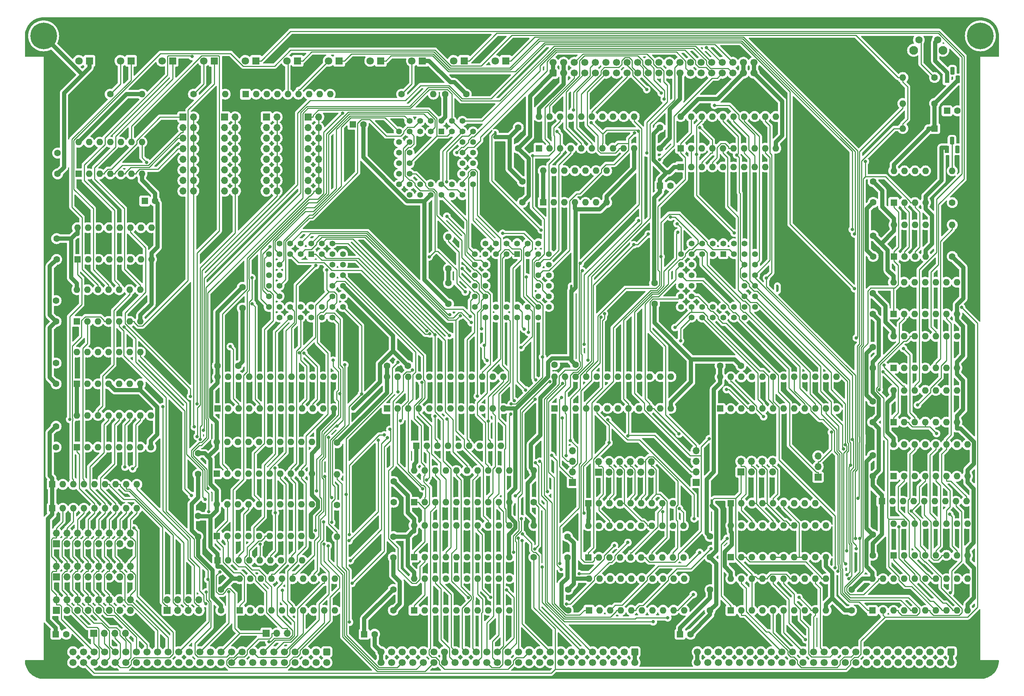
<source format=gbr>
%TF.GenerationSoftware,KiCad,Pcbnew,(6.0.11)*%
%TF.CreationDate,2023-10-28T13:41:20-04:00*%
%TF.ProjectId,processor.Z80,70726f63-6573-4736-9f72-2e5a38302e6b,rev?*%
%TF.SameCoordinates,Original*%
%TF.FileFunction,Copper,L2,Bot*%
%TF.FilePolarity,Positive*%
%FSLAX46Y46*%
G04 Gerber Fmt 4.6, Leading zero omitted, Abs format (unit mm)*
G04 Created by KiCad (PCBNEW (6.0.11)) date 2023-10-28 13:41:20*
%MOMM*%
%LPD*%
G01*
G04 APERTURE LIST*
G04 Aperture macros list*
%AMRoundRect*
0 Rectangle with rounded corners*
0 $1 Rounding radius*
0 $2 $3 $4 $5 $6 $7 $8 $9 X,Y pos of 4 corners*
0 Add a 4 corners polygon primitive as box body*
4,1,4,$2,$3,$4,$5,$6,$7,$8,$9,$2,$3,0*
0 Add four circle primitives for the rounded corners*
1,1,$1+$1,$2,$3*
1,1,$1+$1,$4,$5*
1,1,$1+$1,$6,$7*
1,1,$1+$1,$8,$9*
0 Add four rect primitives between the rounded corners*
20,1,$1+$1,$2,$3,$4,$5,0*
20,1,$1+$1,$4,$5,$6,$7,0*
20,1,$1+$1,$6,$7,$8,$9,0*
20,1,$1+$1,$8,$9,$2,$3,0*%
G04 Aperture macros list end*
%TA.AperFunction,ComponentPad*%
%ADD10RoundRect,0.250000X-0.600000X0.600000X-0.600000X-0.600000X0.600000X-0.600000X0.600000X0.600000X0*%
%TD*%
%TA.AperFunction,ComponentPad*%
%ADD11C,1.700000*%
%TD*%
%TA.AperFunction,ComponentPad*%
%ADD12C,1.600000*%
%TD*%
%TA.AperFunction,ComponentPad*%
%ADD13R,1.600000X1.600000*%
%TD*%
%TA.AperFunction,ComponentPad*%
%ADD14R,1.800000X1.800000*%
%TD*%
%TA.AperFunction,ComponentPad*%
%ADD15C,1.800000*%
%TD*%
%TA.AperFunction,ComponentPad*%
%ADD16O,1.600000X1.600000*%
%TD*%
%TA.AperFunction,ComponentPad*%
%ADD17C,6.400000*%
%TD*%
%TA.AperFunction,ComponentPad*%
%ADD18R,1.700000X1.700000*%
%TD*%
%TA.AperFunction,ComponentPad*%
%ADD19O,1.700000X1.700000*%
%TD*%
%TA.AperFunction,ComponentPad*%
%ADD20R,1.422400X1.422400*%
%TD*%
%TA.AperFunction,ComponentPad*%
%ADD21C,1.422400*%
%TD*%
%TA.AperFunction,ComponentPad*%
%ADD22RoundRect,0.250000X0.600000X-0.600000X0.600000X0.600000X-0.600000X0.600000X-0.600000X-0.600000X0*%
%TD*%
%TA.AperFunction,ComponentPad*%
%ADD23C,2.100000*%
%TD*%
%TA.AperFunction,ComponentPad*%
%ADD24C,1.750000*%
%TD*%
%TA.AperFunction,ComponentPad*%
%ADD25C,0.600000*%
%TD*%
%TA.AperFunction,ComponentPad*%
%ADD26R,1.100000X1.800000*%
%TD*%
%TA.AperFunction,ComponentPad*%
%ADD27RoundRect,0.275000X-0.275000X-0.625000X0.275000X-0.625000X0.275000X0.625000X-0.275000X0.625000X0*%
%TD*%
%TA.AperFunction,ViaPad*%
%ADD28C,0.800000*%
%TD*%
%TA.AperFunction,Conductor*%
%ADD29C,1.000000*%
%TD*%
%TA.AperFunction,Conductor*%
%ADD30C,0.250000*%
%TD*%
G04 APERTURE END LIST*
%TO.C,NT2*%
G36*
X216550000Y-136250000D02*
G01*
X215950000Y-136250000D01*
X215950000Y-135050000D01*
X216550000Y-135050000D01*
X216550000Y-136250000D01*
G37*
%TO.C,NT4*%
G36*
X200800000Y-187850000D02*
G01*
X200200000Y-187850000D01*
X200200000Y-186650000D01*
X200800000Y-186650000D01*
X200800000Y-187850000D01*
G37*
%TO.C,NT3*%
G36*
X148800000Y-99350000D02*
G01*
X148200000Y-99350000D01*
X148200000Y-98150000D01*
X148800000Y-98150000D01*
X148800000Y-99350000D01*
G37*
%TO.C,NT1*%
G36*
X167050000Y-136250000D02*
G01*
X166450000Y-136250000D01*
X166450000Y-135050000D01*
X167050000Y-135050000D01*
X167050000Y-136250000D01*
G37*
%TD*%
D10*
%TO.P,P1,1,Pin_1*%
%TO.N,VCC*%
X108000000Y-223000000D03*
D11*
%TO.P,P1,2,Pin_2*%
X108000000Y-225540000D03*
%TO.P,P1,3,Pin_3*%
%TO.N,~{RD}*%
X105460000Y-223000000D03*
%TO.P,P1,4,Pin_4*%
%TO.N,/bus/E*%
X105460000Y-225540000D03*
%TO.P,P1,5,Pin_5*%
%TO.N,~{WR}*%
X102920000Y-223000000D03*
%TO.P,P1,6,Pin_6*%
%TO.N,/bus/ST*%
X102920000Y-225540000D03*
%TO.P,P1,7,Pin_7*%
%TO.N,~{IORQ}*%
X100380000Y-223000000D03*
%TO.P,P1,8,Pin_8*%
%TO.N,/bus/PHI*%
X100380000Y-225540000D03*
%TO.P,P1,9,Pin_9*%
%TO.N,~{MREQ}*%
X97840000Y-223000000D03*
%TO.P,P1,10,Pin_10*%
%TO.N,/bus/~{INT2}*%
X97840000Y-225540000D03*
%TO.P,P1,11,Pin_11*%
%TO.N,~{M1}*%
X95300000Y-223000000D03*
%TO.P,P1,12,Pin_12*%
%TO.N,/bus/~{INT1}*%
X95300000Y-225540000D03*
%TO.P,P1,13,Pin_13*%
%TO.N,~{BUSACK}*%
X92760000Y-223000000D03*
%TO.P,P1,14,Pin_14*%
%TO.N,/bus/CRUCLK*%
X92760000Y-225540000D03*
%TO.P,P1,15,Pin_15*%
%TO.N,CLK*%
X90220000Y-223000000D03*
%TO.P,P1,16,Pin_16*%
%TO.N,/bus/CRUOUT*%
X90220000Y-225540000D03*
%TO.P,P1,17,Pin_17*%
%TO.N,~{INT0}*%
X87680000Y-223000000D03*
%TO.P,P1,18,Pin_18*%
%TO.N,/bus/CRUIN*%
X87680000Y-225540000D03*
%TO.P,P1,19,Pin_19*%
%TO.N,~{NMI}*%
X85140000Y-223000000D03*
%TO.P,P1,20,Pin_20*%
%TO.N,~{RES-IN}*%
X85140000Y-225540000D03*
%TO.P,P1,21,Pin_21*%
%TO.N,~{RES-OUT}*%
X82600000Y-223000000D03*
%TO.P,P1,22,Pin_22*%
%TO.N,/bus/USER8*%
X82600000Y-225540000D03*
%TO.P,P1,23,Pin_23*%
%TO.N,~{BUSRQ}*%
X80060000Y-223000000D03*
%TO.P,P1,24,Pin_24*%
%TO.N,/bus/USER7*%
X80060000Y-225540000D03*
%TO.P,P1,25,Pin_25*%
%TO.N,~{WAIT}*%
X77520000Y-223000000D03*
%TO.P,P1,26,Pin_26*%
%TO.N,/bus/USER6*%
X77520000Y-225540000D03*
%TO.P,P1,27,Pin_27*%
%TO.N,~{HALT}*%
X74980000Y-223000000D03*
%TO.P,P1,28,Pin_28*%
%TO.N,/bus/USER5*%
X74980000Y-225540000D03*
%TO.P,P1,29,Pin_29*%
%TO.N,~{RFSH}*%
X72440000Y-223000000D03*
%TO.P,P1,30,Pin_30*%
%TO.N,/bus/USER4*%
X72440000Y-225540000D03*
%TO.P,P1,31,Pin_31*%
%TO.N,~{EIRQ7}*%
X69900000Y-223000000D03*
%TO.P,P1,32,Pin_32*%
%TO.N,/bus/USER3*%
X69900000Y-225540000D03*
%TO.P,P1,33,Pin_33*%
%TO.N,~{EIRQ6}*%
X67360000Y-223000000D03*
%TO.P,P1,34,Pin_34*%
%TO.N,/bus/USER2*%
X67360000Y-225540000D03*
%TO.P,P1,35,Pin_35*%
%TO.N,~{EIRQ5}*%
X64820000Y-223000000D03*
%TO.P,P1,36,Pin_36*%
%TO.N,/bus/USER1*%
X64820000Y-225540000D03*
%TO.P,P1,37,Pin_37*%
%TO.N,~{EIRQ4}*%
X62280000Y-223000000D03*
%TO.P,P1,38,Pin_38*%
%TO.N,/bus/USER0*%
X62280000Y-225540000D03*
%TO.P,P1,39,Pin_39*%
%TO.N,~{EIRQ3}*%
X59740000Y-223000000D03*
%TO.P,P1,40,Pin_40*%
%TO.N,~{BAI}*%
X59740000Y-225540000D03*
%TO.P,P1,41,Pin_41*%
%TO.N,~{EIRQ2}*%
X57200000Y-223000000D03*
%TO.P,P1,42,Pin_42*%
%TO.N,~{BAO}*%
X57200000Y-225540000D03*
%TO.P,P1,43,Pin_43*%
%TO.N,~{EIRQ1}*%
X54660000Y-223000000D03*
%TO.P,P1,44,Pin_44*%
%TO.N,~{IEI}*%
X54660000Y-225540000D03*
%TO.P,P1,45,Pin_45*%
%TO.N,~{EIRQ0}*%
X52120000Y-223000000D03*
%TO.P,P1,46,Pin_46*%
%TO.N,~{IEO}*%
X52120000Y-225540000D03*
%TO.P,P1,47,Pin_47*%
%TO.N,I2C-SCL*%
X49580000Y-223000000D03*
%TO.P,P1,48,Pin_48*%
%TO.N,I2C-SDA*%
X49580000Y-225540000D03*
%TO.P,P1,49,Pin_49*%
%TO.N,GND*%
X47040000Y-223000000D03*
%TO.P,P1,50,Pin_50*%
X47040000Y-225540000D03*
%TD*%
D12*
%TO.P,C2,1*%
%TO.N,VCC*%
X124000000Y-208000000D03*
%TO.P,C2,2*%
%TO.N,GND*%
X124000000Y-213000000D03*
%TD*%
%TO.P,C3,1*%
%TO.N,VCC*%
X239125000Y-149800000D03*
%TO.P,C3,2*%
%TO.N,GND*%
X239125000Y-154800000D03*
%TD*%
%TO.P,C4,1*%
%TO.N,VCC*%
X162750000Y-154000000D03*
%TO.P,C4,2*%
%TO.N,GND*%
X167750000Y-154000000D03*
%TD*%
%TO.P,C5,1*%
%TO.N,VCC*%
X77075000Y-190300000D03*
%TO.P,C5,2*%
%TO.N,GND*%
X77075000Y-195300000D03*
%TD*%
%TO.P,C6,1*%
%TO.N,VCC*%
X42995000Y-138600000D03*
%TO.P,C6,2*%
%TO.N,GND*%
X42995000Y-143600000D03*
%TD*%
%TO.P,C8,1*%
%TO.N,VCC*%
X166000000Y-208000000D03*
%TO.P,C8,2*%
%TO.N,GND*%
X166000000Y-213000000D03*
%TD*%
%TO.P,C9,1*%
%TO.N,VCC*%
X200075000Y-195250000D03*
%TO.P,C9,2*%
%TO.N,GND*%
X200075000Y-200250000D03*
%TD*%
%TO.P,C10,1*%
%TO.N,VCC*%
X42995000Y-153600000D03*
%TO.P,C10,2*%
%TO.N,GND*%
X42995000Y-158600000D03*
%TD*%
%TO.P,C11,1*%
%TO.N,VCC*%
X43370000Y-103150000D03*
%TO.P,C11,2*%
%TO.N,GND*%
X43370000Y-108150000D03*
%TD*%
%TO.P,C14,1*%
%TO.N,VCC*%
X239250000Y-123000000D03*
%TO.P,C14,2*%
%TO.N,GND*%
X239250000Y-128000000D03*
%TD*%
%TO.P,C15,1*%
%TO.N,VCC*%
X137250000Y-134400000D03*
%TO.P,C15,2*%
%TO.N,GND*%
X137250000Y-139400000D03*
%TD*%
D13*
%TO.P,C25,1*%
%TO.N,VCC*%
X42929600Y-218750000D03*
D12*
%TO.P,C25,2*%
%TO.N,GND*%
X45429600Y-218750000D03*
%TD*%
D13*
%TO.P,C26,1*%
%TO.N,VCC*%
X64289900Y-114650000D03*
D12*
%TO.P,C26,2*%
%TO.N,GND*%
X66789900Y-114650000D03*
%TD*%
%TO.P,C17,1*%
%TO.N,VCC*%
X87750000Y-135390000D03*
%TO.P,C17,2*%
%TO.N,GND*%
X87750000Y-140390000D03*
%TD*%
%TO.P,C20,1*%
%TO.N,VCC*%
X124000000Y-195300000D03*
%TO.P,C20,2*%
%TO.N,GND*%
X124000000Y-200300000D03*
%TD*%
%TO.P,C21,1*%
%TO.N,VCC*%
X77075000Y-175300000D03*
%TO.P,C21,2*%
%TO.N,GND*%
X77075000Y-180300000D03*
%TD*%
%TO.P,C22,1*%
%TO.N,VCC*%
X165825000Y-195300000D03*
%TO.P,C22,2*%
%TO.N,GND*%
X165825000Y-200300000D03*
%TD*%
%TO.P,C23,1*%
%TO.N,VCC*%
X122500000Y-154250000D03*
%TO.P,C23,2*%
%TO.N,GND*%
X127500000Y-154250000D03*
%TD*%
D13*
%TO.P,C27,1*%
%TO.N,VCC*%
X117000000Y-218750000D03*
D12*
%TO.P,C27,2*%
%TO.N,GND*%
X119500000Y-218750000D03*
%TD*%
D13*
%TO.P,C28,1*%
%TO.N,VCC*%
X192884700Y-218750000D03*
D12*
%TO.P,C28,2*%
%TO.N,GND*%
X195384700Y-218750000D03*
%TD*%
D13*
%TO.P,C29,1*%
%TO.N,VCC*%
X188044900Y-111000000D03*
D12*
%TO.P,C29,2*%
%TO.N,GND*%
X190544900Y-111000000D03*
%TD*%
D14*
%TO.P,D4,1,K*%
%TO.N,Net-(D4-Pad1)*%
X81000000Y-81000000D03*
D15*
%TO.P,D4,2,A*%
%TO.N,Net-(D4-Pad2)*%
X78460000Y-81000000D03*
%TD*%
D14*
%TO.P,D5,1,K*%
%TO.N,~{WAIT-EN}*%
X61000000Y-81000000D03*
D15*
%TO.P,D5,2,A*%
%TO.N,Net-(D5-Pad2)*%
X58460000Y-81000000D03*
%TD*%
D14*
%TO.P,D6,1,K*%
%TO.N,~{INT0-EN}*%
X71000000Y-81000000D03*
D15*
%TO.P,D6,2,A*%
%TO.N,470B*%
X68460000Y-81000000D03*
%TD*%
D14*
%TO.P,D1,1,K*%
%TO.N,Net-(D1-Pad1)*%
X91000000Y-81000000D03*
D15*
%TO.P,D1,2,A*%
%TO.N,470C*%
X88460000Y-81000000D03*
%TD*%
D14*
%TO.P,D2,1,K*%
%TO.N,Net-(D2-Pad1)*%
X101000000Y-81000000D03*
D15*
%TO.P,D2,2,A*%
%TO.N,470D*%
X98460000Y-81000000D03*
%TD*%
D12*
%TO.P,R5,1*%
%TO.N,Net-(D4-Pad2)*%
X76000000Y-89000000D03*
D16*
%TO.P,R5,2*%
%TO.N,VCC*%
X83620000Y-89000000D03*
%TD*%
D12*
%TO.P,R6,1*%
%TO.N,Net-(D5-Pad2)*%
X56000000Y-89000000D03*
D16*
%TO.P,R6,2*%
%TO.N,VCC*%
X63620000Y-89000000D03*
%TD*%
D13*
%TO.P,RN2,1,common*%
%TO.N,VCC*%
X42070000Y-188500000D03*
D16*
%TO.P,RN2,2,R1*%
%TO.N,~{EIRQ0}*%
X44610000Y-188500000D03*
%TO.P,RN2,3,R2*%
%TO.N,~{EIRQ1}*%
X47150000Y-188500000D03*
%TO.P,RN2,4,R3*%
%TO.N,~{EIRQ2}*%
X49690000Y-188500000D03*
%TO.P,RN2,5,R4*%
%TO.N,~{EIRQ3}*%
X52230000Y-188500000D03*
%TO.P,RN2,6,R5*%
%TO.N,~{EIRQ4}*%
X54770000Y-188500000D03*
%TO.P,RN2,7,R6*%
%TO.N,~{EIRQ5}*%
X57310000Y-188500000D03*
%TO.P,RN2,8,R7*%
%TO.N,~{EIRQ6}*%
X59850000Y-188500000D03*
%TO.P,RN2,9,R8*%
%TO.N,~{EIRQ7}*%
X62390000Y-188500000D03*
%TD*%
D13*
%TO.P,U4,1*%
%TO.N,~{DMA-INT-PULSE2}*%
X47995000Y-143600000D03*
D16*
%TO.P,U4,2*%
%TO.N,~{TEND1}*%
X50535000Y-143600000D03*
%TO.P,U4,3*%
%TO.N,~{DMA-INT-PULSE1}*%
X53075000Y-143600000D03*
%TO.P,U4,4*%
%TO.N,~{TEND0}*%
X55615000Y-143600000D03*
%TO.P,U4,5*%
%TO.N,~{NMI}*%
X58155000Y-143600000D03*
%TO.P,U4,6*%
%TO.N,Net-(D4-Pad1)*%
X60695000Y-143600000D03*
%TO.P,U4,7,GND*%
%TO.N,GND*%
X63235000Y-143600000D03*
%TO.P,U4,8*%
%TO.N,~{INT0-EN}*%
X63235000Y-135980000D03*
%TO.P,U4,9*%
%TO.N,~{IM2-INT}*%
X60695000Y-135980000D03*
%TO.P,U4,10*%
%TO.N,~{RES-OUT}*%
X58155000Y-135980000D03*
%TO.P,U4,11*%
%TO.N,10KA*%
X55615000Y-135980000D03*
%TO.P,U4,12*%
%TO.N,~{WAIT-EN}*%
X53075000Y-135980000D03*
%TO.P,U4,13*%
%TO.N,READY*%
X50535000Y-135980000D03*
%TO.P,U4,14,VCC*%
%TO.N,VCC*%
X47995000Y-135980000D03*
%TD*%
D13*
%TO.P,U5,1,OEa*%
%TO.N,~{BUS-EN}*%
X128975000Y-200200000D03*
D16*
%TO.P,U5,2,I0a*%
%TO.N,CPU-A8*%
X131515000Y-200200000D03*
%TO.P,U5,3,O3b*%
%TO.N,A15*%
X134055000Y-200200000D03*
%TO.P,U5,4,I1a*%
%TO.N,CPU-A9*%
X136595000Y-200200000D03*
%TO.P,U5,5,O2b*%
%TO.N,A14*%
X139135000Y-200200000D03*
%TO.P,U5,6,I2a*%
%TO.N,CPU-A10*%
X141675000Y-200200000D03*
%TO.P,U5,7,O1b*%
%TO.N,A13*%
X144215000Y-200200000D03*
%TO.P,U5,8,I3a*%
%TO.N,CPU-A11*%
X146755000Y-200200000D03*
%TO.P,U5,9,O0b*%
%TO.N,A12*%
X149295000Y-200200000D03*
%TO.P,U5,10,GND*%
%TO.N,GND*%
X151835000Y-200200000D03*
%TO.P,U5,11,I0b*%
%TO.N,CPU-A12*%
X151835000Y-192580000D03*
%TO.P,U5,12,O3a*%
%TO.N,A11*%
X149295000Y-192580000D03*
%TO.P,U5,13,I1b*%
%TO.N,CPU-A13*%
X146755000Y-192580000D03*
%TO.P,U5,14,O2a*%
%TO.N,A10*%
X144215000Y-192580000D03*
%TO.P,U5,15,I2b*%
%TO.N,SEL-A14*%
X141675000Y-192580000D03*
%TO.P,U5,16,O1a*%
%TO.N,A9*%
X139135000Y-192580000D03*
%TO.P,U5,17,I3b*%
%TO.N,SEL-A15*%
X136595000Y-192580000D03*
%TO.P,U5,18,O0a*%
%TO.N,A8*%
X134055000Y-192580000D03*
%TO.P,U5,19,OEb*%
%TO.N,~{BUS-EN}*%
X131515000Y-192580000D03*
%TO.P,U5,20,VCC*%
%TO.N,VCC*%
X128975000Y-192580000D03*
%TD*%
D13*
%TO.P,U6,1,OEa*%
%TO.N,ZERO*%
X81575000Y-195200000D03*
D16*
%TO.P,U6,2,I0a*%
%TO.N,~{RES-OUT}*%
X84115000Y-195200000D03*
%TO.P,U6,3,O3b*%
%TO.N,~{DMA-IEI1}*%
X86655000Y-195200000D03*
%TO.P,U6,4,I1a*%
%TO.N,RAW-CLK*%
X89195000Y-195200000D03*
%TO.P,U6,5,O2b*%
%TO.N,unconnected-(U6-Pad5)*%
X91735000Y-195200000D03*
%TO.P,U6,6,I2a*%
%TO.N,~{NMI}*%
X94275000Y-195200000D03*
%TO.P,U6,7,O1b*%
%TO.N,~{CPU-BUSRQ}*%
X96815000Y-195200000D03*
%TO.P,U6,8,I3a*%
%TO.N,~{INT0}*%
X99355000Y-195200000D03*
%TO.P,U6,9,O0b*%
%TO.N,~{CPU-WAIT}*%
X101895000Y-195200000D03*
%TO.P,U6,10,GND*%
%TO.N,GND*%
X104435000Y-195200000D03*
%TO.P,U6,11,I0b*%
%TO.N,~{WAIT}*%
X104435000Y-187580000D03*
%TO.P,U6,12,O3a*%
%TO.N,~{CPU-INT}*%
X101895000Y-187580000D03*
%TO.P,U6,13,I1b*%
%TO.N,~{BUSRQ}*%
X99355000Y-187580000D03*
%TO.P,U6,14,O2a*%
%TO.N,~{CPU-NMI}*%
X96815000Y-187580000D03*
%TO.P,U6,15,I2b*%
%TO.N,unconnected-(U6-Pad15)*%
X94275000Y-187580000D03*
%TO.P,U6,16,O1a*%
%TO.N,CLK*%
X91735000Y-187580000D03*
%TO.P,U6,17,I3b*%
%TO.N,~{IEI}*%
X89195000Y-187580000D03*
%TO.P,U6,18,O0a*%
%TO.N,~{CPU-RESET}*%
X86655000Y-187580000D03*
%TO.P,U6,19,OEb*%
%TO.N,ZERO*%
X84115000Y-187580000D03*
%TO.P,U6,20,VCC*%
%TO.N,VCC*%
X81575000Y-187580000D03*
%TD*%
D13*
%TO.P,U8,1,A->B*%
%TO.N,DATA-DIR*%
X171000000Y-213000000D03*
D16*
%TO.P,U8,2,A0*%
%TO.N,CPU-D0*%
X173540000Y-213000000D03*
%TO.P,U8,3,A1*%
%TO.N,CPU-D1*%
X176080000Y-213000000D03*
%TO.P,U8,4,A2*%
%TO.N,CPU-D2*%
X178620000Y-213000000D03*
%TO.P,U8,5,A3*%
%TO.N,CPU-D3*%
X181160000Y-213000000D03*
%TO.P,U8,6,A4*%
%TO.N,CPU-D4*%
X183700000Y-213000000D03*
%TO.P,U8,7,A5*%
%TO.N,CPU-D5*%
X186240000Y-213000000D03*
%TO.P,U8,8,A6*%
%TO.N,CPU-D6*%
X188780000Y-213000000D03*
%TO.P,U8,9,A7*%
%TO.N,CPU-D7*%
X191320000Y-213000000D03*
%TO.P,U8,10,GND*%
%TO.N,GND*%
X193860000Y-213000000D03*
%TO.P,U8,11,B7*%
%TO.N,D7*%
X193860000Y-205380000D03*
%TO.P,U8,12,B6*%
%TO.N,D6*%
X191320000Y-205380000D03*
%TO.P,U8,13,B5*%
%TO.N,D5*%
X188780000Y-205380000D03*
%TO.P,U8,14,B4*%
%TO.N,D4*%
X186240000Y-205380000D03*
%TO.P,U8,15,B3*%
%TO.N,D3*%
X183700000Y-205380000D03*
%TO.P,U8,16,B2*%
%TO.N,D2*%
X181160000Y-205380000D03*
%TO.P,U8,17,B1*%
%TO.N,D1*%
X178620000Y-205380000D03*
%TO.P,U8,18,B0*%
%TO.N,D0*%
X176080000Y-205380000D03*
%TO.P,U8,19,CE*%
%TO.N,~{BUS-EN}*%
X173540000Y-205380000D03*
%TO.P,U8,20,VCC*%
%TO.N,VCC*%
X171000000Y-205380000D03*
%TD*%
D13*
%TO.P,U15,1,I4*%
%TO.N,~{EIRQ3}*%
X47995000Y-173800000D03*
D16*
%TO.P,U15,2,I5*%
%TO.N,~{EIRQ2}*%
X50535000Y-173800000D03*
%TO.P,U15,3,I6*%
%TO.N,~{EIRQ1}*%
X53075000Y-173800000D03*
%TO.P,U15,4,I7*%
%TO.N,~{EIRQ0}*%
X55615000Y-173800000D03*
%TO.P,U15,5,EI*%
%TO.N,ZERO*%
X58155000Y-173800000D03*
%TO.P,U15,6,S2*%
%TO.N,IM2-S2*%
X60695000Y-173800000D03*
%TO.P,U15,7,S1*%
%TO.N,IM2-S1*%
X63235000Y-173800000D03*
%TO.P,U15,8,GND*%
%TO.N,GND*%
X65775000Y-173800000D03*
%TO.P,U15,9,S0*%
%TO.N,IM2-S0*%
X65775000Y-166180000D03*
%TO.P,U15,10,IO*%
%TO.N,~{EIRQ7}*%
X63235000Y-166180000D03*
%TO.P,U15,11,I1*%
%TO.N,~{EIRQ6}*%
X60695000Y-166180000D03*
%TO.P,U15,12,I2*%
%TO.N,~{EIRQ5}*%
X58155000Y-166180000D03*
%TO.P,U15,13,I3*%
%TO.N,~{EIRQ4}*%
X55615000Y-166180000D03*
%TO.P,U15,14,GS*%
%TO.N,~{IM2-INT}*%
X53075000Y-166180000D03*
%TO.P,U15,15,EO*%
%TO.N,unconnected-(U15-Pad15)*%
X50535000Y-166180000D03*
%TO.P,U15,16,VCC*%
%TO.N,VCC*%
X47995000Y-166180000D03*
%TD*%
D13*
%TO.P,U1,1,OEa*%
%TO.N,~{BUS-EN}*%
X128975000Y-187050000D03*
D16*
%TO.P,U1,2,I0a*%
%TO.N,CPU-A0*%
X131515000Y-187050000D03*
%TO.P,U1,3,O3b*%
%TO.N,A7*%
X134055000Y-187050000D03*
%TO.P,U1,4,I1a*%
%TO.N,CPU-A1*%
X136595000Y-187050000D03*
%TO.P,U1,5,O2b*%
%TO.N,A6*%
X139135000Y-187050000D03*
%TO.P,U1,6,I2a*%
%TO.N,CPU-A2*%
X141675000Y-187050000D03*
%TO.P,U1,7,O1b*%
%TO.N,A5*%
X144215000Y-187050000D03*
%TO.P,U1,8,I3a*%
%TO.N,CPU-A3*%
X146755000Y-187050000D03*
%TO.P,U1,9,O0b*%
%TO.N,A4*%
X149295000Y-187050000D03*
%TO.P,U1,10,GND*%
%TO.N,GND*%
X151835000Y-187050000D03*
%TO.P,U1,11,I0b*%
%TO.N,CPU-A4*%
X151835000Y-179430000D03*
%TO.P,U1,12,O3a*%
%TO.N,A3*%
X149295000Y-179430000D03*
%TO.P,U1,13,I1b*%
%TO.N,CPU-A5*%
X146755000Y-179430000D03*
%TO.P,U1,14,O2a*%
%TO.N,A2*%
X144215000Y-179430000D03*
%TO.P,U1,15,I2b*%
%TO.N,CPU-A6*%
X141675000Y-179430000D03*
%TO.P,U1,16,O1a*%
%TO.N,A1*%
X139135000Y-179430000D03*
%TO.P,U1,17,I3b*%
%TO.N,CPU-A7*%
X136595000Y-179430000D03*
%TO.P,U1,18,O0a*%
%TO.N,A0*%
X134055000Y-179430000D03*
%TO.P,U1,19,OEb*%
%TO.N,~{BUS-EN}*%
X131515000Y-179430000D03*
%TO.P,U1,20,VCC*%
%TO.N,VCC*%
X128975000Y-179430000D03*
%TD*%
D10*
%TO.P,P2,1,Pin_1*%
%TO.N,VCC*%
X182000000Y-223000000D03*
D11*
%TO.P,P2,2,Pin_2*%
X182000000Y-225540000D03*
%TO.P,P2,3,Pin_3*%
%TO.N,A15*%
X179460000Y-223000000D03*
%TO.P,P2,4,Pin_4*%
%TO.N,/bus/A31*%
X179460000Y-225540000D03*
%TO.P,P2,5,Pin_5*%
%TO.N,A14*%
X176920000Y-223000000D03*
%TO.P,P2,6,Pin_6*%
%TO.N,/bus/A30*%
X176920000Y-225540000D03*
%TO.P,P2,7,Pin_7*%
%TO.N,A13*%
X174380000Y-223000000D03*
%TO.P,P2,8,Pin_8*%
%TO.N,/bus/A29*%
X174380000Y-225540000D03*
%TO.P,P2,9,Pin_9*%
%TO.N,A12*%
X171840000Y-223000000D03*
%TO.P,P2,10,Pin_10*%
%TO.N,/bus/A28*%
X171840000Y-225540000D03*
%TO.P,P2,11,Pin_11*%
%TO.N,A11*%
X169300000Y-223000000D03*
%TO.P,P2,12,Pin_12*%
%TO.N,/bus/A27*%
X169300000Y-225540000D03*
%TO.P,P2,13,Pin_13*%
%TO.N,A10*%
X166760000Y-223000000D03*
%TO.P,P2,14,Pin_14*%
%TO.N,/bus/A26*%
X166760000Y-225540000D03*
%TO.P,P2,15,Pin_15*%
%TO.N,A9*%
X164220000Y-223000000D03*
%TO.P,P2,16,Pin_16*%
%TO.N,/bus/A25*%
X164220000Y-225540000D03*
%TO.P,P2,17,Pin_17*%
%TO.N,A8*%
X161680000Y-223000000D03*
%TO.P,P2,18,Pin_18*%
%TO.N,/bus/A24*%
X161680000Y-225540000D03*
%TO.P,P2,19,Pin_19*%
%TO.N,+12V*%
X159140000Y-223000000D03*
%TO.P,P2,20,Pin_20*%
X159140000Y-225540000D03*
%TO.P,P2,21,Pin_21*%
%TO.N,A7*%
X156600000Y-223000000D03*
%TO.P,P2,22,Pin_22*%
%TO.N,/bus/A23*%
X156600000Y-225540000D03*
%TO.P,P2,23,Pin_23*%
%TO.N,A6*%
X154060000Y-223000000D03*
%TO.P,P2,24,Pin_24*%
%TO.N,/bus/A22*%
X154060000Y-225540000D03*
%TO.P,P2,25,Pin_25*%
%TO.N,A5*%
X151520000Y-223000000D03*
%TO.P,P2,26,Pin_26*%
%TO.N,A21*%
X151520000Y-225540000D03*
%TO.P,P2,27,Pin_27*%
%TO.N,A4*%
X148980000Y-223000000D03*
%TO.P,P2,28,Pin_28*%
%TO.N,A20*%
X148980000Y-225540000D03*
%TO.P,P2,29,Pin_29*%
%TO.N,A3*%
X146440000Y-223000000D03*
%TO.P,P2,30,Pin_30*%
%TO.N,A19*%
X146440000Y-225540000D03*
%TO.P,P2,31,Pin_31*%
%TO.N,A2*%
X143900000Y-223000000D03*
%TO.P,P2,32,Pin_32*%
%TO.N,A18*%
X143900000Y-225540000D03*
%TO.P,P2,33,Pin_33*%
%TO.N,A1*%
X141360000Y-223000000D03*
%TO.P,P2,34,Pin_34*%
%TO.N,A17*%
X141360000Y-225540000D03*
%TO.P,P2,35,Pin_35*%
%TO.N,A0*%
X138820000Y-223000000D03*
%TO.P,P2,36,Pin_36*%
%TO.N,A16*%
X138820000Y-225540000D03*
%TO.P,P2,37,Pin_37*%
%TO.N,-12V*%
X136280000Y-223000000D03*
%TO.P,P2,38,Pin_38*%
X136280000Y-225540000D03*
%TO.P,P2,39,Pin_39*%
%TO.N,/bus/IC3*%
X133740000Y-223000000D03*
%TO.P,P2,40,Pin_40*%
%TO.N,~{TEND1}*%
X133740000Y-225540000D03*
%TO.P,P2,41,Pin_41*%
%TO.N,/bus/IC2*%
X131200000Y-223000000D03*
%TO.P,P2,42,Pin_42*%
%TO.N,~{DREQ1}*%
X131200000Y-225540000D03*
%TO.P,P2,43,Pin_43*%
%TO.N,/bus/IC1*%
X128660000Y-223000000D03*
%TO.P,P2,44,Pin_44*%
%TO.N,~{TEND0}*%
X128660000Y-225540000D03*
%TO.P,P2,45,Pin_45*%
%TO.N,/bus/IC0*%
X126120000Y-223000000D03*
%TO.P,P2,46,Pin_46*%
%TO.N,~{DREQ0}*%
X126120000Y-225540000D03*
%TO.P,P2,47,Pin_47*%
%TO.N,/bus/AUXCLK1*%
X123580000Y-223000000D03*
%TO.P,P2,48,Pin_48*%
%TO.N,/bus/AUXCLK0*%
X123580000Y-225540000D03*
%TO.P,P2,49,Pin_49*%
%TO.N,GND*%
X121040000Y-223000000D03*
%TO.P,P2,50,Pin_50*%
X121040000Y-225540000D03*
%TD*%
D17*
%TO.P,H2,1,1*%
%TO.N,GND*%
X265000000Y-75000000D03*
%TD*%
D13*
%TO.P,RN1,1,common*%
%TO.N,VCC*%
X81800000Y-201000000D03*
D16*
%TO.P,RN1,2,R1*%
%TO.N,~{RES-OUT}*%
X84340000Y-201000000D03*
%TO.P,RN1,3,R2*%
%TO.N,~{IEI}*%
X86880000Y-201000000D03*
%TO.P,RN1,4,R3*%
%TO.N,~{NMI}*%
X89420000Y-201000000D03*
%TO.P,RN1,5,R4*%
%TO.N,~{INT0}*%
X91960000Y-201000000D03*
%TO.P,RN1,6,R5*%
%TO.N,~{WAIT}*%
X94500000Y-201000000D03*
%TO.P,RN1,7,R6*%
%TO.N,unconnected-(RN1-Pad7)*%
X97040000Y-201000000D03*
%TO.P,RN1,8,R7*%
%TO.N,~{CPU-IORQ}*%
X99580000Y-201000000D03*
%TO.P,RN1,9,R8*%
%TO.N,~{BAO}*%
X102120000Y-201000000D03*
%TD*%
D13*
%TO.P,U11,1,OEa*%
%TO.N,ZERO*%
X87075000Y-213025000D03*
D16*
%TO.P,U11,2,I0a*%
%TO.N,~{DMA-BAO2}*%
X89615000Y-213025000D03*
%TO.P,U11,3,O3b*%
%TO.N,~{RD}*%
X92155000Y-213025000D03*
%TO.P,U11,4,I1a*%
%TO.N,~{CPU-HALT}*%
X94695000Y-213025000D03*
%TO.P,U11,5,O2b*%
%TO.N,~{WR}*%
X97235000Y-213025000D03*
%TO.P,U11,6,I2a*%
%TO.N,~{CPU-RFSH}*%
X99775000Y-213025000D03*
%TO.P,U11,7,O1b*%
%TO.N,~{MREQ}*%
X102315000Y-213025000D03*
%TO.P,U11,8,I3a*%
%TO.N,~{CPU-M1}*%
X104855000Y-213025000D03*
%TO.P,U11,9,O0b*%
%TO.N,~{IORQ}*%
X107395000Y-213025000D03*
%TO.P,U11,10,GND*%
%TO.N,GND*%
X109935000Y-213025000D03*
%TO.P,U11,11,I0b*%
%TO.N,~{CPU-IORQ}*%
X109935000Y-205405000D03*
%TO.P,U11,12,O3a*%
%TO.N,~{M1}*%
X107395000Y-205405000D03*
%TO.P,U11,13,I1b*%
%TO.N,~{CPU-MREQ}*%
X104855000Y-205405000D03*
%TO.P,U11,14,O2a*%
%TO.N,~{RFSH}*%
X102315000Y-205405000D03*
%TO.P,U11,15,I2b*%
%TO.N,~{CPU-WR}*%
X99775000Y-205405000D03*
%TO.P,U11,16,O1a*%
%TO.N,~{HALT}*%
X97235000Y-205405000D03*
%TO.P,U11,17,I3b*%
%TO.N,~{CPU-RD}*%
X94695000Y-205405000D03*
%TO.P,U11,18,O0a*%
%TO.N,~{BUSACK}*%
X92155000Y-205405000D03*
%TO.P,U11,19,OEb*%
%TO.N,~{BUS-EN}*%
X89615000Y-205405000D03*
%TO.P,U11,20,VCC*%
%TO.N,VCC*%
X87075000Y-205405000D03*
%TD*%
D13*
%TO.P,U16,1,OE*%
%TO.N,~{IM2-EN-OE}*%
X205075000Y-213050000D03*
D16*
%TO.P,U16,2,O0*%
%TO.N,D0*%
X207615000Y-213050000D03*
%TO.P,U16,3,D0*%
%TO.N,ZERO*%
X210155000Y-213050000D03*
%TO.P,U16,4,D1*%
%TO.N,IM2-S0*%
X212695000Y-213050000D03*
%TO.P,U16,5,O1*%
%TO.N,D1*%
X215235000Y-213050000D03*
%TO.P,U16,6,O2*%
%TO.N,D2*%
X217775000Y-213050000D03*
%TO.P,U16,7,D2*%
%TO.N,IM2-S1*%
X220315000Y-213050000D03*
%TO.P,U16,8,D3*%
%TO.N,IM2-S2*%
X222855000Y-213050000D03*
%TO.P,U16,9,O3*%
%TO.N,D3*%
X225395000Y-213050000D03*
%TO.P,U16,10,GND*%
%TO.N,GND*%
X227935000Y-213050000D03*
%TO.P,U16,11,LE*%
%TO.N,~{CPU-M1}*%
X227935000Y-205430000D03*
%TO.P,U16,12,O4*%
%TO.N,D4*%
X225395000Y-205430000D03*
%TO.P,U16,13,D4*%
%TO.N,ZERO*%
X222855000Y-205430000D03*
%TO.P,U16,14,D5*%
X220315000Y-205430000D03*
%TO.P,U16,15,O5*%
%TO.N,D5*%
X217775000Y-205430000D03*
%TO.P,U16,16,O6*%
%TO.N,D6*%
X215235000Y-205430000D03*
%TO.P,U16,17,D6*%
%TO.N,ZERO*%
X212695000Y-205430000D03*
%TO.P,U16,18,D7*%
X210155000Y-205430000D03*
%TO.P,U16,19,O7*%
%TO.N,D7*%
X207615000Y-205430000D03*
%TO.P,U16,20,VCC*%
%TO.N,VCC*%
X205075000Y-205430000D03*
%TD*%
D18*
%TO.P,J3,1,Pin_1*%
%TO.N,/waitstate/1WS*%
X83500000Y-94500000D03*
D19*
%TO.P,J3,2,Pin_2*%
%TO.N,WS-IORD*%
X86040000Y-94500000D03*
%TO.P,J3,3,Pin_3*%
%TO.N,/waitstate/2WS*%
X83500000Y-97040000D03*
%TO.P,J3,4,Pin_4*%
%TO.N,WS-IORD*%
X86040000Y-97040000D03*
%TO.P,J3,5,Pin_5*%
%TO.N,/waitstate/3WS*%
X83500000Y-99580000D03*
%TO.P,J3,6,Pin_6*%
%TO.N,WS-IORD*%
X86040000Y-99580000D03*
%TO.P,J3,7,Pin_7*%
%TO.N,/waitstate/4WS*%
X83500000Y-102120000D03*
%TO.P,J3,8,Pin_8*%
%TO.N,WS-IORD*%
X86040000Y-102120000D03*
%TO.P,J3,9,Pin_9*%
%TO.N,/waitstate/5WS*%
X83500000Y-104660000D03*
%TO.P,J3,10,Pin_10*%
%TO.N,WS-IORD*%
X86040000Y-104660000D03*
%TO.P,J3,11,Pin_11*%
%TO.N,/waitstate/6WS*%
X83500000Y-107200000D03*
%TO.P,J3,12,Pin_12*%
%TO.N,WS-IORD*%
X86040000Y-107200000D03*
%TO.P,J3,13,Pin_13*%
%TO.N,/waitstate/7WS*%
X83500000Y-109740000D03*
%TO.P,J3,14,Pin_14*%
%TO.N,WS-IORD*%
X86040000Y-109740000D03*
%TO.P,J3,15,Pin_15*%
%TO.N,/waitstate/8WS*%
X83500000Y-112280000D03*
%TO.P,J3,16,Pin_16*%
%TO.N,WS-IORD*%
X86040000Y-112280000D03*
%TD*%
D18*
%TO.P,J1,1,Pin_1*%
%TO.N,ONE*%
X103500000Y-94500000D03*
D19*
%TO.P,J1,2,Pin_2*%
%TO.N,WS-MEMRD*%
X106040000Y-94500000D03*
%TO.P,J1,3,Pin_3*%
%TO.N,/waitstate/1WS*%
X103500000Y-97040000D03*
%TO.P,J1,4,Pin_4*%
%TO.N,WS-MEMRD*%
X106040000Y-97040000D03*
%TO.P,J1,5,Pin_5*%
%TO.N,/waitstate/2WS*%
X103500000Y-99580000D03*
%TO.P,J1,6,Pin_6*%
%TO.N,WS-MEMRD*%
X106040000Y-99580000D03*
%TO.P,J1,7,Pin_7*%
%TO.N,/waitstate/3WS*%
X103500000Y-102120000D03*
%TO.P,J1,8,Pin_8*%
%TO.N,WS-MEMRD*%
X106040000Y-102120000D03*
%TO.P,J1,9,Pin_9*%
%TO.N,/waitstate/4WS*%
X103500000Y-104660000D03*
%TO.P,J1,10,Pin_10*%
%TO.N,WS-MEMRD*%
X106040000Y-104660000D03*
%TO.P,J1,11,Pin_11*%
%TO.N,/waitstate/5WS*%
X103500000Y-107200000D03*
%TO.P,J1,12,Pin_12*%
%TO.N,WS-MEMRD*%
X106040000Y-107200000D03*
%TO.P,J1,13,Pin_13*%
%TO.N,/waitstate/6WS*%
X103500000Y-109740000D03*
%TO.P,J1,14,Pin_14*%
%TO.N,WS-MEMRD*%
X106040000Y-109740000D03*
%TO.P,J1,15,Pin_15*%
%TO.N,/waitstate/7WS*%
X103500000Y-112280000D03*
%TO.P,J1,16,Pin_16*%
%TO.N,WS-MEMRD*%
X106040000Y-112280000D03*
%TD*%
D12*
%TO.P,C19,1*%
%TO.N,VCC*%
X42995000Y-168800000D03*
%TO.P,C19,2*%
%TO.N,GND*%
X42995000Y-173800000D03*
%TD*%
%TO.P,C18,1*%
%TO.N,VCC*%
X43120000Y-123700000D03*
%TO.P,C18,2*%
%TO.N,GND*%
X43120000Y-128700000D03*
%TD*%
%TO.P,C12,1*%
%TO.N,VCC*%
X81750000Y-154250000D03*
%TO.P,C12,2*%
%TO.N,GND*%
X86750000Y-154250000D03*
%TD*%
%TO.P,C16,1*%
%TO.N,VCC*%
X82575000Y-208025000D03*
%TO.P,C16,2*%
%TO.N,GND*%
X82575000Y-213025000D03*
%TD*%
D13*
%TO.P,U3,1,Pin_1*%
%TO.N,VCC*%
X47995000Y-158600000D03*
D16*
%TO.P,U3,2,Pin_2*%
%TO.N,unconnected-(U3-Pad2)*%
X50535000Y-158600000D03*
%TO.P,U3,3,Pin_3*%
%TO.N,unconnected-(U3-Pad3)*%
X53075000Y-158600000D03*
%TO.P,U3,4,Pin_4*%
%TO.N,GND*%
X55615000Y-158600000D03*
%TO.P,U3,5,Pin_5*%
%TO.N,unconnected-(U3-Pad5)*%
X58155000Y-158600000D03*
%TO.P,U3,6,Pin_6*%
%TO.N,unconnected-(U3-Pad6)*%
X60695000Y-158600000D03*
%TO.P,U3,7,Pin_7*%
%TO.N,GND*%
X63235000Y-158600000D03*
%TO.P,U3,8,Pin_8*%
%TO.N,RAW-CLK*%
X63235000Y-150980000D03*
%TO.P,U3,9,Pin_9*%
%TO.N,unconnected-(U3-Pad9)*%
X60695000Y-150980000D03*
%TO.P,U3,10,Pin_10*%
%TO.N,unconnected-(U3-Pad10)*%
X58155000Y-150980000D03*
%TO.P,U3,11,Pin_11*%
%TO.N,RAW-CLK*%
X55615000Y-150980000D03*
%TO.P,U3,12,Pin_12*%
%TO.N,unconnected-(U3-Pad12)*%
X53075000Y-150980000D03*
%TO.P,U3,13,Pin_13*%
%TO.N,unconnected-(U3-Pad13)*%
X50535000Y-150980000D03*
%TO.P,U3,14,Pin_14*%
%TO.N,VCC*%
X47995000Y-150980000D03*
%TD*%
D17*
%TO.P,H1,1,1*%
%TO.N,GND*%
X40000000Y-75000000D03*
%TD*%
D14*
%TO.P,D7,1,K*%
%TO.N,GND*%
X51000000Y-81000000D03*
D15*
%TO.P,D7,2,A*%
%TO.N,470A*%
X48460000Y-81000000D03*
%TD*%
D10*
%TO.P,P3,1,Pin_1*%
%TO.N,VCC*%
X258000000Y-223000000D03*
D11*
%TO.P,P3,2,Pin_2*%
X258000000Y-225540000D03*
%TO.P,P3,3,Pin_3*%
%TO.N,/bus/D15*%
X255460000Y-223000000D03*
%TO.P,P3,4,Pin_4*%
%TO.N,/bus/D31*%
X255460000Y-225540000D03*
%TO.P,P3,5,Pin_5*%
%TO.N,/bus/D14*%
X252920000Y-223000000D03*
%TO.P,P3,6,Pin_6*%
%TO.N,/bus/D30*%
X252920000Y-225540000D03*
%TO.P,P3,7,Pin_7*%
%TO.N,/bus/D13*%
X250380000Y-223000000D03*
%TO.P,P3,8,Pin_8*%
%TO.N,/bus/D29*%
X250380000Y-225540000D03*
%TO.P,P3,9,Pin_9*%
%TO.N,/bus/D12*%
X247840000Y-223000000D03*
%TO.P,P3,10,Pin_10*%
%TO.N,/bus/D28*%
X247840000Y-225540000D03*
%TO.P,P3,11,Pin_11*%
%TO.N,/bus/D11*%
X245300000Y-223000000D03*
%TO.P,P3,12,Pin_12*%
%TO.N,/bus/D27*%
X245300000Y-225540000D03*
%TO.P,P3,13,Pin_13*%
%TO.N,/bus/D10*%
X242760000Y-223000000D03*
%TO.P,P3,14,Pin_14*%
%TO.N,/bus/D26*%
X242760000Y-225540000D03*
%TO.P,P3,15,Pin_15*%
%TO.N,/bus/D9*%
X240220000Y-223000000D03*
%TO.P,P3,16,Pin_16*%
%TO.N,/bus/D25*%
X240220000Y-225540000D03*
%TO.P,P3,17,Pin_17*%
%TO.N,/bus/D8*%
X237680000Y-223000000D03*
%TO.P,P3,18,Pin_18*%
%TO.N,/bus/D24*%
X237680000Y-225540000D03*
%TO.P,P3,19,Pin_19*%
%TO.N,D7*%
X235140000Y-223000000D03*
%TO.P,P3,20,Pin_20*%
%TO.N,/bus/D23*%
X235140000Y-225540000D03*
%TO.P,P3,21,Pin_21*%
%TO.N,D6*%
X232600000Y-223000000D03*
%TO.P,P3,22,Pin_22*%
%TO.N,/bus/D22*%
X232600000Y-225540000D03*
%TO.P,P3,23,Pin_23*%
%TO.N,D5*%
X230060000Y-223000000D03*
%TO.P,P3,24,Pin_24*%
%TO.N,/bus/D21*%
X230060000Y-225540000D03*
%TO.P,P3,25,Pin_25*%
%TO.N,D4*%
X227520000Y-223000000D03*
%TO.P,P3,26,Pin_26*%
%TO.N,/bus/D20*%
X227520000Y-225540000D03*
%TO.P,P3,27,Pin_27*%
%TO.N,D3*%
X224980000Y-223000000D03*
%TO.P,P3,28,Pin_28*%
%TO.N,/bus/D19*%
X224980000Y-225540000D03*
%TO.P,P3,29,Pin_29*%
%TO.N,D2*%
X222440000Y-223000000D03*
%TO.P,P3,30,Pin_30*%
%TO.N,/bus/D18*%
X222440000Y-225540000D03*
%TO.P,P3,31,Pin_31*%
%TO.N,D1*%
X219900000Y-223000000D03*
%TO.P,P3,32,Pin_32*%
%TO.N,/bus/D17*%
X219900000Y-225540000D03*
%TO.P,P3,33,Pin_33*%
%TO.N,D0*%
X217360000Y-223000000D03*
%TO.P,P3,34,Pin_34*%
%TO.N,/bus/D16*%
X217360000Y-225540000D03*
%TO.P,P3,35,Pin_35*%
%TO.N,/bus/~{BUSERR}*%
X214820000Y-223000000D03*
%TO.P,P3,36,Pin_36*%
%TO.N,/bus/UDS*%
X214820000Y-225540000D03*
%TO.P,P3,37,Pin_37*%
%TO.N,/bus/~{VPA}*%
X212280000Y-223000000D03*
%TO.P,P3,38,Pin_38*%
%TO.N,/bus/LDS*%
X212280000Y-225540000D03*
%TO.P,P3,39,Pin_39*%
%TO.N,/bus/~{VMA}*%
X209740000Y-223000000D03*
%TO.P,P3,40,Pin_40*%
%TO.N,/bus/S2*%
X209740000Y-225540000D03*
%TO.P,P3,41,Pin_41*%
%TO.N,/bus/~{BHE}*%
X207200000Y-223000000D03*
%TO.P,P3,42,Pin_42*%
%TO.N,/bus/S1*%
X207200000Y-225540000D03*
%TO.P,P3,43,Pin_43*%
%TO.N,/bus/IPL2*%
X204660000Y-223000000D03*
%TO.P,P3,44,Pin_44*%
%TO.N,/bus/S0*%
X204660000Y-225540000D03*
%TO.P,P3,45,Pin_45*%
%TO.N,/bus/IPL1*%
X202120000Y-223000000D03*
%TO.P,P3,46,Pin_46*%
%TO.N,/bus/AUXCLK3*%
X202120000Y-225540000D03*
%TO.P,P3,47,Pin_47*%
%TO.N,/bus/IPL0*%
X199580000Y-223000000D03*
%TO.P,P3,48,Pin_48*%
%TO.N,/bus/AUXCLK2*%
X199580000Y-225540000D03*
%TO.P,P3,49,Pin_49*%
%TO.N,GND*%
X197040000Y-223000000D03*
%TO.P,P3,50,Pin_50*%
X197040000Y-225540000D03*
%TD*%
D13*
%TO.P,U13,1,DSA*%
%TO.N,ONE*%
X48370000Y-108150000D03*
D16*
%TO.P,U13,2,DSB*%
X50910000Y-108150000D03*
%TO.P,U13,3,Q0*%
%TO.N,/waitstate/1WS*%
X53450000Y-108150000D03*
%TO.P,U13,4,Q1*%
%TO.N,/waitstate/2WS*%
X55990000Y-108150000D03*
%TO.P,U13,5,Q2*%
%TO.N,/waitstate/3WS*%
X58530000Y-108150000D03*
%TO.P,U13,6,Q3*%
%TO.N,/waitstate/4WS*%
X61070000Y-108150000D03*
%TO.P,U13,7,GND*%
%TO.N,GND*%
X63610000Y-108150000D03*
%TO.P,U13,8,CP*%
%TO.N,CLK*%
X63610000Y-100530000D03*
%TO.P,U13,9,~{MR}*%
%TO.N,~{MR}*%
X61070000Y-100530000D03*
%TO.P,U13,10,Q4*%
%TO.N,/waitstate/5WS*%
X58530000Y-100530000D03*
%TO.P,U13,11,Q5*%
%TO.N,/waitstate/6WS*%
X55990000Y-100530000D03*
%TO.P,U13,12,Q6*%
%TO.N,/waitstate/7WS*%
X53450000Y-100530000D03*
%TO.P,U13,13,Q7*%
%TO.N,/waitstate/8WS*%
X50910000Y-100530000D03*
%TO.P,U13,14,VCC*%
%TO.N,VCC*%
X48370000Y-100530000D03*
%TD*%
D12*
%TO.P,C36,1*%
%TO.N,VCC*%
X188000000Y-97000000D03*
%TO.P,C36,2*%
%TO.N,GND*%
X188000000Y-102000000D03*
%TD*%
%TO.P,C38,1*%
%TO.N,VCC*%
X124075000Y-182050000D03*
%TO.P,C38,2*%
%TO.N,GND*%
X124075000Y-187050000D03*
%TD*%
D13*
%TO.P,C46,1*%
%TO.N,VCC*%
X114294900Y-96250000D03*
D12*
%TO.P,C46,2*%
%TO.N,GND*%
X116794900Y-96250000D03*
%TD*%
D14*
%TO.P,D8,1,K*%
%TO.N,Net-(D8-Pad1)*%
X121000000Y-81000000D03*
D15*
%TO.P,D8,2,A*%
%TO.N,470F*%
X118460000Y-81000000D03*
%TD*%
D14*
%TO.P,D10,1,K*%
%TO.N,GND*%
X131000000Y-81000000D03*
D15*
%TO.P,D10,2,A*%
%TO.N,Net-(D10-Pad2)*%
X128460000Y-81000000D03*
%TD*%
D18*
%TO.P,JP4,1,Pin_1*%
%TO.N,ZERO*%
X173250000Y-179800000D03*
D19*
%TO.P,JP4,2,Pin_2*%
%TO.N,Net-(JP4-Pad2)*%
X173250000Y-177260000D03*
%TO.P,JP4,3,Pin_3*%
%TO.N,ZERO*%
X175790000Y-179800000D03*
%TO.P,JP4,4,Pin_4*%
%TO.N,Net-(JP4-Pad4)*%
X175790000Y-177260000D03*
%TO.P,JP4,5,Pin_5*%
%TO.N,ZERO*%
X178330000Y-179800000D03*
%TO.P,JP4,6,Pin_6*%
%TO.N,Net-(JP4-Pad6)*%
X178330000Y-177260000D03*
%TO.P,JP4,7,Pin_7*%
%TO.N,ZERO*%
X180870000Y-179800000D03*
%TO.P,JP4,8,Pin_8*%
%TO.N,Net-(JP4-Pad8)*%
X180870000Y-177260000D03*
%TO.P,JP4,9,Pin_9*%
%TO.N,ZERO*%
X183410000Y-179800000D03*
%TO.P,JP4,10,Pin_10*%
%TO.N,Net-(JP4-Pad10)*%
X183410000Y-177260000D03*
%TO.P,JP4,11,Pin_11*%
%TO.N,ZERO*%
X185950000Y-179800000D03*
%TO.P,JP4,12,Pin_12*%
%TO.N,Net-(JP4-Pad12)*%
X185950000Y-177260000D03*
%TD*%
D12*
%TO.P,R21,1*%
%TO.N,Net-(D10-Pad2)*%
X126000000Y-89000000D03*
D16*
%TO.P,R21,2*%
%TO.N,Net-(R21-Pad2)*%
X133620000Y-89000000D03*
%TD*%
D13*
%TO.P,RN3,1,common*%
%TO.N,VCC*%
X170825000Y-187300000D03*
D16*
%TO.P,RN3,2,R1*%
%TO.N,Net-(JP4-Pad2)*%
X173365000Y-187300000D03*
%TO.P,RN3,3,R2*%
%TO.N,Net-(JP4-Pad4)*%
X175905000Y-187300000D03*
%TO.P,RN3,4,R3*%
%TO.N,Net-(JP4-Pad6)*%
X178445000Y-187300000D03*
%TO.P,RN3,5,R4*%
%TO.N,Net-(JP4-Pad8)*%
X180985000Y-187300000D03*
%TO.P,RN3,6,R5*%
%TO.N,Net-(JP4-Pad10)*%
X183525000Y-187300000D03*
%TO.P,RN3,7,R6*%
%TO.N,Net-(JP4-Pad12)*%
X186065000Y-187300000D03*
%TO.P,RN3,8,R7*%
%TO.N,Net-(RN3-Pad8)*%
X188605000Y-187300000D03*
%TO.P,RN3,9,R8*%
%TO.N,10KA*%
X191145000Y-187300000D03*
%TD*%
D13*
%TO.P,U17,1*%
%TO.N,~{DMA-INT-PULSE1}*%
X244125000Y-167800000D03*
D16*
%TO.P,U17,2*%
%TO.N,~{INT0-EN}*%
X246665000Y-167800000D03*
%TO.P,U17,3*%
%TO.N,~{DMA-INT-PULSE2}*%
X249205000Y-167800000D03*
%TO.P,U17,4*%
%TO.N,~{INT0-EN}*%
X251745000Y-167800000D03*
%TO.P,U17,5*%
%TO.N,Net-(JP9-Pad2)*%
X254285000Y-167800000D03*
%TO.P,U17,6*%
%TO.N,~{BAO}*%
X256825000Y-167800000D03*
%TO.P,U17,7,GND*%
%TO.N,GND*%
X259365000Y-167800000D03*
%TO.P,U17,8*%
%TO.N,Net-(D11-Pad1)*%
X259365000Y-160180000D03*
%TO.P,U17,9*%
%TO.N,~{DMA-CS1}*%
X256825000Y-160180000D03*
%TO.P,U17,10*%
%TO.N,~{IEO}*%
X254285000Y-160180000D03*
%TO.P,U17,11*%
%TO.N,~{IM2-IEO}*%
X251745000Y-160180000D03*
%TO.P,U17,12*%
%TO.N,Net-(D9-Pad1)*%
X249205000Y-160180000D03*
%TO.P,U17,13*%
%TO.N,~{DMA-CS2}*%
X246665000Y-160180000D03*
%TO.P,U17,14,VCC*%
%TO.N,VCC*%
X244125000Y-160180000D03*
%TD*%
D20*
%TO.P,U19,1,A5*%
%TO.N,CPU-A5*%
X153750000Y-127400000D03*
D21*
%TO.P,U19,2,A4*%
%TO.N,CPU-A4*%
X151210000Y-124860000D03*
%TO.P,U19,3,A3*%
%TO.N,CPU-A3*%
X151210000Y-127400000D03*
%TO.P,U19,4,A2*%
%TO.N,CPU-A2*%
X148670000Y-124860000D03*
%TO.P,U19,5,A1*%
%TO.N,CPU-A1*%
X148670000Y-127400000D03*
%TO.P,U19,6,NC*%
%TO.N,unconnected-(U19-Pad6)*%
X146130000Y-124860000D03*
%TO.P,U19,7,A0*%
%TO.N,CPU-A0*%
X143590000Y-127400000D03*
%TO.P,U19,8,CLK*%
%TO.N,CLK*%
X146130000Y-127400000D03*
%TO.P,U19,9,~{WR}*%
%TO.N,~{CPU-WR}*%
X143590000Y-129940000D03*
%TO.P,U19,10,~{RD}*%
%TO.N,~{CPU-RD}*%
X146130000Y-129940000D03*
%TO.P,U19,11,~{IORQ}*%
%TO.N,~{CPU-IORQ}*%
X143590000Y-132480000D03*
%TO.P,U19,12,~{RESET}*%
%TO.N,~{DMA-RESET1}*%
X146130000Y-132480000D03*
%TO.P,U19,13,VCC*%
%TO.N,VCC*%
X143590000Y-135020000D03*
%TO.P,U19,14,~{MREQ}*%
%TO.N,~{CPU-MREQ}*%
X146130000Y-135020000D03*
%TO.P,U19,15,~{BA0}*%
%TO.N,~{DMA-BAO1}*%
X143590000Y-137560000D03*
%TO.P,U19,16,~{BAI}*%
%TO.N,~{CPU-BUSACK}*%
X146130000Y-137560000D03*
%TO.P,U19,17,~{BUSREQ}*%
%TO.N,~{BUSRQ}*%
X143590000Y-140100000D03*
%TO.P,U19,18,~{CE/}WAIT*%
%TO.N,~{DMA-CS1}*%
X146130000Y-142640000D03*
%TO.P,U19,19,A15*%
%TO.N,CPU-A15*%
X146130000Y-140100000D03*
%TO.P,U19,20,A14*%
%TO.N,CPU-A14*%
X148670000Y-142640000D03*
%TO.P,U19,21,A13*%
%TO.N,CPU-A13*%
X148670000Y-140100000D03*
%TO.P,U19,22,A12*%
%TO.N,CPU-A12*%
X151210000Y-142640000D03*
%TO.P,U19,23,A11*%
%TO.N,CPU-A11*%
X151210000Y-140100000D03*
%TO.P,U19,24,A10*%
%TO.N,CPU-A10*%
X153750000Y-142640000D03*
%TO.P,U19,25,A9*%
%TO.N,CPU-A9*%
X153750000Y-140100000D03*
%TO.P,U19,26,A8*%
%TO.N,CPU-A8*%
X156290000Y-142640000D03*
%TO.P,U19,27,RDY*%
%TO.N,DMA-RDY1*%
X156290000Y-140100000D03*
%TO.P,U19,28,NC*%
%TO.N,unconnected-(U19-Pad28)*%
X158830000Y-142640000D03*
%TO.P,U19,29,NC*%
%TO.N,unconnected-(U19-Pad29)*%
X161370000Y-140100000D03*
%TO.P,U19,30,~{M1}*%
%TO.N,~{CPU-M1}*%
X158830000Y-140100000D03*
%TO.P,U19,31,D7*%
%TO.N,CPU-D7*%
X161370000Y-137560000D03*
%TO.P,U19,32,D6*%
%TO.N,CPU-D6*%
X158830000Y-137560000D03*
%TO.P,U19,33,D5*%
%TO.N,CPU-D5*%
X161370000Y-135020000D03*
%TO.P,U19,34,GND*%
%TO.N,/DMA/GND-DMA1*%
X158830000Y-135020000D03*
%TO.P,U19,35,D4*%
%TO.N,CPU-D4*%
X161370000Y-132480000D03*
%TO.P,U19,36,D3*%
%TO.N,CPU-D3*%
X158830000Y-132480000D03*
%TO.P,U19,37,D2*%
%TO.N,CPU-D2*%
X161370000Y-129940000D03*
%TO.P,U19,38,D1*%
%TO.N,CPU-D1*%
X158830000Y-129940000D03*
%TO.P,U19,39,D0*%
%TO.N,CPU-D0*%
X161370000Y-127400000D03*
%TO.P,U19,40,IEO*%
%TO.N,~{DMA-IEO1}*%
X158830000Y-124860000D03*
%TO.P,U19,41,~{INT/PULSE}*%
%TO.N,~{DMA-INT-PULSE1}*%
X158830000Y-127400000D03*
%TO.P,U19,42,IEI*%
%TO.N,~{DMA-IEI1}*%
X156290000Y-124860000D03*
%TO.P,U19,43,A7*%
%TO.N,CPU-A7*%
X156290000Y-127400000D03*
%TO.P,U19,44,A6*%
%TO.N,CPU-A6*%
X153750000Y-124860000D03*
%TD*%
D13*
%TO.P,U21,1,G*%
%TO.N,~{CPU-IORQ}*%
X170825000Y-200300000D03*
D16*
%TO.P,U21,2,P0*%
%TO.N,~{CPU-M1}*%
X173365000Y-200300000D03*
%TO.P,U21,3,R0*%
%TO.N,Net-(RN3-Pad8)*%
X175905000Y-200300000D03*
%TO.P,U21,4,P1*%
X178445000Y-200300000D03*
%TO.P,U21,5,R1*%
X180985000Y-200300000D03*
%TO.P,U21,6,P2*%
%TO.N,CPU-A2*%
X183525000Y-200300000D03*
%TO.P,U21,7,R2*%
%TO.N,Net-(JP4-Pad12)*%
X186065000Y-200300000D03*
%TO.P,U21,8,P3*%
%TO.N,CPU-A3*%
X188605000Y-200300000D03*
%TO.P,U21,9,R3*%
%TO.N,Net-(JP4-Pad10)*%
X191145000Y-200300000D03*
%TO.P,U21,10,GND*%
%TO.N,GND*%
X193685000Y-200300000D03*
%TO.P,U21,11,P4*%
%TO.N,CPU-A4*%
X193685000Y-192680000D03*
%TO.P,U21,12,R4*%
%TO.N,Net-(JP4-Pad8)*%
X191145000Y-192680000D03*
%TO.P,U21,13,P5*%
%TO.N,CPU-A5*%
X188605000Y-192680000D03*
%TO.P,U21,14,R5*%
%TO.N,Net-(JP4-Pad6)*%
X186065000Y-192680000D03*
%TO.P,U21,15,P6*%
%TO.N,CPU-A6*%
X183525000Y-192680000D03*
%TO.P,U21,16,R6*%
%TO.N,Net-(JP4-Pad4)*%
X180985000Y-192680000D03*
%TO.P,U21,17,P7*%
%TO.N,CPU-A7*%
X178445000Y-192680000D03*
%TO.P,U21,18,R7*%
%TO.N,Net-(JP4-Pad2)*%
X175905000Y-192680000D03*
%TO.P,U21,19,P=R*%
%TO.N,~{DMA-ADDR}*%
X173365000Y-192680000D03*
%TO.P,U21,20,VCC*%
%TO.N,VCC*%
X170825000Y-192680000D03*
%TD*%
D20*
%TO.P,U7,1,A11*%
%TO.N,CPU-A11*%
X104250000Y-127390000D03*
D21*
%TO.P,U7,2,A12*%
%TO.N,CPU-A12*%
X101710000Y-124850000D03*
%TO.P,U7,3,A13*%
%TO.N,CPU-A13*%
X101710000Y-127390000D03*
%TO.P,U7,4,A14*%
%TO.N,CPU-A14*%
X99170000Y-124850000D03*
%TO.P,U7,5,A15*%
%TO.N,CPU-A15*%
X99170000Y-127390000D03*
%TO.P,U7,6,NC*%
%TO.N,unconnected-(U7-Pad6)*%
X96630000Y-124850000D03*
%TO.P,U7,7,CLK*%
%TO.N,CLK*%
X94090000Y-127390000D03*
%TO.P,U7,8,D4*%
%TO.N,CPU-D4*%
X96630000Y-127390000D03*
%TO.P,U7,9,D3*%
%TO.N,CPU-D3*%
X94090000Y-129930000D03*
%TO.P,U7,10,D5*%
%TO.N,CPU-D5*%
X96630000Y-129930000D03*
%TO.P,U7,11,D6*%
%TO.N,CPU-D6*%
X94090000Y-132470000D03*
%TO.P,U7,12,NC*%
%TO.N,unconnected-(U7-Pad12)*%
X96630000Y-132470000D03*
%TO.P,U7,13,+5V*%
%TO.N,VCC*%
X94090000Y-135010000D03*
%TO.P,U7,14,D2*%
%TO.N,CPU-D2*%
X96630000Y-135010000D03*
%TO.P,U7,15,D7*%
%TO.N,CPU-D7*%
X94090000Y-137550000D03*
%TO.P,U7,16,D0*%
%TO.N,CPU-D0*%
X96630000Y-137550000D03*
%TO.P,U7,17,D1*%
%TO.N,CPU-D1*%
X94090000Y-140090000D03*
%TO.P,U7,18,INT*%
%TO.N,~{CPU-INT}*%
X96630000Y-142630000D03*
%TO.P,U7,19,NMI*%
%TO.N,~{CPU-NMI}*%
X96630000Y-140090000D03*
%TO.P,U7,20,HALT*%
%TO.N,~{CPU-HALT}*%
X99170000Y-142630000D03*
%TO.P,U7,21,MREQ*%
%TO.N,~{CPU-MREQ}*%
X99170000Y-140090000D03*
%TO.P,U7,22,IOREQ*%
%TO.N,~{CPU-IORQ}*%
X101710000Y-142630000D03*
%TO.P,U7,23,RD*%
%TO.N,~{CPU-RD}*%
X101710000Y-140090000D03*
%TO.P,U7,24,NC*%
%TO.N,unconnected-(U7-Pad24)*%
X104250000Y-142630000D03*
%TO.P,U7,25,NC*%
%TO.N,unconnected-(U7-Pad25)*%
X104250000Y-140090000D03*
%TO.P,U7,26,WR*%
%TO.N,~{CPU-WR}*%
X106790000Y-142630000D03*
%TO.P,U7,27,BUSACK*%
%TO.N,~{CPU-BUSACK}*%
X106790000Y-140090000D03*
%TO.P,U7,28,WAIT*%
%TO.N,~{CPU-WAIT}*%
X109330000Y-142630000D03*
%TO.P,U7,29,BUSRQ*%
%TO.N,~{CPU-BUSRQ}*%
X111870000Y-140090000D03*
%TO.P,U7,30,RESET*%
%TO.N,~{CPU-RESET}*%
X109330000Y-140090000D03*
%TO.P,U7,31,M1*%
%TO.N,~{CPU-M1}*%
X111870000Y-137550000D03*
%TO.P,U7,32,RFSH*%
%TO.N,~{CPU-RFSH}*%
X109330000Y-137550000D03*
%TO.P,U7,33,GND*%
%TO.N,GND*%
X111870000Y-135010000D03*
%TO.P,U7,34,A0*%
%TO.N,CPU-A0*%
X109330000Y-135010000D03*
%TO.P,U7,35,A1*%
%TO.N,CPU-A1*%
X111870000Y-132470000D03*
%TO.P,U7,36,A2*%
%TO.N,CPU-A2*%
X109330000Y-132470000D03*
%TO.P,U7,37,A3*%
%TO.N,CPU-A3*%
X111870000Y-129930000D03*
%TO.P,U7,38,A4*%
%TO.N,CPU-A4*%
X109330000Y-129930000D03*
%TO.P,U7,39,A5*%
%TO.N,CPU-A5*%
X111870000Y-127390000D03*
%TO.P,U7,40,A6*%
%TO.N,CPU-A6*%
X109330000Y-124850000D03*
%TO.P,U7,41,A7*%
%TO.N,CPU-A7*%
X109330000Y-127390000D03*
%TO.P,U7,42,A8*%
%TO.N,CPU-A8*%
X106790000Y-124850000D03*
%TO.P,U7,43,A9*%
%TO.N,CPU-A9*%
X106790000Y-127390000D03*
%TO.P,U7,44,A10*%
%TO.N,CPU-A10*%
X104250000Y-124850000D03*
%TD*%
D18*
%TO.P,J4,1,Pin_1*%
%TO.N,/waitstate/1WS*%
X73500000Y-94500000D03*
D19*
%TO.P,J4,2,Pin_2*%
%TO.N,WS-IOWR*%
X76040000Y-94500000D03*
%TO.P,J4,3,Pin_3*%
%TO.N,/waitstate/2WS*%
X73500000Y-97040000D03*
%TO.P,J4,4,Pin_4*%
%TO.N,WS-IOWR*%
X76040000Y-97040000D03*
%TO.P,J4,5,Pin_5*%
%TO.N,/waitstate/3WS*%
X73500000Y-99580000D03*
%TO.P,J4,6,Pin_6*%
%TO.N,WS-IOWR*%
X76040000Y-99580000D03*
%TO.P,J4,7,Pin_7*%
%TO.N,/waitstate/4WS*%
X73500000Y-102120000D03*
%TO.P,J4,8,Pin_8*%
%TO.N,WS-IOWR*%
X76040000Y-102120000D03*
%TO.P,J4,9,Pin_9*%
%TO.N,/waitstate/5WS*%
X73500000Y-104660000D03*
%TO.P,J4,10,Pin_10*%
%TO.N,WS-IOWR*%
X76040000Y-104660000D03*
%TO.P,J4,11,Pin_11*%
%TO.N,/waitstate/6WS*%
X73500000Y-107200000D03*
%TO.P,J4,12,Pin_12*%
%TO.N,WS-IOWR*%
X76040000Y-107200000D03*
%TO.P,J4,13,Pin_13*%
%TO.N,/waitstate/7WS*%
X73500000Y-109740000D03*
%TO.P,J4,14,Pin_14*%
%TO.N,WS-IOWR*%
X76040000Y-109740000D03*
%TO.P,J4,15,Pin_15*%
%TO.N,/waitstate/8WS*%
X73500000Y-112280000D03*
%TO.P,J4,16,Pin_16*%
%TO.N,WS-IOWR*%
X76040000Y-112280000D03*
%TD*%
D18*
%TO.P,J2,1,Pin_1*%
%TO.N,ONE*%
X93500000Y-94500000D03*
D19*
%TO.P,J2,2,Pin_2*%
%TO.N,WS-MEMWR*%
X96040000Y-94500000D03*
%TO.P,J2,3,Pin_3*%
%TO.N,/waitstate/1WS*%
X93500000Y-97040000D03*
%TO.P,J2,4,Pin_4*%
%TO.N,WS-MEMWR*%
X96040000Y-97040000D03*
%TO.P,J2,5,Pin_5*%
%TO.N,/waitstate/2WS*%
X93500000Y-99580000D03*
%TO.P,J2,6,Pin_6*%
%TO.N,WS-MEMWR*%
X96040000Y-99580000D03*
%TO.P,J2,7,Pin_7*%
%TO.N,/waitstate/3WS*%
X93500000Y-102120000D03*
%TO.P,J2,8,Pin_8*%
%TO.N,WS-MEMWR*%
X96040000Y-102120000D03*
%TO.P,J2,9,Pin_9*%
%TO.N,/waitstate/4WS*%
X93500000Y-104660000D03*
%TO.P,J2,10,Pin_10*%
%TO.N,WS-MEMWR*%
X96040000Y-104660000D03*
%TO.P,J2,11,Pin_11*%
%TO.N,/waitstate/5WS*%
X93500000Y-107200000D03*
%TO.P,J2,12,Pin_12*%
%TO.N,WS-MEMWR*%
X96040000Y-107200000D03*
%TO.P,J2,13,Pin_13*%
%TO.N,/waitstate/6WS*%
X93500000Y-109740000D03*
%TO.P,J2,14,Pin_14*%
%TO.N,WS-MEMWR*%
X96040000Y-109740000D03*
%TO.P,J2,15,Pin_15*%
%TO.N,/waitstate/7WS*%
X93500000Y-112280000D03*
%TO.P,J2,16,Pin_16*%
%TO.N,WS-MEMWR*%
X96040000Y-112280000D03*
%TD*%
D13*
%TO.P,C1,1*%
%TO.N,10KA*%
X256984900Y-93000000D03*
D12*
%TO.P,C1,2*%
%TO.N,GND*%
X259484900Y-93000000D03*
%TD*%
D14*
%TO.P,D9,1,K*%
%TO.N,Net-(D9-Pad1)*%
X141000000Y-81000000D03*
D15*
%TO.P,D9,2,A*%
%TO.N,470G*%
X138460000Y-81000000D03*
%TD*%
D14*
%TO.P,D11,1,K*%
%TO.N,Net-(D11-Pad1)*%
X111000000Y-81000000D03*
D15*
%TO.P,D11,2,A*%
%TO.N,470E*%
X108460000Y-81000000D03*
%TD*%
D14*
%TO.P,D12,1,K*%
%TO.N,Net-(D12-Pad1)*%
X151000000Y-81000000D03*
D15*
%TO.P,D12,2,A*%
%TO.N,470H*%
X148460000Y-81000000D03*
%TD*%
D13*
%TO.P,U24,1*%
%TO.N,DMA-RDY2*%
X244125000Y-154800000D03*
D16*
%TO.P,U24,2*%
%TO.N,Net-(D12-Pad1)*%
X246665000Y-154800000D03*
%TO.P,U24,3*%
%TO.N,DMA-RDY1*%
X249205000Y-154800000D03*
%TO.P,U24,4*%
%TO.N,Net-(D8-Pad1)*%
X251745000Y-154800000D03*
%TO.P,U24,5*%
%TO.N,INT*%
X254285000Y-154800000D03*
%TO.P,U24,6*%
%TO.N,Net-(J5-Pad1)*%
X256825000Y-154800000D03*
%TO.P,U24,7,GND*%
%TO.N,GND*%
X259365000Y-154800000D03*
%TO.P,U24,8*%
%TO.N,Net-(D2-Pad1)*%
X259365000Y-147180000D03*
%TO.P,U24,9*%
%TO.N,~{HALT}*%
X256825000Y-147180000D03*
%TO.P,U24,10*%
%TO.N,Net-(D1-Pad1)*%
X254285000Y-147180000D03*
%TO.P,U24,11*%
%TO.N,Net-(D2-Pad1)*%
X251745000Y-147180000D03*
%TO.P,U24,12*%
%TO.N,Net-(J12-Pad1)*%
X249205000Y-147180000D03*
%TO.P,U24,13*%
%TO.N,INT-I2C*%
X246665000Y-147180000D03*
%TO.P,U24,14,VCC*%
%TO.N,VCC*%
X244125000Y-147180000D03*
%TD*%
D18*
%TO.P,JP7,1,Pin_1*%
%TO.N,Net-(JP7-Pad1)*%
X69700000Y-213025000D03*
D19*
%TO.P,JP7,2,Pin_2*%
%TO.N,~{IORQ}*%
X69700000Y-210485000D03*
%TO.P,JP7,3,Pin_3*%
%TO.N,Net-(JP7-Pad3)*%
X72240000Y-213025000D03*
%TO.P,JP7,4,Pin_4*%
%TO.N,~{MREQ}*%
X72240000Y-210485000D03*
%TO.P,JP7,5,Pin_5*%
%TO.N,Net-(JP7-Pad5)*%
X74780000Y-213025000D03*
%TO.P,JP7,6,Pin_6*%
%TO.N,~{WR}*%
X74780000Y-210485000D03*
%TO.P,JP7,7,Pin_7*%
%TO.N,Net-(JP7-Pad7)*%
X77320000Y-213025000D03*
%TO.P,JP7,8,Pin_8*%
%TO.N,~{RD}*%
X77320000Y-210485000D03*
%TD*%
D13*
%TO.P,RN4,1,common*%
%TO.N,VCC*%
X42075000Y-182750000D03*
D16*
%TO.P,RN4,2,R1*%
%TO.N,~{BAO}*%
X44615000Y-182750000D03*
%TO.P,RN4,3,R2*%
%TO.N,~{TEND0}*%
X47155000Y-182750000D03*
%TO.P,RN4,4,R3*%
%TO.N,~{TEND1}*%
X49695000Y-182750000D03*
%TO.P,RN4,5,R4*%
%TO.N,~{CPU-RESET}*%
X52235000Y-182750000D03*
%TO.P,RN4,6,R5*%
%TO.N,Net-(JP7-Pad1)*%
X54775000Y-182750000D03*
%TO.P,RN4,7,R6*%
%TO.N,Net-(JP7-Pad3)*%
X57315000Y-182750000D03*
%TO.P,RN4,8,R7*%
%TO.N,Net-(JP7-Pad5)*%
X59855000Y-182750000D03*
%TO.P,RN4,9,R8*%
%TO.N,Net-(JP7-Pad7)*%
X62395000Y-182750000D03*
%TD*%
D22*
%TO.P,J11,1,Pin_1*%
%TO.N,GND*%
X162370000Y-83947500D03*
D11*
%TO.P,J11,2,Pin_2*%
X162370000Y-81407500D03*
%TO.P,J11,3,Pin_3*%
%TO.N,VCC*%
X164910000Y-83947500D03*
%TO.P,J11,4,Pin_4*%
X164910000Y-81407500D03*
%TO.P,J11,5,Pin_5*%
%TO.N,Net-(J11-Pad5)*%
X167450000Y-83947500D03*
%TO.P,J11,6,Pin_6*%
%TO.N,/fpanel/FP-D0*%
X167450000Y-81407500D03*
%TO.P,J11,7,Pin_7*%
%TO.N,Net-(J11-Pad7)*%
X169990000Y-83947500D03*
%TO.P,J11,8,Pin_8*%
%TO.N,/fpanel/FP-D1*%
X169990000Y-81407500D03*
%TO.P,J11,9,Pin_9*%
%TO.N,Net-(J11-Pad9)*%
X172530000Y-83947500D03*
%TO.P,J11,10,Pin_10*%
%TO.N,/fpanel/FP-D2*%
X172530000Y-81407500D03*
%TO.P,J11,11,Pin_11*%
%TO.N,Net-(J11-Pad11)*%
X175070000Y-83947500D03*
%TO.P,J11,12,Pin_12*%
%TO.N,/fpanel/FP-D3*%
X175070000Y-81407500D03*
%TO.P,J11,13,Pin_13*%
%TO.N,Net-(J11-Pad13)*%
X177610000Y-83947500D03*
%TO.P,J11,14,Pin_14*%
%TO.N,/fpanel/FP-D4*%
X177610000Y-81407500D03*
%TO.P,J11,15,Pin_15*%
%TO.N,Net-(J11-Pad15)*%
X180150000Y-83947500D03*
%TO.P,J11,16,Pin_16*%
%TO.N,/fpanel/FP-D5*%
X180150000Y-81407500D03*
%TO.P,J11,17,Pin_17*%
%TO.N,Net-(J11-Pad17)*%
X182690000Y-83947500D03*
%TO.P,J11,18,Pin_18*%
%TO.N,/fpanel/FP-D6*%
X182690000Y-81407500D03*
%TO.P,J11,19,Pin_19*%
%TO.N,Net-(J11-Pad19)*%
X185230000Y-83947500D03*
%TO.P,J11,20,Pin_20*%
%TO.N,/fpanel/FP-D7*%
X185230000Y-81407500D03*
%TO.P,J11,21,Pin_21*%
%TO.N,I2C-SDA*%
X187770000Y-83947500D03*
%TO.P,J11,22,Pin_22*%
%TO.N,GND*%
X187770000Y-81407500D03*
%TO.P,J11,23,Pin_23*%
%TO.N,I2C-SCL*%
X190310000Y-83947500D03*
%TO.P,J11,24,Pin_24*%
%TO.N,~{EXT-RES}*%
X190310000Y-81407500D03*
%TO.P,J11,25,Pin_25*%
%TO.N,GND*%
X192850000Y-83947500D03*
%TO.P,J11,26,Pin_26*%
%TO.N,~{IM2-EN}*%
X192850000Y-81407500D03*
%TO.P,J11,27,Pin_27*%
%TO.N,~{RTS}*%
X195390000Y-83947500D03*
%TO.P,J11,28,Pin_28*%
%TO.N,~{IM2-EN-OE}*%
X195390000Y-81407500D03*
%TO.P,J11,29,Pin_29*%
%TO.N,unconnected-(J11-Pad29)*%
X197930000Y-83947500D03*
%TO.P,J11,30,Pin_30*%
%TO.N,~{INT0-EN}*%
X197930000Y-81407500D03*
%TO.P,J11,31,Pin_31*%
%TO.N,RX*%
X200470000Y-83947500D03*
%TO.P,J11,32,Pin_32*%
%TO.N,~{INT0}*%
X200470000Y-81407500D03*
%TO.P,J11,33,Pin_33*%
%TO.N,TX*%
X203010000Y-83947500D03*
%TO.P,J11,34,Pin_34*%
%TO.N,~{WAIT-EN}*%
X203010000Y-81407500D03*
%TO.P,J11,35,Pin_35*%
%TO.N,~{CTS}*%
X205550000Y-83947500D03*
%TO.P,J11,36,Pin_36*%
%TO.N,~{WAIT}*%
X205550000Y-81407500D03*
%TO.P,J11,37,Pin_37*%
%TO.N,VCC*%
X208090000Y-83947500D03*
%TO.P,J11,38,Pin_38*%
X208090000Y-81407500D03*
%TO.P,J11,39,Pin_39*%
%TO.N,GND*%
X210630000Y-83947500D03*
%TO.P,J11,40,Pin_40*%
X210630000Y-81407500D03*
%TD*%
D12*
%TO.P,R10,1*%
%TO.N,VCC*%
X137250000Y-130900000D03*
D16*
%TO.P,R10,2*%
%TO.N,~{BUSRQ}*%
X137250000Y-123280000D03*
%TD*%
D13*
%TO.P,RN5,1,common*%
%TO.N,VCC*%
X193000000Y-106500000D03*
D16*
%TO.P,RN5,2,R1*%
%TO.N,/fpanel/FP-D0*%
X195540000Y-106500000D03*
%TO.P,RN5,3,R2*%
%TO.N,/fpanel/FP-D1*%
X198080000Y-106500000D03*
%TO.P,RN5,4,R3*%
%TO.N,/fpanel/FP-D2*%
X200620000Y-106500000D03*
%TO.P,RN5,5,R4*%
%TO.N,/fpanel/FP-D3*%
X203160000Y-106500000D03*
%TO.P,RN5,6,R5*%
%TO.N,/fpanel/FP-D4*%
X205700000Y-106500000D03*
%TO.P,RN5,7,R6*%
%TO.N,/fpanel/FP-D5*%
X208240000Y-106500000D03*
%TO.P,RN5,8,R7*%
%TO.N,/fpanel/FP-D6*%
X210780000Y-106500000D03*
%TO.P,RN5,9,R8*%
%TO.N,/fpanel/FP-D7*%
X213320000Y-106500000D03*
%TD*%
D13*
%TO.P,U31,1,OEa*%
%TO.N,~{FP-LATCH-RD}*%
X193000000Y-102000000D03*
D16*
%TO.P,U31,2,I0a*%
%TO.N,/fpanel/FP-D0*%
X195540000Y-102000000D03*
%TO.P,U31,3,O3b*%
%TO.N,CPU-D7*%
X198080000Y-102000000D03*
%TO.P,U31,4,I1a*%
%TO.N,/fpanel/FP-D1*%
X200620000Y-102000000D03*
%TO.P,U31,5,O2b*%
%TO.N,CPU-D6*%
X203160000Y-102000000D03*
%TO.P,U31,6,I2a*%
%TO.N,/fpanel/FP-D2*%
X205700000Y-102000000D03*
%TO.P,U31,7,O1b*%
%TO.N,CPU-D5*%
X208240000Y-102000000D03*
%TO.P,U31,8,I3a*%
%TO.N,/fpanel/FP-D3*%
X210780000Y-102000000D03*
%TO.P,U31,9,O0b*%
%TO.N,CPU-D4*%
X213320000Y-102000000D03*
%TO.P,U31,10,GND*%
%TO.N,GND*%
X215860000Y-102000000D03*
%TO.P,U31,11,I0b*%
%TO.N,/fpanel/FP-D4*%
X215860000Y-94380000D03*
%TO.P,U31,12,O3a*%
%TO.N,CPU-D3*%
X213320000Y-94380000D03*
%TO.P,U31,13,I1b*%
%TO.N,/fpanel/FP-D5*%
X210780000Y-94380000D03*
%TO.P,U31,14,O2a*%
%TO.N,CPU-D2*%
X208240000Y-94380000D03*
%TO.P,U31,15,I2b*%
%TO.N,/fpanel/FP-D6*%
X205700000Y-94380000D03*
%TO.P,U31,16,O1a*%
%TO.N,CPU-D1*%
X203160000Y-94380000D03*
%TO.P,U31,17,I3b*%
%TO.N,/fpanel/FP-D7*%
X200620000Y-94380000D03*
%TO.P,U31,18,O0a*%
%TO.N,CPU-D0*%
X198080000Y-94380000D03*
%TO.P,U31,19,OEb*%
%TO.N,~{FP-LATCH-RD}*%
X195540000Y-94380000D03*
%TO.P,U31,20,VCC*%
%TO.N,VCC*%
X193000000Y-94380000D03*
%TD*%
D18*
%TO.P,JP8,1,Pin_1*%
%TO.N,~{DMA-IEI1}*%
X167000000Y-182300000D03*
D19*
%TO.P,JP8,2,Pin_2*%
%TO.N,~{DMA-IEO1}*%
X167000000Y-179760000D03*
%TO.P,JP8,3,Pin_3*%
%TO.N,~{CPU-BUSACK}*%
X167000000Y-177220000D03*
%TO.P,JP8,4,Pin_4*%
%TO.N,~{DMA-BAO1}*%
X167000000Y-174680000D03*
%TD*%
D13*
%TO.P,RN6,1,common*%
%TO.N,VCC*%
X129500000Y-173500000D03*
D16*
%TO.P,RN6,2,R1*%
%TO.N,~{IEO}*%
X132040000Y-173500000D03*
%TO.P,RN6,3,R2*%
%TO.N,~{DMA-INT-PULSE1}*%
X134580000Y-173500000D03*
%TO.P,RN6,4,R3*%
%TO.N,~{DMA-INT-PULSE2}*%
X137120000Y-173500000D03*
%TO.P,RN6,5,R4*%
%TO.N,~{INT-I2C}*%
X139660000Y-173500000D03*
%TO.P,RN6,6,R5*%
%TO.N,~{DMA-BAO1}*%
X142200000Y-173500000D03*
%TO.P,RN6,7,R6*%
%TO.N,~{DMA-IEO1}*%
X144740000Y-173500000D03*
%TO.P,RN6,8,R7*%
%TO.N,~{DMA-BAO2}*%
X147280000Y-173500000D03*
%TO.P,RN6,9,R8*%
%TO.N,~{DMA-IEO2}*%
X149820000Y-173500000D03*
%TD*%
D13*
%TO.P,U34,1,I0/CLK*%
%TO.N,unconnected-(U34-Pad1)*%
X162725000Y-164500000D03*
D16*
%TO.P,U34,2,I1*%
%TO.N,~{CPU-RD}*%
X165265000Y-164500000D03*
%TO.P,U34,3,I2*%
%TO.N,IO-SEL*%
X167805000Y-164500000D03*
%TO.P,U34,4,I3*%
%TO.N,~{CPU-M1}*%
X170345000Y-164500000D03*
%TO.P,U34,5,I4*%
%TO.N,~{CPU-IORQ}*%
X172885000Y-164500000D03*
%TO.P,U34,6,I5*%
%TO.N,~{DMA-IEI1}*%
X175425000Y-164500000D03*
%TO.P,U34,7,I6*%
%TO.N,~{IM2-INT}*%
X177965000Y-164500000D03*
%TO.P,U34,8,I7*%
%TO.N,~{DMA-IEO2}*%
X180505000Y-164500000D03*
%TO.P,U34,9,I8*%
%TO.N,~{FP-LATCH}*%
X183045000Y-164500000D03*
%TO.P,U34,10,I9*%
%TO.N,~{CPU-WR}*%
X185585000Y-164500000D03*
%TO.P,U34,11,I10*%
%TO.N,unconnected-(U34-Pad11)*%
X188125000Y-164500000D03*
%TO.P,U34,12,GND*%
%TO.N,GND*%
X190665000Y-164500000D03*
%TO.P,U34,13,I11*%
%TO.N,unconnected-(U34-Pad13)*%
X190665000Y-156880000D03*
%TO.P,U34,14,O9*%
%TO.N,unconnected-(U34-Pad14)*%
X188125000Y-156880000D03*
%TO.P,U34,15,O8*%
%TO.N,unconnected-(U34-Pad15)*%
X185585000Y-156880000D03*
%TO.P,U34,16,O7*%
%TO.N,unconnected-(U34-Pad16)*%
X183045000Y-156880000D03*
%TO.P,U34,17,O6*%
%TO.N,unconnected-(U34-Pad17)*%
X180505000Y-156880000D03*
%TO.P,U34,18,O5*%
%TO.N,unconnected-(U34-Pad18)*%
X177965000Y-156880000D03*
%TO.P,U34,19,O4*%
%TO.N,~{IM2-IEO}*%
X175425000Y-156880000D03*
%TO.P,U34,20,O3*%
%TO.N,FP-LATCH-WR*%
X172885000Y-156880000D03*
%TO.P,U34,21,O2*%
%TO.N,~{FP-LATCH-RD}*%
X170345000Y-156880000D03*
%TO.P,U34,22,O1*%
%TO.N,~{IM2-EN}*%
X167805000Y-156880000D03*
%TO.P,U34,23,O0*%
%TO.N,DATA-DIR*%
X165265000Y-156880000D03*
%TO.P,U34,24,VCC*%
%TO.N,VCC*%
X162725000Y-156880000D03*
%TD*%
D13*
%TO.P,U35,1,I1/CLK*%
%TO.N,unconnected-(U35-Pad1)*%
X81575000Y-180200000D03*
D16*
%TO.P,U35,2,I2*%
%TO.N,WS-MEMRD*%
X84115000Y-180200000D03*
%TO.P,U35,3,I3*%
%TO.N,WS-IORD*%
X86655000Y-180200000D03*
%TO.P,U35,4,I4*%
%TO.N,WS-MEMWR*%
X89195000Y-180200000D03*
%TO.P,U35,5,I5*%
%TO.N,WS-IOWR*%
X91735000Y-180200000D03*
%TO.P,U35,6,I6*%
%TO.N,~{CPU-MREQ}*%
X94275000Y-180200000D03*
%TO.P,U35,7,I7*%
%TO.N,~{CPU-RD}*%
X96815000Y-180200000D03*
%TO.P,U35,8,I8*%
%TO.N,~{CPU-IORQ}*%
X99355000Y-180200000D03*
%TO.P,U35,9,I9*%
%TO.N,~{CPU-RFSH}*%
X101895000Y-180200000D03*
%TO.P,U35,10,GND*%
%TO.N,GND*%
X104435000Y-180200000D03*
%TO.P,U35,11,I10/~{OE}*%
%TO.N,unconnected-(U35-Pad11)*%
X104435000Y-172580000D03*
%TO.P,U35,12,IO8*%
%TO.N,unconnected-(U35-Pad12)*%
X101895000Y-172580000D03*
%TO.P,U35,13,IO7*%
%TO.N,unconnected-(U35-Pad13)*%
X99355000Y-172580000D03*
%TO.P,U35,14,IO6*%
%TO.N,unconnected-(U35-Pad14)*%
X96815000Y-172580000D03*
%TO.P,U35,15,IO5*%
%TO.N,unconnected-(U35-Pad15)*%
X94275000Y-172580000D03*
%TO.P,U35,16,IO4*%
%TO.N,unconnected-(U35-Pad16)*%
X91735000Y-172580000D03*
%TO.P,U35,17,I03*%
%TO.N,unconnected-(U35-Pad17)*%
X89195000Y-172580000D03*
%TO.P,U35,18,IO2*%
%TO.N,READY*%
X86655000Y-172580000D03*
%TO.P,U35,19,IO1*%
%TO.N,~{MR}*%
X84115000Y-172580000D03*
%TO.P,U35,20,VCC*%
%TO.N,VCC*%
X81575000Y-172580000D03*
%TD*%
D13*
%TO.P,U36,1,I0/CLK*%
%TO.N,unconnected-(U36-Pad1)*%
X122500000Y-164550000D03*
D16*
%TO.P,U36,2,I1*%
%TO.N,~{DMA-ADDR}*%
X125040000Y-164550000D03*
%TO.P,U36,3,I2*%
%TO.N,CPU-A0*%
X127580000Y-164550000D03*
%TO.P,U36,4,I3*%
%TO.N,CPU-A1*%
X130120000Y-164550000D03*
%TO.P,U36,5,I4*%
%TO.N,~{CPU-BUSACK}*%
X132660000Y-164550000D03*
%TO.P,U36,6,I5*%
%TO.N,~{CPU-WAIT}*%
X135200000Y-164550000D03*
%TO.P,U36,7,I6*%
%TO.N,~{CPU-BUSRQ}*%
X137740000Y-164550000D03*
%TO.P,U36,8,I7*%
%TO.N,~{DMA-INT-PULSE1}*%
X140280000Y-164550000D03*
%TO.P,U36,9,I8*%
%TO.N,~{DMA-INT-PULSE2}*%
X142820000Y-164550000D03*
%TO.P,U36,10,I9*%
%TO.N,~{CS-IO}*%
X145360000Y-164550000D03*
%TO.P,U36,11,I10*%
%TO.N,CPU-A3*%
X147900000Y-164550000D03*
%TO.P,U36,12,GND*%
%TO.N,GND*%
X150440000Y-164550000D03*
%TO.P,U36,13,I11*%
%TO.N,~{DMA-BAO2}*%
X150440000Y-156930000D03*
%TO.P,U36,14,O9*%
%TO.N,unconnected-(U36-Pad14)*%
X147900000Y-156930000D03*
%TO.P,U36,15,O8*%
%TO.N,~{CS-UART}*%
X145360000Y-156930000D03*
%TO.P,U36,16,O7*%
%TO.N,~{CS-MAP}*%
X142820000Y-156930000D03*
%TO.P,U36,17,O6*%
%TO.N,IO-SEL*%
X140280000Y-156930000D03*
%TO.P,U36,18,O5*%
%TO.N,DATA-XFER*%
X137740000Y-156930000D03*
%TO.P,U36,19,O4*%
%TO.N,~{BUS-EN}*%
X135200000Y-156930000D03*
%TO.P,U36,20,O3*%
%TO.N,~{DMA-CS2}*%
X132660000Y-156930000D03*
%TO.P,U36,21,O2*%
%TO.N,~{DMA-CS1}*%
X130120000Y-156930000D03*
%TO.P,U36,22,O1*%
%TO.N,~{CE-DMA-RDY}*%
X127580000Y-156930000D03*
%TO.P,U36,23,O0*%
%TO.N,~{FP-LATCH}*%
X125040000Y-156930000D03*
%TO.P,U36,24,VCC*%
%TO.N,VCC*%
X122500000Y-156930000D03*
%TD*%
D13*
%TO.P,U33,1,OE*%
%TO.N,ZERO*%
X159000000Y-102000000D03*
D16*
%TO.P,U33,2,O0*%
%TO.N,Net-(J11-Pad5)*%
X161540000Y-102000000D03*
%TO.P,U33,3,D0*%
%TO.N,CPU-D0*%
X164080000Y-102000000D03*
%TO.P,U33,4,D1*%
%TO.N,CPU-D1*%
X166620000Y-102000000D03*
%TO.P,U33,5,O1*%
%TO.N,Net-(J11-Pad7)*%
X169160000Y-102000000D03*
%TO.P,U33,6,O2*%
%TO.N,Net-(J11-Pad9)*%
X171700000Y-102000000D03*
%TO.P,U33,7,D2*%
%TO.N,CPU-D2*%
X174240000Y-102000000D03*
%TO.P,U33,8,D3*%
%TO.N,CPU-D3*%
X176780000Y-102000000D03*
%TO.P,U33,9,O3*%
%TO.N,Net-(J11-Pad11)*%
X179320000Y-102000000D03*
%TO.P,U33,10,GND*%
%TO.N,GND*%
X181860000Y-102000000D03*
%TO.P,U33,11,Cp*%
%TO.N,FP-LATCH-WR*%
X181860000Y-94380000D03*
%TO.P,U33,12,O4*%
%TO.N,Net-(J11-Pad13)*%
X179320000Y-94380000D03*
%TO.P,U33,13,D4*%
%TO.N,CPU-D4*%
X176780000Y-94380000D03*
%TO.P,U33,14,D5*%
%TO.N,CPU-D5*%
X174240000Y-94380000D03*
%TO.P,U33,15,O5*%
%TO.N,Net-(J11-Pad15)*%
X171700000Y-94380000D03*
%TO.P,U33,16,O6*%
%TO.N,Net-(J11-Pad17)*%
X169160000Y-94380000D03*
%TO.P,U33,17,D6*%
%TO.N,CPU-D6*%
X166620000Y-94380000D03*
%TO.P,U33,18,D7*%
%TO.N,CPU-D7*%
X164080000Y-94380000D03*
%TO.P,U33,19,O7*%
%TO.N,Net-(J11-Pad19)*%
X161540000Y-94380000D03*
%TO.P,U33,20,VCC*%
%TO.N,VCC*%
X159000000Y-94380000D03*
%TD*%
D13*
%TO.P,U37,1,I0/CLK*%
%TO.N,unconnected-(U37-Pad1)*%
X81750000Y-164550000D03*
D16*
%TO.P,U37,2,I1*%
%TO.N,~{DREQ0}*%
X84290000Y-164550000D03*
%TO.P,U37,3,I2*%
%TO.N,RDY-Q0*%
X86830000Y-164550000D03*
%TO.P,U37,4,I3*%
%TO.N,~{DREQ1}*%
X89370000Y-164550000D03*
%TO.P,U37,5,I4*%
%TO.N,RDY-Q1*%
X91910000Y-164550000D03*
%TO.P,U37,6,I5*%
%TO.N,~{CPU-WR}*%
X94450000Y-164550000D03*
%TO.P,U37,7,I6*%
%TO.N,~{CE-DMA-RDY}*%
X96990000Y-164550000D03*
%TO.P,U37,8,I7*%
%TO.N,~{USR-RESET1}*%
X99530000Y-164550000D03*
%TO.P,U37,9,I8*%
%TO.N,~{CPU-RESET}*%
X102070000Y-164550000D03*
%TO.P,U37,10,I9*%
%TO.N,~{USR-RESET2}*%
X104610000Y-164550000D03*
%TO.P,U37,11,I10*%
%TO.N,~{DMA-BAO2}*%
X107150000Y-164550000D03*
%TO.P,U37,12,GND*%
%TO.N,GND*%
X109690000Y-164550000D03*
%TO.P,U37,13,I11*%
%TO.N,unconnected-(U37-Pad13)*%
X109690000Y-156930000D03*
%TO.P,U37,14,O9*%
%TO.N,unconnected-(U37-Pad14)*%
X107150000Y-156930000D03*
%TO.P,U37,15,O8*%
%TO.N,unconnected-(U37-Pad15)*%
X104610000Y-156930000D03*
%TO.P,U37,16,O7*%
%TO.N,unconnected-(U37-Pad16)*%
X102070000Y-156930000D03*
%TO.P,U37,17,O6*%
%TO.N,RESET*%
X99530000Y-156930000D03*
%TO.P,U37,18,O5*%
%TO.N,unconnected-(U37-Pad18)*%
X96990000Y-156930000D03*
%TO.P,U37,19,O4*%
%TO.N,~{DMA-RESET2}*%
X94450000Y-156930000D03*
%TO.P,U37,20,O3*%
%TO.N,~{DMA-RESET1}*%
X91910000Y-156930000D03*
%TO.P,U37,21,O2*%
%TO.N,~{DMA-RDY-WR}*%
X89370000Y-156930000D03*
%TO.P,U37,22,O1*%
%TO.N,DMA-RDY2*%
X86830000Y-156930000D03*
%TO.P,U37,23,O0*%
%TO.N,DMA-RDY1*%
X84290000Y-156930000D03*
%TO.P,U37,24,VCC*%
%TO.N,VCC*%
X81750000Y-156930000D03*
%TD*%
D13*
%TO.P,U20,1,~{Mr}*%
%TO.N,~{CPU-RESET}*%
X48120000Y-128700000D03*
D16*
%TO.P,U20,2,Q0*%
%TO.N,RDY-Q0*%
X50660000Y-128700000D03*
%TO.P,U20,3,~{Q0}*%
%TO.N,unconnected-(U20-Pad3)*%
X53200000Y-128700000D03*
%TO.P,U20,4,D0*%
%TO.N,CPU-D0*%
X55740000Y-128700000D03*
%TO.P,U20,5,D1*%
%TO.N,CPU-D1*%
X58280000Y-128700000D03*
%TO.P,U20,6,~{Q1}*%
%TO.N,unconnected-(U20-Pad6)*%
X60820000Y-128700000D03*
%TO.P,U20,7,Q1*%
%TO.N,RDY-Q1*%
X63360000Y-128700000D03*
%TO.P,U20,8,GND*%
%TO.N,GND*%
X65900000Y-128700000D03*
%TO.P,U20,9,Cp*%
%TO.N,~{DMA-RDY-WR}*%
X65900000Y-121080000D03*
%TO.P,U20,10,Q2*%
%TO.N,unconnected-(U20-Pad10)*%
X63360000Y-121080000D03*
%TO.P,U20,11,~{Q2}*%
%TO.N,~{USR-RESET1}*%
X60820000Y-121080000D03*
%TO.P,U20,12,D2*%
%TO.N,CPU-D2*%
X58280000Y-121080000D03*
%TO.P,U20,13,D3*%
%TO.N,CPU-D3*%
X55740000Y-121080000D03*
%TO.P,U20,14,~{Q3}*%
%TO.N,~{USR-RESET2}*%
X53200000Y-121080000D03*
%TO.P,U20,15,Q3*%
%TO.N,unconnected-(U20-Pad15)*%
X50660000Y-121080000D03*
%TO.P,U20,16,VCC*%
%TO.N,VCC*%
X48120000Y-121080000D03*
%TD*%
D18*
%TO.P,JP9,1,Pin_1*%
%TO.N,~{DMA-BAO1}*%
X226000000Y-181025000D03*
D19*
%TO.P,JP9,2,Pin_2*%
%TO.N,Net-(JP9-Pad2)*%
X226000000Y-178485000D03*
%TO.P,JP9,3,Pin_3*%
%TO.N,~{DMA-BAO2}*%
X226000000Y-175945000D03*
%TD*%
D12*
%TO.P,C37,1*%
%TO.N,VCC*%
X200075000Y-208050000D03*
%TO.P,C37,2*%
%TO.N,GND*%
X200075000Y-213050000D03*
%TD*%
D18*
%TO.P,JP10,1,Pin_1*%
%TO.N,ZERO*%
X207500000Y-179775000D03*
D19*
%TO.P,JP10,2,Pin_2*%
%TO.N,Net-(JP10-Pad2)*%
X207500000Y-177235000D03*
%TO.P,JP10,3,Pin_3*%
%TO.N,ZERO*%
X210040000Y-179775000D03*
%TO.P,JP10,4,Pin_4*%
%TO.N,Net-(JP10-Pad4)*%
X210040000Y-177235000D03*
%TO.P,JP10,5,Pin_5*%
%TO.N,ZERO*%
X212580000Y-179775000D03*
%TO.P,JP10,6,Pin_6*%
%TO.N,Net-(JP10-Pad6)*%
X212580000Y-177235000D03*
%TO.P,JP10,7,Pin_7*%
%TO.N,ZERO*%
X215120000Y-179775000D03*
%TO.P,JP10,8,Pin_8*%
%TO.N,Net-(JP10-Pad8)*%
X215120000Y-177235000D03*
%TD*%
D13*
%TO.P,RN7,1,common*%
%TO.N,GND*%
X241340000Y-186800000D03*
D16*
%TO.P,RN7,2,R1*%
%TO.N,mA14*%
X243880000Y-186800000D03*
%TO.P,RN7,3,R2*%
%TO.N,mA15*%
X246420000Y-186800000D03*
%TO.P,RN7,4,R3*%
%TO.N,mA16*%
X248960000Y-186800000D03*
%TO.P,RN7,5,R4*%
%TO.N,mA17*%
X251500000Y-186800000D03*
%TO.P,RN7,6,R5*%
%TO.N,mA18*%
X254040000Y-186800000D03*
%TO.P,RN7,7,R6*%
%TO.N,mA19*%
X256580000Y-186800000D03*
%TO.P,RN7,8,R7*%
%TO.N,mA20*%
X259120000Y-186800000D03*
%TO.P,RN7,9,R8*%
%TO.N,mA21*%
X261660000Y-186800000D03*
%TD*%
D13*
%TO.P,RN8,1,common*%
%TO.N,VCC*%
X205075000Y-187250000D03*
D16*
%TO.P,RN8,2,R1*%
%TO.N,Net-(JP10-Pad2)*%
X207615000Y-187250000D03*
%TO.P,RN8,3,R2*%
%TO.N,Net-(JP10-Pad4)*%
X210155000Y-187250000D03*
%TO.P,RN8,4,R3*%
%TO.N,Net-(JP10-Pad6)*%
X212695000Y-187250000D03*
%TO.P,RN8,5,R4*%
%TO.N,Net-(JP10-Pad8)*%
X215235000Y-187250000D03*
%TO.P,RN8,6,R5*%
%TO.N,Net-(RN8-Pad6)*%
X217775000Y-187250000D03*
%TO.P,RN8,7,R6*%
%TO.N,unconnected-(RN8-Pad7)*%
X220315000Y-187250000D03*
%TO.P,RN8,8,R7*%
%TO.N,unconnected-(RN8-Pad8)*%
X222855000Y-187250000D03*
%TO.P,RN8,9,R8*%
%TO.N,unconnected-(RN8-Pad9)*%
X225395000Y-187250000D03*
%TD*%
D13*
%TO.P,U9,1,D2*%
%TO.N,CPU-D1*%
X244125000Y-199800000D03*
D16*
%TO.P,U9,2,D3*%
%TO.N,CPU-D2*%
X246665000Y-199800000D03*
%TO.P,U9,3,D4*%
%TO.N,CPU-D3*%
X249205000Y-199800000D03*
%TO.P,U9,4,Rb*%
%TO.N,CPU-A15*%
X251745000Y-199800000D03*
%TO.P,U9,5,Ra*%
%TO.N,CPU-A14*%
X254285000Y-199800000D03*
%TO.P,U9,6,Q4*%
%TO.N,mA17*%
X256825000Y-199800000D03*
%TO.P,U9,7,Q3*%
%TO.N,mA16*%
X259365000Y-199800000D03*
%TO.P,U9,8,GND*%
%TO.N,GND*%
X261905000Y-199800000D03*
%TO.P,U9,9,Q2*%
%TO.N,mA15*%
X261905000Y-192180000D03*
%TO.P,U9,10,Q1*%
%TO.N,mA14*%
X259365000Y-192180000D03*
%TO.P,U9,11,~{Er}*%
%TO.N,~{PAGE-EN}*%
X256825000Y-192180000D03*
%TO.P,U9,12,~{Ew}*%
%TO.N,~{PAGE-WR}*%
X254285000Y-192180000D03*
%TO.P,U9,13,Wb*%
%TO.N,CPU-A1*%
X251745000Y-192180000D03*
%TO.P,U9,14,Wa*%
%TO.N,CPU-A0*%
X249205000Y-192180000D03*
%TO.P,U9,15,D1*%
%TO.N,CPU-D0*%
X246665000Y-192180000D03*
%TO.P,U9,16,VCC*%
%TO.N,VCC*%
X244125000Y-192180000D03*
%TD*%
D13*
%TO.P,U10,1,~{R}*%
%TO.N,~{CPU-RESET}*%
X244125000Y-141800000D03*
D16*
%TO.P,U10,2,D*%
%TO.N,CPU-D0*%
X246665000Y-141800000D03*
%TO.P,U10,3,C*%
%TO.N,~{PGEN-WR}*%
X249205000Y-141800000D03*
%TO.P,U10,4,~{S}*%
%TO.N,ONE*%
X251745000Y-141800000D03*
%TO.P,U10,5,Q*%
%TO.N,unconnected-(U10-Pad5)*%
X254285000Y-141800000D03*
%TO.P,U10,6,~{Q}*%
%TO.N,~{PAGE-EN}*%
X256825000Y-141800000D03*
%TO.P,U10,7,GND*%
%TO.N,GND*%
X259365000Y-141800000D03*
%TO.P,U10,8,~{Q}*%
%TO.N,unconnected-(U10-Pad8)*%
X259365000Y-134180000D03*
%TO.P,U10,9,Q*%
%TO.N,unconnected-(U10-Pad9)*%
X256825000Y-134180000D03*
%TO.P,U10,10,~{S}*%
%TO.N,unconnected-(U10-Pad10)*%
X254285000Y-134180000D03*
%TO.P,U10,11,C*%
%TO.N,unconnected-(U10-Pad11)*%
X251745000Y-134180000D03*
%TO.P,U10,12,D*%
%TO.N,unconnected-(U10-Pad12)*%
X249205000Y-134180000D03*
%TO.P,U10,13,~{R}*%
%TO.N,unconnected-(U10-Pad13)*%
X246665000Y-134180000D03*
%TO.P,U10,14,VCC*%
%TO.N,VCC*%
X244125000Y-134180000D03*
%TD*%
D13*
%TO.P,U12,1,G*%
%TO.N,~{CPU-IORQ}*%
X205075000Y-200250000D03*
D16*
%TO.P,U12,2,P0*%
%TO.N,~{CPU-M1}*%
X207615000Y-200250000D03*
%TO.P,U12,3,R0*%
%TO.N,Net-(RN8-Pad6)*%
X210155000Y-200250000D03*
%TO.P,U12,4,P1*%
X212695000Y-200250000D03*
%TO.P,U12,5,R1*%
X215235000Y-200250000D03*
%TO.P,U12,6,P2*%
X217775000Y-200250000D03*
%TO.P,U12,7,R2*%
X220315000Y-200250000D03*
%TO.P,U12,8,P3*%
X222855000Y-200250000D03*
%TO.P,U12,9,R3*%
X225395000Y-200250000D03*
%TO.P,U12,10,GND*%
%TO.N,GND*%
X227935000Y-200250000D03*
%TO.P,U12,11,P4*%
%TO.N,CPU-A4*%
X227935000Y-192630000D03*
%TO.P,U12,12,R4*%
%TO.N,Net-(JP10-Pad8)*%
X225395000Y-192630000D03*
%TO.P,U12,13,P5*%
%TO.N,CPU-A5*%
X222855000Y-192630000D03*
%TO.P,U12,14,R5*%
%TO.N,Net-(JP10-Pad6)*%
X220315000Y-192630000D03*
%TO.P,U12,15,P6*%
%TO.N,CPU-A6*%
X217775000Y-192630000D03*
%TO.P,U12,16,R6*%
%TO.N,Net-(JP10-Pad4)*%
X215235000Y-192630000D03*
%TO.P,U12,17,P7*%
%TO.N,CPU-A7*%
X212695000Y-192630000D03*
%TO.P,U12,18,R7*%
%TO.N,Net-(JP10-Pad2)*%
X210155000Y-192630000D03*
%TO.P,U12,19,P=R*%
%TO.N,~{CS-IO}*%
X207615000Y-192630000D03*
%TO.P,U12,20,VCC*%
%TO.N,VCC*%
X205075000Y-192630000D03*
%TD*%
D13*
%TO.P,U22,1,D2*%
%TO.N,CPU-D5*%
X244125000Y-180800000D03*
D16*
%TO.P,U22,2,D3*%
%TO.N,CPU-D6*%
X246665000Y-180800000D03*
%TO.P,U22,3,D4*%
%TO.N,CPU-D7*%
X249205000Y-180800000D03*
%TO.P,U22,4,Rb*%
%TO.N,CPU-A15*%
X251745000Y-180800000D03*
%TO.P,U22,5,Ra*%
%TO.N,CPU-A14*%
X254285000Y-180800000D03*
%TO.P,U22,6,Q4*%
%TO.N,mA21*%
X256825000Y-180800000D03*
%TO.P,U22,7,Q3*%
%TO.N,mA20*%
X259365000Y-180800000D03*
%TO.P,U22,8,GND*%
%TO.N,GND*%
X261905000Y-180800000D03*
%TO.P,U22,9,Q2*%
%TO.N,mA19*%
X261905000Y-173180000D03*
%TO.P,U22,10,Q1*%
%TO.N,mA18*%
X259365000Y-173180000D03*
%TO.P,U22,11,~{Er}*%
%TO.N,~{PAGE-EN}*%
X256825000Y-173180000D03*
%TO.P,U22,12,~{Ew}*%
%TO.N,~{PAGE-WR}*%
X254285000Y-173180000D03*
%TO.P,U22,13,Wb*%
%TO.N,CPU-A1*%
X251745000Y-173180000D03*
%TO.P,U22,14,Wa*%
%TO.N,CPU-A0*%
X249205000Y-173180000D03*
%TO.P,U22,15,D1*%
%TO.N,CPU-D4*%
X246665000Y-173180000D03*
%TO.P,U22,16,VCC*%
%TO.N,VCC*%
X244125000Y-173180000D03*
%TD*%
D13*
%TO.P,U23,1,OEa*%
%TO.N,~{BUS-EN}*%
X128975000Y-213000000D03*
D16*
%TO.P,U23,2,I0a*%
%TO.N,mA16*%
X131515000Y-213000000D03*
%TO.P,U23,3,O3b*%
%TO.N,unconnected-(U23-Pad3)*%
X134055000Y-213000000D03*
%TO.P,U23,4,I1a*%
%TO.N,mA17*%
X136595000Y-213000000D03*
%TO.P,U23,5,O2b*%
%TO.N,unconnected-(U23-Pad5)*%
X139135000Y-213000000D03*
%TO.P,U23,6,I2a*%
%TO.N,mA18*%
X141675000Y-213000000D03*
%TO.P,U23,7,O1b*%
%TO.N,A21*%
X144215000Y-213000000D03*
%TO.P,U23,8,I3a*%
%TO.N,mA19*%
X146755000Y-213000000D03*
%TO.P,U23,9,O0b*%
%TO.N,A20*%
X149295000Y-213000000D03*
%TO.P,U23,10,GND*%
%TO.N,GND*%
X151835000Y-213000000D03*
%TO.P,U23,11,I0b*%
%TO.N,mA20*%
X151835000Y-205380000D03*
%TO.P,U23,12,O3a*%
%TO.N,A19*%
X149295000Y-205380000D03*
%TO.P,U23,13,I1b*%
%TO.N,mA21*%
X146755000Y-205380000D03*
%TO.P,U23,14,O2a*%
%TO.N,A18*%
X144215000Y-205380000D03*
%TO.P,U23,15,I2b*%
%TO.N,unconnected-(U23-Pad15)*%
X141675000Y-205380000D03*
%TO.P,U23,16,O1a*%
%TO.N,A17*%
X139135000Y-205380000D03*
%TO.P,U23,17,I3b*%
%TO.N,unconnected-(U23-Pad17)*%
X136595000Y-205380000D03*
%TO.P,U23,18,O0a*%
%TO.N,A16*%
X134055000Y-205380000D03*
%TO.P,U23,19,OEb*%
%TO.N,~{BUS-EN}*%
X131515000Y-205380000D03*
%TO.P,U23,20,VCC*%
%TO.N,VCC*%
X128975000Y-205380000D03*
%TD*%
D13*
%TO.P,U32,1,~{RESET}/PB5*%
%TO.N,~{CPU-RESET}*%
X244250000Y-128000000D03*
D16*
%TO.P,U32,2,PB3*%
%TO.N,I2C-SDA*%
X246790000Y-128000000D03*
%TO.P,U32,3,PB4*%
%TO.N,I2C-SCL*%
X249330000Y-128000000D03*
%TO.P,U32,4,GND*%
%TO.N,GND*%
X251870000Y-128000000D03*
%TO.P,U32,5,PB0*%
%TO.N,unconnected-(U32-Pad5)*%
X251870000Y-120380000D03*
%TO.P,U32,6,PB1*%
%TO.N,DATA-XFER*%
X249330000Y-120380000D03*
%TO.P,U32,7,PB2*%
%TO.N,Net-(R21-Pad2)*%
X246790000Y-120380000D03*
%TO.P,U32,8,VCC*%
%TO.N,VCC*%
X244250000Y-120380000D03*
%TD*%
D12*
%TO.P,C30,1*%
%TO.N,VCC*%
X239125000Y-175800000D03*
%TO.P,C30,2*%
%TO.N,GND*%
X239125000Y-180800000D03*
%TD*%
%TO.P,C31,1*%
%TO.N,VCC*%
X154000000Y-97000000D03*
%TO.P,C31,2*%
%TO.N,GND*%
X154000000Y-102000000D03*
%TD*%
%TO.P,C32,1*%
%TO.N,VCC*%
X239125000Y-194800000D03*
%TO.P,C32,2*%
%TO.N,GND*%
X239125000Y-199800000D03*
%TD*%
%TO.P,C33,1*%
%TO.N,VCC*%
X239125000Y-136800000D03*
%TO.P,C33,2*%
%TO.N,GND*%
X239125000Y-141800000D03*
%TD*%
%TO.P,C34,1*%
%TO.N,VCC*%
X239125000Y-162800000D03*
%TO.P,C34,2*%
%TO.N,GND*%
X239125000Y-167800000D03*
%TD*%
%TO.P,C35,1*%
%TO.N,VCC*%
X136500000Y-89000000D03*
%TO.P,C35,2*%
%TO.N,GND*%
X141500000Y-89000000D03*
%TD*%
D20*
%TO.P,U14,1,nc*%
%TO.N,unconnected-(U14-Pad1)*%
X135500000Y-98000000D03*
D21*
%TO.P,U14,2,D0*%
%TO.N,CPU-D0*%
X132960000Y-95460000D03*
%TO.P,U14,3,D1*%
%TO.N,CPU-D1*%
X132960000Y-98000000D03*
%TO.P,U14,4,D2*%
%TO.N,CPU-D2*%
X130420000Y-95460000D03*
%TO.P,U14,5,D3*%
%TO.N,CPU-D3*%
X130420000Y-98000000D03*
%TO.P,U14,6,D4*%
%TO.N,CPU-D4*%
X127880000Y-95460000D03*
%TO.P,U14,7,D5*%
%TO.N,CPU-D5*%
X125340000Y-98000000D03*
%TO.P,U14,8,D6*%
%TO.N,CPU-D6*%
X127880000Y-98000000D03*
%TO.P,U14,9,D7*%
%TO.N,CPU-D7*%
X125340000Y-100540000D03*
%TO.P,U14,10,RCLK*%
%TO.N,Net-(U14-Pad10)*%
X127880000Y-100540000D03*
%TO.P,U14,11,SIN*%
%TO.N,RX*%
X125340000Y-103080000D03*
%TO.P,U14,12,nc*%
%TO.N,unconnected-(U14-Pad12)*%
X127880000Y-103080000D03*
%TO.P,U14,13,SOUT*%
%TO.N,TX*%
X125340000Y-105620000D03*
%TO.P,U14,14,CS0*%
%TO.N,ONE*%
X127880000Y-105620000D03*
%TO.P,U14,15,CS1*%
X125340000Y-108160000D03*
%TO.P,U14,16,~{CS2}*%
%TO.N,~{CS-UART}*%
X127880000Y-108160000D03*
%TO.P,U14,17,~{BAUDOUT}*%
%TO.N,Net-(U14-Pad10)*%
X125340000Y-110700000D03*
%TO.P,U14,18,XIN*%
%TO.N,UART-CLK*%
X127880000Y-113240000D03*
%TO.P,U14,19,XOUT*%
%TO.N,unconnected-(U14-Pad19)*%
X127880000Y-110700000D03*
%TO.P,U14,20,~{WR}*%
%TO.N,~{CPU-WR}*%
X130420000Y-113240000D03*
%TO.P,U14,21,WR*%
%TO.N,ZERO*%
X130420000Y-110700000D03*
%TO.P,U14,22,GND*%
%TO.N,GND*%
X132960000Y-113240000D03*
%TO.P,U14,23,nc*%
%TO.N,unconnected-(U14-Pad23)*%
X132960000Y-110700000D03*
%TO.P,U14,24,~{RD}*%
%TO.N,~{CPU-RD}*%
X135500000Y-113240000D03*
%TO.P,U14,25,RD*%
%TO.N,ZERO*%
X135500000Y-110700000D03*
%TO.P,U14,26,DDIS*%
%TO.N,unconnected-(U14-Pad26)*%
X138040000Y-113240000D03*
%TO.P,U14,27,~{TXRDY}*%
%TO.N,unconnected-(U14-Pad27)*%
X138040000Y-110700000D03*
%TO.P,U14,28,~{ADS}*%
%TO.N,ZERO*%
X140580000Y-113240000D03*
%TO.P,U14,29,A2*%
%TO.N,CPU-A2*%
X143120000Y-110700000D03*
%TO.P,U14,30,A1*%
%TO.N,CPU-A1*%
X140580000Y-110700000D03*
%TO.P,U14,31,A0*%
%TO.N,CPU-A0*%
X143120000Y-108160000D03*
%TO.P,U14,32,~{RXRDY}*%
%TO.N,unconnected-(U14-Pad32)*%
X140580000Y-108160000D03*
%TO.P,U14,33,INTR*%
%TO.N,INT*%
X143120000Y-105620000D03*
%TO.P,U14,34,nc*%
%TO.N,unconnected-(U14-Pad34)*%
X140580000Y-105620000D03*
%TO.P,U14,35,~{OUT2}*%
%TO.N,unconnected-(U14-Pad35)*%
X143120000Y-103080000D03*
%TO.P,U14,36,~{RTS}*%
%TO.N,~{RTS}*%
X140580000Y-103080000D03*
%TO.P,U14,37,~{DTR}*%
%TO.N,unconnected-(U14-Pad37)*%
X143120000Y-100540000D03*
%TO.P,U14,38,~{OUT1}*%
%TO.N,unconnected-(U14-Pad38)*%
X140580000Y-100540000D03*
%TO.P,U14,39,MR*%
%TO.N,RESET*%
X143120000Y-98000000D03*
%TO.P,U14,40,~{CTS}*%
%TO.N,~{CTS}*%
X140580000Y-95460000D03*
%TO.P,U14,41,~{DSR}*%
%TO.N,ZERO*%
X140580000Y-98000000D03*
%TO.P,U14,42,~{DCD}*%
X138040000Y-95460000D03*
%TO.P,U14,43,~{RI}*%
%TO.N,ONE*%
X138040000Y-98000000D03*
%TO.P,U14,44,VCC*%
%TO.N,VCC*%
X135500000Y-95460000D03*
%TD*%
D13*
%TO.P,U2,1,Pin_1*%
%TO.N,VCC*%
X160000000Y-115000000D03*
D16*
%TO.P,U2,2,Pin_2*%
%TO.N,unconnected-(U2-Pad2)*%
X162540000Y-115000000D03*
%TO.P,U2,3,Pin_3*%
%TO.N,unconnected-(U2-Pad3)*%
X165080000Y-115000000D03*
%TO.P,U2,4,Pin_4*%
%TO.N,GND*%
X167620000Y-115000000D03*
%TO.P,U2,5,Pin_5*%
%TO.N,unconnected-(U2-Pad5)*%
X170160000Y-115000000D03*
%TO.P,U2,6,Pin_6*%
%TO.N,unconnected-(U2-Pad6)*%
X172700000Y-115000000D03*
%TO.P,U2,7,Pin_7*%
%TO.N,GND*%
X175240000Y-115000000D03*
%TO.P,U2,8,Pin_8*%
%TO.N,UART-CLK*%
X175240000Y-107380000D03*
%TO.P,U2,9,Pin_9*%
%TO.N,unconnected-(U2-Pad9)*%
X172700000Y-107380000D03*
%TO.P,U2,10,Pin_10*%
%TO.N,unconnected-(U2-Pad10)*%
X170160000Y-107380000D03*
%TO.P,U2,11,Pin_11*%
%TO.N,UART-CLK*%
X167620000Y-107380000D03*
%TO.P,U2,12,Pin_12*%
%TO.N,unconnected-(U2-Pad12)*%
X165080000Y-107380000D03*
%TO.P,U2,13,Pin_13*%
%TO.N,unconnected-(U2-Pad13)*%
X162540000Y-107380000D03*
%TO.P,U2,14,Pin_14*%
%TO.N,VCC*%
X160000000Y-107380000D03*
%TD*%
D13*
%TO.P,U25,1,I0/CLK*%
%TO.N,unconnected-(U25-Pad1)*%
X202500000Y-164550000D03*
D16*
%TO.P,U25,2,I1*%
%TO.N,~{CPU-WR}*%
X205040000Y-164550000D03*
%TO.P,U25,3,I2*%
%TO.N,CPU-A2*%
X207580000Y-164550000D03*
%TO.P,U25,4,I3*%
%TO.N,~{CS-MAP}*%
X210120000Y-164550000D03*
%TO.P,U25,5,I4*%
%TO.N,CPU-A14*%
X212660000Y-164550000D03*
%TO.P,U25,6,I5*%
%TO.N,CPU-A15*%
X215200000Y-164550000D03*
%TO.P,U25,7,I6*%
%TO.N,mA14*%
X217740000Y-164550000D03*
%TO.P,U25,8,I7*%
%TO.N,mA15*%
X220280000Y-164550000D03*
%TO.P,U25,9,I8*%
%TO.N,~{CPU-IORQ}*%
X222820000Y-164550000D03*
%TO.P,U25,10,I9*%
%TO.N,CPU-A1*%
X225360000Y-164550000D03*
%TO.P,U25,11,I10*%
%TO.N,~{INT-I2C}*%
X227900000Y-164550000D03*
%TO.P,U25,12,GND*%
%TO.N,GND*%
X230440000Y-164550000D03*
%TO.P,U25,13,I11*%
%TO.N,/mapper/~{A}*%
X230440000Y-156930000D03*
%TO.P,U25,14,O9*%
X227900000Y-156930000D03*
%TO.P,U25,15,O8*%
%TO.N,unconnected-(U25-Pad15)*%
X225360000Y-156930000D03*
%TO.P,U25,16,O7*%
%TO.N,unconnected-(U25-Pad16)*%
X222820000Y-156930000D03*
%TO.P,U25,17,O6*%
%TO.N,~{CS-I2C-WR}*%
X220280000Y-156930000D03*
%TO.P,U25,18,O5*%
%TO.N,INT-I2C*%
X217740000Y-156930000D03*
%TO.P,U25,19,O4*%
%TO.N,~{CS-I2C}*%
X215200000Y-156930000D03*
%TO.P,U25,20,O3*%
%TO.N,~{PGEN-WR}*%
X212660000Y-156930000D03*
%TO.P,U25,21,O2*%
%TO.N,SEL-A15*%
X210120000Y-156930000D03*
%TO.P,U25,22,O1*%
%TO.N,SEL-A14*%
X207580000Y-156930000D03*
%TO.P,U25,23,O0*%
%TO.N,~{PAGE-WR}*%
X205040000Y-156930000D03*
%TO.P,U25,24,VCC*%
%TO.N,VCC*%
X202500000Y-156930000D03*
%TD*%
D13*
%TO.P,D3,1,K*%
%TO.N,VCC*%
X254000000Y-97250000D03*
D16*
%TO.P,D3,2,A*%
%TO.N,10KA*%
X246380000Y-97250000D03*
%TD*%
D12*
%TO.P,R4,1*%
%TO.N,~{EXT-RES}*%
X254000000Y-85000000D03*
D16*
%TO.P,R4,2*%
%TO.N,10KA*%
X246380000Y-85000000D03*
%TD*%
D23*
%TO.P,SW1,*%
%TO.N,*%
X255985000Y-78452500D03*
X248975000Y-78452500D03*
D24*
%TO.P,SW1,1,1*%
%TO.N,~{EXT-RES}*%
X250225000Y-75962500D03*
%TO.P,SW1,2,2*%
%TO.N,GND*%
X254725000Y-75962500D03*
%TD*%
D12*
%TO.P,C39,1*%
%TO.N,VCC*%
X155000000Y-110000000D03*
%TO.P,C39,2*%
%TO.N,GND*%
X155000000Y-115000000D03*
%TD*%
D13*
%TO.P,RN9,1,common*%
%TO.N,VCC*%
X88500000Y-89000000D03*
D16*
%TO.P,RN9,2,R1*%
%TO.N,470A*%
X91040000Y-89000000D03*
%TO.P,RN9,3,R2*%
%TO.N,470B*%
X93580000Y-89000000D03*
%TO.P,RN9,4,R3*%
%TO.N,470C*%
X96120000Y-89000000D03*
%TO.P,RN9,5,R4*%
%TO.N,470D*%
X98660000Y-89000000D03*
%TO.P,RN9,6,R5*%
%TO.N,470E*%
X101200000Y-89000000D03*
%TO.P,RN9,7,R6*%
%TO.N,470F*%
X103740000Y-89000000D03*
%TO.P,RN9,8,R7*%
%TO.N,470G*%
X106280000Y-89000000D03*
%TO.P,RN9,9,R8*%
%TO.N,470H*%
X108820000Y-89000000D03*
%TD*%
D12*
%TO.P,R1,1*%
%TO.N,GND*%
X258250000Y-128000000D03*
D16*
%TO.P,R1,2*%
%TO.N,INT*%
X258250000Y-120380000D03*
%TD*%
D20*
%TO.P,U18,1,A5*%
%TO.N,CPU-A5*%
X203250000Y-127400000D03*
D21*
%TO.P,U18,2,A4*%
%TO.N,CPU-A4*%
X200710000Y-124860000D03*
%TO.P,U18,3,A3*%
%TO.N,CPU-A3*%
X200710000Y-127400000D03*
%TO.P,U18,4,A2*%
%TO.N,CPU-A2*%
X198170000Y-124860000D03*
%TO.P,U18,5,A1*%
%TO.N,CPU-A1*%
X198170000Y-127400000D03*
%TO.P,U18,6,NC*%
%TO.N,unconnected-(U18-Pad6)*%
X195630000Y-124860000D03*
%TO.P,U18,7,A0*%
%TO.N,CPU-A0*%
X193090000Y-127400000D03*
%TO.P,U18,8,CLK*%
%TO.N,CLK*%
X195630000Y-127400000D03*
%TO.P,U18,9,~{WR}*%
%TO.N,~{CPU-WR}*%
X193090000Y-129940000D03*
%TO.P,U18,10,~{RD}*%
%TO.N,~{CPU-RD}*%
X195630000Y-129940000D03*
%TO.P,U18,11,~{IORQ}*%
%TO.N,~{CPU-IORQ}*%
X193090000Y-132480000D03*
%TO.P,U18,12,~{RESET}*%
%TO.N,~{DMA-RESET2}*%
X195630000Y-132480000D03*
%TO.P,U18,13,VCC*%
%TO.N,VCC*%
X193090000Y-135020000D03*
%TO.P,U18,14,~{MREQ}*%
%TO.N,~{CPU-MREQ}*%
X195630000Y-135020000D03*
%TO.P,U18,15,~{BA0}*%
%TO.N,~{DMA-BAO2}*%
X193090000Y-137560000D03*
%TO.P,U18,16,~{BAI}*%
%TO.N,~{DMA-BAO1}*%
X195630000Y-137560000D03*
%TO.P,U18,17,~{BUSREQ}*%
%TO.N,~{BUSRQ}*%
X193090000Y-140100000D03*
%TO.P,U18,18,~{CE/}WAIT*%
%TO.N,~{DMA-CS2}*%
X195630000Y-142640000D03*
%TO.P,U18,19,A15*%
%TO.N,CPU-A15*%
X195630000Y-140100000D03*
%TO.P,U18,20,A14*%
%TO.N,CPU-A14*%
X198170000Y-142640000D03*
%TO.P,U18,21,A13*%
%TO.N,CPU-A13*%
X198170000Y-140100000D03*
%TO.P,U18,22,A12*%
%TO.N,CPU-A12*%
X200710000Y-142640000D03*
%TO.P,U18,23,A11*%
%TO.N,CPU-A11*%
X200710000Y-140100000D03*
%TO.P,U18,24,A10*%
%TO.N,CPU-A10*%
X203250000Y-142640000D03*
%TO.P,U18,25,A9*%
%TO.N,CPU-A9*%
X203250000Y-140100000D03*
%TO.P,U18,26,A8*%
%TO.N,CPU-A8*%
X205790000Y-142640000D03*
%TO.P,U18,27,RDY*%
%TO.N,DMA-RDY2*%
X205790000Y-140100000D03*
%TO.P,U18,28,NC*%
%TO.N,unconnected-(U18-Pad28)*%
X208330000Y-142640000D03*
%TO.P,U18,29,NC*%
%TO.N,unconnected-(U18-Pad29)*%
X210870000Y-140100000D03*
%TO.P,U18,30,~{M1}*%
%TO.N,~{CPU-M1}*%
X208330000Y-140100000D03*
%TO.P,U18,31,D7*%
%TO.N,CPU-D7*%
X210870000Y-137560000D03*
%TO.P,U18,32,D6*%
%TO.N,CPU-D6*%
X208330000Y-137560000D03*
%TO.P,U18,33,D5*%
%TO.N,CPU-D5*%
X210870000Y-135020000D03*
%TO.P,U18,34,GND*%
%TO.N,/DMA/GND-DMA2*%
X208330000Y-135020000D03*
%TO.P,U18,35,D4*%
%TO.N,CPU-D4*%
X210870000Y-132480000D03*
%TO.P,U18,36,D3*%
%TO.N,CPU-D3*%
X208330000Y-132480000D03*
%TO.P,U18,37,D2*%
%TO.N,CPU-D2*%
X210870000Y-129940000D03*
%TO.P,U18,38,D1*%
%TO.N,CPU-D1*%
X208330000Y-129940000D03*
%TO.P,U18,39,D0*%
%TO.N,CPU-D0*%
X210870000Y-127400000D03*
%TO.P,U18,40,IEO*%
%TO.N,~{DMA-IEO2}*%
X208330000Y-124860000D03*
%TO.P,U18,41,~{INT/PULSE}*%
%TO.N,~{DMA-INT-PULSE2}*%
X208330000Y-127400000D03*
%TO.P,U18,42,IEI*%
%TO.N,~{DMA-IEO1}*%
X205790000Y-124860000D03*
%TO.P,U18,43,A7*%
%TO.N,CPU-A7*%
X205790000Y-127400000D03*
%TO.P,U18,44,A6*%
%TO.N,CPU-A6*%
X203250000Y-124860000D03*
%TD*%
D18*
%TO.P,JP6,1,Pin_1*%
%TO.N,~{DMA-IEO1}*%
X196750000Y-182300000D03*
D19*
%TO.P,JP6,2,Pin_2*%
%TO.N,~{DMA-IEO2}*%
X196750000Y-179760000D03*
%TO.P,JP6,3,Pin_3*%
%TO.N,~{DMA-BAO1}*%
X196750000Y-177220000D03*
%TO.P,JP6,4,Pin_4*%
%TO.N,~{DMA-BAO2}*%
X196750000Y-174680000D03*
%TD*%
D12*
%TO.P,C13,1*%
%TO.N,VCC*%
X202500000Y-154250000D03*
%TO.P,C13,2*%
%TO.N,GND*%
X207500000Y-154250000D03*
%TD*%
%TO.P,C24,1*%
%TO.N,VCC*%
X186750000Y-134400000D03*
%TO.P,C24,2*%
%TO.N,GND*%
X186750000Y-139400000D03*
%TD*%
D18*
%TO.P,P4,1,Pin_1*%
%TO.N,~{IEO}*%
X52018000Y-218500000D03*
D19*
%TO.P,P4,2,Pin_2*%
%TO.N,~{IEI}*%
X54558000Y-218500000D03*
%TO.P,P4,3,Pin_3*%
%TO.N,~{BAO}*%
X57098000Y-218500000D03*
%TO.P,P4,4,Pin_4*%
%TO.N,~{BAI}*%
X59638000Y-218500000D03*
%TD*%
D25*
%TO.P,NT2,1,1*%
%TO.N,GND*%
X216250000Y-136250000D03*
%TO.P,NT2,2,2*%
%TO.N,/DMA/GND-DMA2*%
X216250000Y-135050000D03*
%TD*%
D12*
%TO.P,R3,1*%
%TO.N,I2C-SDA*%
X157750000Y-200250000D03*
D16*
%TO.P,R3,2*%
%TO.N,VCC*%
X157750000Y-192630000D03*
%TD*%
D25*
%TO.P,NT4,1,1*%
%TO.N,GND*%
X200500000Y-187850000D03*
%TO.P,NT4,2,2*%
%TO.N,ZERO*%
X200500000Y-186650000D03*
%TD*%
D12*
%TO.P,R11,1*%
%TO.N,Net-(R11-Pad1)*%
X258250000Y-115060000D03*
D16*
%TO.P,R11,2*%
%TO.N,Net-(Q1-Pad2)*%
X258250000Y-107440000D03*
%TD*%
D25*
%TO.P,NT3,1,1*%
%TO.N,VCC*%
X148500000Y-99350000D03*
%TO.P,NT3,2,2*%
%TO.N,ONE*%
X148500000Y-98150000D03*
%TD*%
D18*
%TO.P,J6,1,Pin_1*%
%TO.N,Net-(J6-Pad1)*%
X43050000Y-196985000D03*
D19*
%TO.P,J6,2,Pin_2*%
%TO.N,~{EIRQ0}*%
X43050000Y-194445000D03*
%TO.P,J6,3,Pin_3*%
%TO.N,Net-(J6-Pad1)*%
X45590000Y-196985000D03*
%TO.P,J6,4,Pin_4*%
%TO.N,~{EIRQ1}*%
X45590000Y-194445000D03*
%TO.P,J6,5,Pin_5*%
%TO.N,Net-(J6-Pad1)*%
X48130000Y-196985000D03*
%TO.P,J6,6,Pin_6*%
%TO.N,~{EIRQ2}*%
X48130000Y-194445000D03*
%TO.P,J6,7,Pin_7*%
%TO.N,Net-(J6-Pad1)*%
X50670000Y-196985000D03*
%TO.P,J6,8,Pin_8*%
%TO.N,~{EIRQ3}*%
X50670000Y-194445000D03*
%TO.P,J6,9,Pin_9*%
%TO.N,Net-(J6-Pad1)*%
X53210000Y-196985000D03*
%TO.P,J6,10,Pin_10*%
%TO.N,~{EIRQ4}*%
X53210000Y-194445000D03*
%TO.P,J6,11,Pin_11*%
%TO.N,Net-(J6-Pad1)*%
X55750000Y-196985000D03*
%TO.P,J6,12,Pin_12*%
%TO.N,~{EIRQ5}*%
X55750000Y-194445000D03*
%TO.P,J6,13,Pin_13*%
%TO.N,Net-(J6-Pad1)*%
X58290000Y-196985000D03*
%TO.P,J6,14,Pin_14*%
%TO.N,~{EIRQ6}*%
X58290000Y-194445000D03*
%TO.P,J6,15,Pin_15*%
%TO.N,Net-(J6-Pad1)*%
X60830000Y-196985000D03*
%TO.P,J6,16,Pin_16*%
%TO.N,~{EIRQ7}*%
X60830000Y-194445000D03*
%TD*%
D13*
%TO.P,U27,1,CLK*%
%TO.N,CLK*%
X239075000Y-213050000D03*
D16*
%TO.P,U27,2,SDA*%
%TO.N,I2C-SDA*%
X241615000Y-213050000D03*
%TO.P,U27,3,SCL*%
%TO.N,I2C-SCL*%
X244155000Y-213050000D03*
%TO.P,U27,4,~{IACK}*%
%TO.N,unconnected-(U27-Pad4)*%
X246695000Y-213050000D03*
%TO.P,U27,5,~{INT}*%
%TO.N,~{INT-I2C}*%
X249235000Y-213050000D03*
%TO.P,U27,6,A0*%
%TO.N,CPU-A0*%
X251775000Y-213050000D03*
%TO.P,U27,7,D0*%
%TO.N,CPU-D0*%
X254315000Y-213050000D03*
%TO.P,U27,8,D1*%
%TO.N,CPU-D1*%
X256855000Y-213050000D03*
%TO.P,U27,9,D2*%
%TO.N,CPU-D2*%
X259395000Y-213050000D03*
%TO.P,U27,10,VSS*%
%TO.N,GND*%
X261935000Y-213050000D03*
%TO.P,U27,11,D3*%
%TO.N,CPU-D3*%
X261935000Y-205430000D03*
%TO.P,U27,12,D4*%
%TO.N,CPU-D4*%
X259395000Y-205430000D03*
%TO.P,U27,13,D5*%
%TO.N,CPU-D5*%
X256855000Y-205430000D03*
%TO.P,U27,14,D6*%
%TO.N,CPU-D6*%
X254315000Y-205430000D03*
%TO.P,U27,15,D7*%
%TO.N,CPU-D7*%
X251775000Y-205430000D03*
%TO.P,U27,16,~{RD}*%
%TO.N,~{CPU-RD}*%
X249235000Y-205430000D03*
%TO.P,U27,17,~{CS}*%
%TO.N,~{CS-I2C}*%
X246695000Y-205430000D03*
%TO.P,U27,18,~{WR}*%
%TO.N,~{CS-I2C-WR}*%
X244155000Y-205430000D03*
%TO.P,U27,19,~{RST}*%
%TO.N,~{CPU-RESET}*%
X241615000Y-205430000D03*
%TO.P,U27,20,VDD*%
%TO.N,VCC*%
X239075000Y-205430000D03*
%TD*%
D25*
%TO.P,NT1,1,1*%
%TO.N,GND*%
X166750000Y-136250000D03*
%TO.P,NT1,2,2*%
%TO.N,/DMA/GND-DMA1*%
X166750000Y-135050000D03*
%TD*%
D12*
%TO.P,C40,1*%
%TO.N,VCC*%
X234075000Y-208050000D03*
%TO.P,C40,2*%
%TO.N,GND*%
X234075000Y-213050000D03*
%TD*%
D18*
%TO.P,J5,1,Pin_1*%
%TO.N,Net-(J5-Pad1)*%
X43050000Y-205000000D03*
D19*
%TO.P,J5,2,Pin_2*%
%TO.N,~{EIRQ0}*%
X43050000Y-202460000D03*
%TO.P,J5,3,Pin_3*%
%TO.N,Net-(J5-Pad1)*%
X45590000Y-205000000D03*
%TO.P,J5,4,Pin_4*%
%TO.N,~{EIRQ1}*%
X45590000Y-202460000D03*
%TO.P,J5,5,Pin_5*%
%TO.N,Net-(J5-Pad1)*%
X48130000Y-205000000D03*
%TO.P,J5,6,Pin_6*%
%TO.N,~{EIRQ2}*%
X48130000Y-202460000D03*
%TO.P,J5,7,Pin_7*%
%TO.N,Net-(J5-Pad1)*%
X50670000Y-205000000D03*
%TO.P,J5,8,Pin_8*%
%TO.N,~{EIRQ3}*%
X50670000Y-202460000D03*
%TO.P,J5,9,Pin_9*%
%TO.N,Net-(J5-Pad1)*%
X53210000Y-205000000D03*
%TO.P,J5,10,Pin_10*%
%TO.N,~{EIRQ4}*%
X53210000Y-202460000D03*
%TO.P,J5,11,Pin_11*%
%TO.N,Net-(J5-Pad1)*%
X55750000Y-205000000D03*
%TO.P,J5,12,Pin_12*%
%TO.N,~{EIRQ5}*%
X55750000Y-202460000D03*
%TO.P,J5,13,Pin_13*%
%TO.N,Net-(J5-Pad1)*%
X58290000Y-205000000D03*
%TO.P,J5,14,Pin_14*%
%TO.N,~{EIRQ6}*%
X58290000Y-202460000D03*
%TO.P,J5,15,Pin_15*%
%TO.N,Net-(J5-Pad1)*%
X60830000Y-205000000D03*
%TO.P,J5,16,Pin_16*%
%TO.N,~{EIRQ7}*%
X60830000Y-202460000D03*
%TD*%
D13*
%TO.P,U28,1,~{RESET}/PB5*%
%TO.N,~{CPU-RESET}*%
X244200000Y-115050000D03*
D16*
%TO.P,U28,2,PB3*%
%TO.N,I2C-SDA*%
X246740000Y-115050000D03*
%TO.P,U28,3,PB4*%
%TO.N,I2C-SCL*%
X249280000Y-115050000D03*
%TO.P,U28,4,GND*%
%TO.N,GND*%
X251820000Y-115050000D03*
%TO.P,U28,5,PB0*%
%TO.N,Net-(R11-Pad1)*%
X251820000Y-107430000D03*
%TO.P,U28,6,PB1*%
%TO.N,UART-CLK*%
X249280000Y-107430000D03*
%TO.P,U28,7,PB2*%
%TO.N,unconnected-(U28-Pad7)*%
X246740000Y-107430000D03*
%TO.P,U28,8,VCC*%
%TO.N,VCC*%
X244200000Y-107430000D03*
%TD*%
D12*
%TO.P,R7,1*%
%TO.N,VCC*%
X254000000Y-91250000D03*
D16*
%TO.P,R7,2*%
%TO.N,~{IM2-EN-OE}*%
X246380000Y-91250000D03*
%TD*%
D26*
%TO.P,Q1,1,E*%
%TO.N,GND*%
X256930000Y-102260000D03*
D27*
%TO.P,Q1,2,B*%
%TO.N,Net-(Q1-Pad2)*%
X258200000Y-100190000D03*
%TO.P,Q1,3,C*%
%TO.N,Net-(J6-Pad1)*%
X259470000Y-102260000D03*
%TD*%
D26*
%TO.P,U26,1,Pin_1*%
%TO.N,GND*%
X257000000Y-85450000D03*
D27*
%TO.P,U26,2,Pin_2*%
%TO.N,~{RES-OUT}*%
X258270000Y-83380000D03*
%TO.P,U26,3,Pin_3*%
%TO.N,VCC*%
X259540000Y-85450000D03*
%TD*%
D18*
%TO.P,JP14,1,Pin_1*%
%TO.N,~{RES-OUT}*%
X93475000Y-218500000D03*
D19*
%TO.P,JP14,2,Pin_2*%
%TO.N,~{RES-IN}*%
X96015000Y-218500000D03*
%TO.P,JP14,3,Pin_3*%
%TO.N,~{EXT-RES}*%
X98555000Y-218500000D03*
%TD*%
D12*
%TO.P,R9,1*%
%TO.N,VCC*%
X110500000Y-187750000D03*
D16*
%TO.P,R9,2*%
%TO.N,~{DREQ1}*%
X110500000Y-195370000D03*
%TD*%
D12*
%TO.P,R2,1*%
%TO.N,I2C-SCL*%
X157750000Y-187060000D03*
D16*
%TO.P,R2,2*%
%TO.N,VCC*%
X157750000Y-179440000D03*
%TD*%
D12*
%TO.P,R8,1*%
%TO.N,VCC*%
X110500000Y-172750000D03*
D16*
%TO.P,R8,2*%
%TO.N,~{DREQ0}*%
X110500000Y-180370000D03*
%TD*%
D12*
%TO.P,C7,1*%
%TO.N,VCC*%
X239250000Y-110000000D03*
%TO.P,C7,2*%
%TO.N,GND*%
X239250000Y-115000000D03*
%TD*%
D18*
%TO.P,J12,1,Pin_1*%
%TO.N,Net-(J12-Pad1)*%
X43050000Y-213025000D03*
D19*
%TO.P,J12,2,Pin_2*%
%TO.N,~{EIRQ0}*%
X43050000Y-210485000D03*
%TO.P,J12,3,Pin_3*%
%TO.N,Net-(J12-Pad1)*%
X45590000Y-213025000D03*
%TO.P,J12,4,Pin_4*%
%TO.N,~{EIRQ1}*%
X45590000Y-210485000D03*
%TO.P,J12,5,Pin_5*%
%TO.N,Net-(J12-Pad1)*%
X48130000Y-213025000D03*
%TO.P,J12,6,Pin_6*%
%TO.N,~{EIRQ2}*%
X48130000Y-210485000D03*
%TO.P,J12,7,Pin_7*%
%TO.N,Net-(J12-Pad1)*%
X50670000Y-213025000D03*
%TO.P,J12,8,Pin_8*%
%TO.N,~{EIRQ3}*%
X50670000Y-210485000D03*
%TO.P,J12,9,Pin_9*%
%TO.N,Net-(J12-Pad1)*%
X53210000Y-213025000D03*
%TO.P,J12,10,Pin_10*%
%TO.N,~{EIRQ4}*%
X53210000Y-210485000D03*
%TO.P,J12,11,Pin_11*%
%TO.N,Net-(J12-Pad1)*%
X55750000Y-213025000D03*
%TO.P,J12,12,Pin_12*%
%TO.N,~{EIRQ5}*%
X55750000Y-210485000D03*
%TO.P,J12,13,Pin_13*%
%TO.N,Net-(J12-Pad1)*%
X58290000Y-213025000D03*
%TO.P,J12,14,Pin_14*%
%TO.N,~{EIRQ6}*%
X58290000Y-210485000D03*
%TO.P,J12,15,Pin_15*%
%TO.N,Net-(J12-Pad1)*%
X60830000Y-213025000D03*
%TO.P,J12,16,Pin_16*%
%TO.N,~{EIRQ7}*%
X60830000Y-210485000D03*
%TD*%
D28*
%TO.N,GND*%
X114393800Y-164550000D03*
%TO.N,Net-(D2-Pad1)*%
X234779500Y-122596100D03*
%TO.N,Net-(D8-Pad1)*%
X234775200Y-135730400D03*
%TO.N,Net-(J12-Pad1)*%
X240718000Y-159992800D03*
X113376900Y-196294000D03*
X120387300Y-172142700D03*
%TO.N,IM2-S2*%
X186413400Y-215764400D03*
X158166200Y-177589300D03*
%TO.N,~{WAIT}*%
X95673800Y-189600800D03*
X95553300Y-178826400D03*
X84468800Y-208545200D03*
X78412200Y-169799400D03*
%TO.N,~{INT0}*%
X79655200Y-189287600D03*
X107296800Y-197076600D03*
X91982400Y-197076600D03*
%TO.N,~{TEND1}*%
X108332900Y-197488600D03*
%TO.N,~{DREQ1}*%
X108432100Y-171453700D03*
%TO.N,~{EIRQ6}*%
X59540300Y-178595900D03*
%TO.N,~{EIRQ7}*%
X61392200Y-179022400D03*
%TO.N,~{RFSH}*%
X79034200Y-208607600D03*
%TO.N,~{HALT}*%
X249916600Y-163679500D03*
X123177700Y-169541400D03*
X114077600Y-206530300D03*
X94112700Y-220596800D03*
%TO.N,~{BUSRQ}*%
X112648900Y-185173700D03*
X125095800Y-153445600D03*
X113464200Y-215854500D03*
%TO.N,~{NMI}*%
X79461000Y-205598300D03*
%TO.N,CLK*%
X107247400Y-191757700D03*
X64774400Y-105380700D03*
%TO.N,~{BUSACK}*%
X97339200Y-208180300D03*
%TO.N,A5*%
X154728500Y-190989900D03*
%TO.N,A6*%
X154014200Y-195665100D03*
%TO.N,A8*%
X154940200Y-196233800D03*
%TO.N,A9*%
X142013700Y-210012600D03*
%TO.N,A10*%
X147354700Y-209886300D03*
%TO.N,A11*%
X154964600Y-194680600D03*
%TO.N,A12*%
X159715800Y-202593900D03*
%TO.N,D3*%
X221426200Y-209925200D03*
%TO.N,D6*%
X223026700Y-220047900D03*
%TO.N,ONE*%
X159514800Y-121632300D03*
%TO.N,ZERO*%
X79474500Y-183746900D03*
%TO.N,Net-(D11-Pad1)*%
X234241700Y-121491100D03*
%TO.N,Net-(D12-Pad1)*%
X235209600Y-147538700D03*
%TO.N,~{BAO}*%
X122542100Y-171561800D03*
X113670000Y-201073100D03*
X61717500Y-193223600D03*
%TO.N,WS-MEMWR*%
X77623200Y-171942100D03*
%TO.N,WS-IORD*%
X76897900Y-171252600D03*
%TO.N,WS-IOWR*%
X76204300Y-168931800D03*
%TO.N,~{DMA-BAO2}*%
X146765900Y-167533200D03*
X68648300Y-164070300D03*
X78993400Y-211382900D03*
%TO.N,~{DMA-IEO2}*%
X180325700Y-171141900D03*
X192349800Y-122176500D03*
%TO.N,~{CPU-BUSACK}*%
X140520000Y-130904800D03*
X164612500Y-166830700D03*
X144175000Y-161554700D03*
%TO.N,~{DMA-IEI1}*%
X158188500Y-157671200D03*
X164375900Y-161858600D03*
%TO.N,~{DMA-INT-PULSE1}*%
X159845600Y-152158800D03*
X133997300Y-166361800D03*
X152301100Y-163411400D03*
X241633300Y-155666500D03*
%TO.N,~{DMA-INT-PULSE2}*%
X246517700Y-150090000D03*
X136864100Y-167082900D03*
%TO.N,~{CPU-IORQ}*%
X175804900Y-172739800D03*
%TO.N,~{DMA-ADDR}*%
X131005600Y-183779000D03*
%TO.N,~{CPU-RESET}*%
X101450100Y-151168700D03*
X46263800Y-167125000D03*
X108010400Y-131208200D03*
%TO.N,CPU-A0*%
X192161500Y-120103500D03*
%TO.N,~{CPU-WAIT}*%
X105334700Y-193787500D03*
X111110700Y-160965100D03*
%TO.N,~{CPU-M1}*%
X155964500Y-132936300D03*
X174695400Y-141765900D03*
%TO.N,~{CPU-WR}*%
X136869800Y-118341700D03*
X192625600Y-170631500D03*
X110472900Y-168708900D03*
%TO.N,~{CPU-BUSRQ}*%
X116365100Y-161022600D03*
X109184200Y-191873100D03*
%TO.N,~{CPU-RD}*%
X245395000Y-192934200D03*
X165495900Y-175860500D03*
X169376200Y-131439300D03*
%TO.N,~{CPU-MREQ}*%
X107533900Y-180843000D03*
%TO.N,~{BUS-EN}*%
X130839000Y-158227300D03*
%TO.N,~{MR}*%
X76867500Y-163398800D03*
%TO.N,~{DMA-CS2}*%
X192984400Y-148257000D03*
X241873200Y-154118200D03*
%TO.N,~{DMA-CS1}*%
X145859600Y-149365400D03*
X146546900Y-152990300D03*
%TO.N,DMA-RDY1*%
X154681100Y-149883200D03*
%TO.N,I2C-SDA*%
X260482900Y-140228700D03*
%TO.N,~{USR-RESET2}*%
X102520500Y-151202700D03*
%TO.N,~{USR-RESET1}*%
X75274000Y-161601600D03*
%TO.N,I2C-SCL*%
X237364400Y-105173000D03*
X157969800Y-198310200D03*
X236053300Y-195733800D03*
%TO.N,~{EXT-RES}*%
X111823500Y-93558300D03*
%TO.N,~{RES-OUT}*%
X75680600Y-79958500D03*
X75529300Y-185437700D03*
X82320600Y-203756600D03*
X59344000Y-144952100D03*
%TO.N,FP-LATCH-WR*%
X170728000Y-152925500D03*
%TO.N,~{FP-LATCH}*%
X125108100Y-160504300D03*
%TO.N,Net-(JP9-Pad2)*%
X229243000Y-170218600D03*
%TO.N,/fpanel/FP-D7*%
X189065900Y-90190900D03*
%TO.N,/fpanel/FP-D6*%
X188350300Y-88740200D03*
%TO.N,/fpanel/FP-D5*%
X184871300Y-87891300D03*
%TO.N,/fpanel/FP-D3*%
X201123200Y-91691300D03*
%TO.N,/fpanel/FP-D2*%
X167282100Y-92797700D03*
%TO.N,/fpanel/FP-D1*%
X197583700Y-96988800D03*
%TO.N,/fpanel/FP-D0*%
X184878300Y-103132800D03*
%TO.N,~{DMA-IEO1}*%
X185246300Y-122626800D03*
X166535000Y-172194900D03*
X181723100Y-125163200D03*
%TO.N,CPU-A4*%
X192679500Y-188514000D03*
X153041600Y-162669800D03*
X152199200Y-165902900D03*
%TO.N,CPU-A2*%
X199892300Y-171774300D03*
X190570100Y-118560200D03*
%TO.N,CPU-A5*%
X188704000Y-189358300D03*
%TO.N,CPU-A7*%
X188301300Y-128053600D03*
X169782000Y-189614500D03*
X150253300Y-122430200D03*
%TO.N,RAW-CLK*%
X78775600Y-186312500D03*
%TO.N,CPU-A11*%
X173870800Y-142604600D03*
X163998100Y-201724800D03*
X132066400Y-145891000D03*
%TO.N,CPU-A12*%
X137540200Y-142024700D03*
%TO.N,CPU-A10*%
X142713000Y-143879700D03*
X158039900Y-162314300D03*
X155792600Y-160067000D03*
X152869900Y-199053200D03*
%TO.N,CPU-A13*%
X140059900Y-142248000D03*
%TO.N,CPU-A9*%
X155460800Y-145471300D03*
X134004800Y-146795400D03*
%TO.N,CPU-A14*%
X142461900Y-142378800D03*
%TO.N,CPU-A8*%
X137488100Y-146985800D03*
X128577900Y-155257600D03*
X156434000Y-146230700D03*
%TO.N,CPU-A15*%
X191649100Y-145067200D03*
X132773700Y-146601100D03*
X145168100Y-145396300D03*
X248356700Y-189137400D03*
%TO.N,~{CPU-NMI}*%
X105584200Y-184334900D03*
X109495600Y-152927000D03*
%TO.N,~{CPU-INT}*%
X109164600Y-185944200D03*
X112340400Y-154021100D03*
%TO.N,CPU-D1*%
X197589400Y-199114100D03*
X206450600Y-103601600D03*
X232912500Y-198707100D03*
%TO.N,CPU-D7*%
X232589500Y-173222000D03*
X94370700Y-125643400D03*
X232603700Y-201844900D03*
X157437700Y-103816000D03*
X196061200Y-209197500D03*
%TO.N,CPU-D6*%
X132627500Y-128089100D03*
X141272100Y-136523400D03*
X232139200Y-174222400D03*
%TO.N,CPU-D3*%
X235166100Y-198188000D03*
X181914200Y-98339700D03*
X213629800Y-133170200D03*
X200317400Y-198188000D03*
%TO.N,CPU-D0*%
X205884200Y-122365900D03*
X196842200Y-103464400D03*
X163304300Y-97934400D03*
%TO.N,CPU-D2*%
X182844300Y-97855000D03*
X168891300Y-129639100D03*
X171523900Y-95814900D03*
%TO.N,CPU-D5*%
X232942800Y-204440100D03*
X233796600Y-178120600D03*
%TO.N,CPU-D4*%
X234280800Y-171950900D03*
X233431100Y-205366600D03*
%TO.N,A19*%
X151153300Y-208094800D03*
%TO.N,mA21*%
X168644600Y-204208700D03*
X177136200Y-197437100D03*
%TO.N,mA20*%
X257789000Y-208784500D03*
%TO.N,mA18*%
X165569500Y-211471200D03*
X180342800Y-196711800D03*
%TO.N,mA16*%
X257623600Y-189874900D03*
%TO.N,SEL-A14*%
X161568200Y-158043200D03*
X153290800Y-185534300D03*
%TO.N,SEL-A15*%
X164620300Y-158515900D03*
X160981100Y-184495500D03*
%TO.N,~{IEO}*%
X132009300Y-181733900D03*
%TO.N,~{PAGE-WR}*%
X212931300Y-166488200D03*
%TO.N,~{CS-IO}*%
X175517400Y-167210200D03*
X196244300Y-191019700D03*
%TO.N,RESET*%
X136761800Y-110096200D03*
X105360700Y-130176700D03*
%TO.N,10KA*%
X235616500Y-186072700D03*
%TO.N,Net-(J5-Pad1)*%
X121807100Y-170876300D03*
X113392500Y-194788900D03*
%TO.N,RDY-Q0*%
X84842900Y-149648600D03*
%TO.N,RDY-Q1*%
X90099500Y-139338400D03*
%TO.N,~{DMA-RDY-WR}*%
X90043600Y-133095300D03*
%TO.N,~{CS-MAP}*%
X204022900Y-159964600D03*
%TO.N,~{CS-I2C-WR}*%
X230739200Y-203637300D03*
%TO.N,~{CS-I2C}*%
X230101800Y-202781100D03*
%TO.N,RX*%
X139235700Y-103045400D03*
%TO.N,TX*%
X187951600Y-104758700D03*
%TO.N,DATA-XFER*%
X169848200Y-149070200D03*
X182934500Y-119354500D03*
%TO.N,~{WAIT-EN}*%
X199232600Y-77790800D03*
%TO.N,~{CE-DMA-RDY}*%
X125702400Y-167469800D03*
%TO.N,~{IM2-EN-OE}*%
X204161600Y-195720700D03*
X235039400Y-195720700D03*
%TO.N,~{INT0-EN}*%
X254480400Y-170535400D03*
%TO.N,IM2-S1*%
X189895200Y-214804400D03*
X159166700Y-177196100D03*
%TO.N,IM2-S0*%
X162030300Y-175785200D03*
X164354200Y-203173800D03*
%TD*%
D29*
%TO.N,GND*%
X253404200Y-118134500D02*
X253404200Y-124965500D01*
X67286600Y-170788100D02*
X65775000Y-172299700D01*
X195384700Y-218750000D02*
X200075000Y-214059700D01*
X263438300Y-172532300D02*
X260206300Y-169300300D01*
X239125000Y-183084700D02*
X239125000Y-180800000D01*
X239125000Y-154800000D02*
X239125000Y-160592700D01*
X132960000Y-113240000D02*
X131495500Y-114704500D01*
X121040000Y-225540000D02*
X121040000Y-223000000D01*
X239125100Y-196921700D02*
X239125000Y-196921700D01*
X251870000Y-128000000D02*
X251870000Y-126499700D01*
X201575400Y-211549600D02*
X201575400Y-201750400D01*
X237749600Y-126499600D02*
X237749600Y-116500400D01*
X229447100Y-210037600D02*
X227935000Y-211549700D01*
X260875400Y-151789300D02*
X259365000Y-153299700D01*
X166994700Y-136250000D02*
X166750000Y-136250000D01*
X240640800Y-166284200D02*
X239125000Y-167800000D01*
X195495500Y-158169200D02*
X195495500Y-152706800D01*
X44900400Y-106619600D02*
X44900400Y-88699900D01*
X123927100Y-150677100D02*
X120761600Y-153842600D01*
X260898500Y-130648500D02*
X260898500Y-138053700D01*
X186750000Y-143961300D02*
X195495500Y-152706800D01*
X124000000Y-204622400D02*
X125546800Y-206169200D01*
X164431500Y-211942800D02*
X165488700Y-213000000D01*
X255679700Y-109690000D02*
X251820000Y-113549700D01*
X153335400Y-164890600D02*
X153335400Y-183605500D01*
X127347400Y-114704500D02*
X116794900Y-104152000D01*
X259365000Y-143300300D02*
X260875400Y-144810700D01*
X210630000Y-81407500D02*
X210630000Y-83947500D01*
X227935000Y-202482400D02*
X229447100Y-203994500D01*
X119500000Y-221460000D02*
X121040000Y-223000000D01*
X201575400Y-201750400D02*
X200075000Y-200250000D01*
X190413400Y-99586600D02*
X190413400Y-92638700D01*
X259365000Y-167800000D02*
X259365000Y-169300300D01*
X162370000Y-83947500D02*
X162370000Y-81407500D01*
X42995000Y-158600000D02*
X41494600Y-157099600D01*
X153339700Y-193251600D02*
X151769600Y-194821700D01*
X125546800Y-211453200D02*
X124000000Y-213000000D01*
X263406100Y-196798600D02*
X261905000Y-198299700D01*
X105936700Y-186808700D02*
X105936700Y-188319900D01*
X253404200Y-124965500D02*
X251870000Y-126499700D01*
X263438300Y-177766400D02*
X263438300Y-172532300D01*
X258250000Y-128000000D02*
X260898500Y-130648500D01*
X151835000Y-190444200D02*
X153339700Y-191948900D01*
X65775000Y-173800000D02*
X65775000Y-172299700D01*
X190413400Y-92638700D02*
X192850000Y-90202100D01*
X120761600Y-153842600D02*
X120761600Y-158182200D01*
X63235000Y-143600000D02*
X63235000Y-142099700D01*
X105966500Y-169773800D02*
X105966500Y-173776500D01*
X63610000Y-108150000D02*
X63610000Y-109650300D01*
X131495500Y-114704500D02*
X127347400Y-114704500D01*
X49300200Y-84300100D02*
X51000000Y-82600300D01*
X190665000Y-162999700D02*
X195495500Y-158169200D01*
X239125000Y-160592700D02*
X240640800Y-162108500D01*
X161177300Y-156875500D02*
X161177300Y-153434100D01*
X215860000Y-100499700D02*
X217360400Y-98999300D01*
X153248800Y-164804000D02*
X161177300Y-156875500D01*
X263481800Y-210002900D02*
X263481800Y-202877100D01*
X215860000Y-102000000D02*
X215860000Y-100499700D01*
X181860000Y-106879700D02*
X181860000Y-102000000D01*
X156506200Y-104506200D02*
X154000000Y-102000000D01*
X263481800Y-202877100D02*
X261905000Y-201300300D01*
X131495500Y-114704500D02*
X131495500Y-133645500D01*
X167776200Y-116656500D02*
X167776200Y-135468500D01*
X251820000Y-116550300D02*
X253404200Y-118134500D01*
X167620000Y-115000000D02*
X167620000Y-116500300D01*
X43370000Y-108150000D02*
X44900400Y-106619600D01*
X188000000Y-102000000D02*
X190413400Y-99586600D01*
X241340000Y-194706800D02*
X239125100Y-196921700D01*
X156824800Y-89492700D02*
X156824800Y-99175200D01*
X261935000Y-213050000D02*
X261935000Y-211549700D01*
X166750000Y-136250000D02*
X166750000Y-152475100D01*
X87750000Y-153250000D02*
X87750000Y-140390000D01*
X125546800Y-206169200D02*
X125546800Y-211453200D01*
X131000000Y-81000000D02*
X132600300Y-81000000D01*
X256930000Y-101860000D02*
X255679700Y-101860000D01*
X161177300Y-153434100D02*
X162136300Y-152475100D01*
X240625400Y-169300400D02*
X240625400Y-179299600D01*
X77075000Y-185948000D02*
X77075000Y-180300000D01*
X51000000Y-81000000D02*
X51000000Y-82600300D01*
X237749600Y-116500400D02*
X239250000Y-115000000D01*
X162370000Y-83947500D02*
X156824800Y-89492700D01*
X65900000Y-139434700D02*
X65900000Y-128700000D01*
X104234400Y-190022200D02*
X104234400Y-194999400D01*
X41494600Y-157099600D02*
X41494600Y-145100400D01*
X75559300Y-187463700D02*
X77075000Y-185948000D01*
X82575000Y-213025000D02*
X82575000Y-211816300D01*
X109690000Y-164550000D02*
X109690000Y-166050300D01*
X239125000Y-153325200D02*
X239125000Y-154800000D01*
X259365000Y-154800000D02*
X259365000Y-156300300D01*
X217360400Y-98999300D02*
X217360400Y-90677900D01*
X131495500Y-133645500D02*
X137250000Y-139400000D01*
X66789900Y-112830200D02*
X66789900Y-114650000D01*
X260206300Y-169300300D02*
X259365000Y-169300300D01*
X257000000Y-85050000D02*
X257000000Y-83849700D01*
X104435000Y-185307000D02*
X105936700Y-186808700D01*
X205956800Y-152706800D02*
X207500000Y-154250000D01*
X109690000Y-166050300D02*
X105966500Y-169773800D01*
X153335400Y-183605500D02*
X151835000Y-185105900D01*
X67403900Y-125695800D02*
X67403900Y-115264000D01*
X251820000Y-115050000D02*
X251820000Y-116550300D01*
X151769600Y-194821700D02*
X151769600Y-200134600D01*
X156506200Y-113493800D02*
X156506200Y-104506200D01*
X192850000Y-90202100D02*
X192850000Y-83947500D01*
X240625400Y-179299600D02*
X239125000Y-180800000D01*
X239125000Y-141800000D02*
X240625400Y-143300400D01*
X152994800Y-164550000D02*
X153248800Y-164804000D01*
X151835000Y-188550300D02*
X151835000Y-190444200D01*
X82575000Y-211816300D02*
X80591900Y-209833200D01*
X195495500Y-152706800D02*
X205956800Y-152706800D01*
X65900000Y-127199700D02*
X67403900Y-125695800D01*
X261905000Y-179299700D02*
X263438300Y-177766400D01*
X239125000Y-167800000D02*
X240625400Y-169300400D01*
X44900400Y-88699900D02*
X49300200Y-84300100D01*
X197040000Y-223000000D02*
X197040000Y-225540000D01*
X166750000Y-152475100D02*
X166750000Y-153000000D01*
X150440000Y-164550000D02*
X152994800Y-164550000D01*
X49300200Y-84300100D02*
X40000000Y-75000000D01*
X234075000Y-213050000D02*
X232459500Y-213050000D01*
X41494600Y-145100400D02*
X42995000Y-143600000D01*
X167776200Y-116656500D02*
X173583500Y-116656500D01*
X155000000Y-115000000D02*
X156506200Y-113493800D01*
X261905000Y-180800000D02*
X261905000Y-182300300D01*
X77075000Y-195300000D02*
X75559300Y-193784300D01*
X63235000Y-160100300D02*
X57115300Y-160100300D01*
X259365000Y-167800000D02*
X259365000Y-166299700D01*
X86750000Y-154250000D02*
X87750000Y-153250000D01*
X232459500Y-213050000D02*
X229447100Y-210037600D01*
X124000000Y-200300000D02*
X124000000Y-204622400D01*
X260875400Y-144810700D02*
X260875400Y-151789300D01*
X166750000Y-153000000D02*
X167750000Y-154000000D01*
X151769600Y-200134600D02*
X151835000Y-200200000D01*
X240625400Y-143300400D02*
X240625400Y-151824800D01*
X151835000Y-187050000D02*
X151835000Y-188550300D01*
X104234400Y-194999400D02*
X104435000Y-195200000D01*
X201575400Y-198749600D02*
X201575400Y-188925400D01*
X41489200Y-130330800D02*
X41489200Y-142094200D01*
X123927100Y-147067100D02*
X111870000Y-135010000D01*
X200075000Y-213050000D02*
X201575400Y-211549600D01*
X175240000Y-115000000D02*
X175240000Y-113499700D01*
X63235000Y-158600000D02*
X63235000Y-159800200D01*
X104435000Y-175308000D02*
X104435000Y-180200000D01*
X227935000Y-200250000D02*
X227935000Y-202482400D01*
X241340000Y-186800000D02*
X241340000Y-185299700D01*
X259365000Y-141800000D02*
X259365000Y-143300300D01*
X80591900Y-203375400D02*
X77075000Y-199858500D01*
X67403900Y-115264000D02*
X66789900Y-114650000D01*
X167776200Y-135468500D02*
X166994700Y-136250000D01*
X259365000Y-139587200D02*
X259365000Y-141800000D01*
X41489200Y-142094200D02*
X42995000Y-143600000D01*
X240625400Y-151824800D02*
X239125000Y-153325200D01*
X63610000Y-109650300D02*
X66789900Y-112830200D01*
X260874700Y-157810000D02*
X259365000Y-156300300D01*
X261935000Y-211549700D02*
X263481800Y-210002900D01*
X255679700Y-101860000D02*
X255679700Y-109690000D01*
X105936700Y-188319900D02*
X104234400Y-190022200D01*
X259365000Y-154800000D02*
X259365000Y-153299700D01*
X151835000Y-185105900D02*
X151835000Y-185549700D01*
X63235000Y-160100300D02*
X67286600Y-164151900D01*
X260874700Y-164790000D02*
X260874700Y-157810000D01*
X251820000Y-115050000D02*
X251820000Y-113549700D01*
X240640800Y-162108500D02*
X240640800Y-166284200D01*
X119500000Y-218750000D02*
X119500000Y-221460000D01*
X67286600Y-164151900D02*
X67286600Y-170788100D01*
X239250000Y-128000000D02*
X237749600Y-126499600D01*
X241340000Y-188300300D02*
X241340000Y-194706800D01*
X141500000Y-89000000D02*
X138621700Y-86121700D01*
X137722000Y-86121700D02*
X132600300Y-81000000D01*
X127500000Y-154250000D02*
X123927100Y-150677100D01*
X241340000Y-185299700D02*
X239125000Y-183084700D01*
X165825000Y-205202700D02*
X164431500Y-206596200D01*
X116794900Y-104152000D02*
X116794900Y-96250000D01*
X80591900Y-209833200D02*
X80591900Y-203375400D01*
X261905000Y-199800000D02*
X261905000Y-198299700D01*
X65900000Y-128700000D02*
X65900000Y-127199700D01*
X156824800Y-99175200D02*
X154000000Y-102000000D01*
X200075000Y-214059700D02*
X200075000Y-213050000D01*
X239125000Y-196921700D02*
X239125000Y-199800000D01*
X263406100Y-183801400D02*
X263406100Y-196798600D01*
X105966500Y-173776500D02*
X104435000Y-175308000D01*
X241340000Y-187550100D02*
X241340000Y-188300300D01*
X138621700Y-86121700D02*
X137722000Y-86121700D01*
X63235000Y-142099700D02*
X65900000Y-139434700D01*
X104435000Y-180200000D02*
X104435000Y-181700300D01*
X162136300Y-152475100D02*
X166750000Y-152475100D01*
X254170300Y-76517200D02*
X254725000Y-75962500D01*
X165825000Y-200300000D02*
X165825000Y-205202700D01*
X261905000Y-199800000D02*
X261905000Y-201300300D01*
X63235000Y-159800200D02*
X63235000Y-160100300D01*
X261905000Y-182300300D02*
X263406100Y-183801400D01*
X200075000Y-200250000D02*
X201575400Y-198749600D01*
X257000000Y-83849700D02*
X254170300Y-81020000D01*
X77075000Y-199858500D02*
X77075000Y-195300000D01*
X175240000Y-113499700D02*
X181860000Y-106879700D01*
X57115300Y-160100300D02*
X55615000Y-158600000D01*
X201575400Y-188925400D02*
X200500000Y-187850000D01*
X217360400Y-90677900D02*
X210630000Y-83947500D01*
X254170300Y-81020000D02*
X254170300Y-76517200D01*
X43120000Y-128700000D02*
X41489200Y-130330800D01*
X167776200Y-116656500D02*
X167620000Y-116500300D01*
X190665000Y-164500000D02*
X190665000Y-162999700D01*
X153248800Y-164804000D02*
X153335400Y-164890600D01*
X123927100Y-150677100D02*
X123927100Y-147067100D01*
X186750000Y-139400000D02*
X186750000Y-143961300D01*
X173583500Y-116656500D02*
X175240000Y-115000000D01*
X261905000Y-180800000D02*
X261905000Y-179299700D01*
X104435000Y-181700300D02*
X104435000Y-185307000D01*
X259365000Y-166299700D02*
X260874700Y-164790000D01*
X241340000Y-187550100D02*
X241340000Y-186800000D01*
X229447100Y-203994500D02*
X229447100Y-210037600D01*
X165488700Y-213000000D02*
X166000000Y-213000000D01*
X153339700Y-191948900D02*
X153339700Y-193251600D01*
X75559300Y-193784300D02*
X75559300Y-187463700D01*
X227935000Y-213050000D02*
X227935000Y-211549700D01*
X164431500Y-206596200D02*
X164431500Y-211942800D01*
X120761600Y-158182200D02*
X114393800Y-164550000D01*
X151835000Y-187050000D02*
X151835000Y-185549700D01*
X260898500Y-138053700D02*
X259365000Y-139587200D01*
%TO.N,VCC*%
X135500000Y-95460000D02*
X136500000Y-94460000D01*
X157750000Y-179440000D02*
X157750000Y-180940300D01*
X81575000Y-187580000D02*
X81575000Y-189080300D01*
X137250000Y-134400000D02*
X137250000Y-130900000D01*
X189419100Y-107782200D02*
X190217500Y-107782200D01*
X42995000Y-168800000D02*
X41473600Y-170321400D01*
X128975000Y-179430000D02*
X128975000Y-177929700D01*
X156249600Y-189629300D02*
X157750000Y-191129700D01*
X63620000Y-89000000D02*
X59900000Y-89000000D01*
X169499700Y-205380000D02*
X167331300Y-205380000D01*
X80074700Y-176687800D02*
X80074700Y-182725800D01*
X124075000Y-182050000D02*
X127474600Y-185449600D01*
X200999700Y-159930600D02*
X200999700Y-179792100D01*
X167331300Y-205380000D02*
X167331300Y-206668700D01*
X242749600Y-126499600D02*
X241190200Y-124940100D01*
X80249600Y-166519300D02*
X80249600Y-159930700D01*
X244250000Y-120380000D02*
X244250000Y-121880300D01*
X237624600Y-151300400D02*
X239125000Y-149800000D01*
X239075000Y-205430000D02*
X239075000Y-203929700D01*
X124000000Y-208000000D02*
X117000000Y-215000000D01*
X237624600Y-161299600D02*
X237624600Y-151300400D01*
X205075000Y-192630000D02*
X205075000Y-194130300D01*
X242624600Y-163180700D02*
X242624600Y-170179300D01*
X167331300Y-196806300D02*
X167331300Y-205380000D01*
X203574600Y-199005000D02*
X203574600Y-202429300D01*
X189419100Y-108125500D02*
X188044900Y-109499700D01*
X186691900Y-113853300D02*
X186691900Y-134341900D01*
X186485900Y-104849000D02*
X186485900Y-98514100D01*
X159322800Y-161960400D02*
X159322800Y-170902800D01*
X148500000Y-99350000D02*
X151934600Y-99350000D01*
X188044900Y-112500300D02*
X186691900Y-113853300D01*
X159322800Y-170902800D02*
X157065900Y-173159700D01*
X155000000Y-110000000D02*
X151934600Y-106934600D01*
X154000000Y-97284600D02*
X154000000Y-97000000D01*
X244125000Y-132679700D02*
X242749600Y-131304300D01*
X80059700Y-190426200D02*
X80059700Y-197759400D01*
X188044900Y-111000000D02*
X188044900Y-109499700D01*
X254000000Y-97250000D02*
X252499700Y-97250000D01*
X239125000Y-175800000D02*
X237624600Y-177300400D01*
X43120000Y-123700000D02*
X46619600Y-123700000D01*
X189419100Y-107782200D02*
X186485900Y-104849000D01*
X239125000Y-194800000D02*
X237624700Y-196300300D01*
X81575000Y-172580000D02*
X81575000Y-171079700D01*
X42929600Y-218750000D02*
X42929600Y-217249700D01*
X151934600Y-99350000D02*
X154000000Y-97284600D01*
X244250000Y-121880300D02*
X241190200Y-124940100D01*
X81575000Y-174080300D02*
X79521100Y-176134200D01*
X159000000Y-92879700D02*
X159000000Y-92496500D01*
X242749600Y-131304300D02*
X242749600Y-126499600D01*
X47995000Y-158600000D02*
X47995000Y-166180000D01*
X41042800Y-191027500D02*
X41042800Y-215362900D01*
X205261900Y-197317700D02*
X203574600Y-199005000D01*
X202500000Y-156930000D02*
X202500000Y-158430300D01*
X170825000Y-192680000D02*
X170825000Y-191179700D01*
X202500000Y-154250000D02*
X202500000Y-156930000D01*
X85384900Y-205215100D02*
X85574700Y-205405000D01*
X122500000Y-154250000D02*
X122500000Y-156930000D01*
X164910000Y-86586500D02*
X164910000Y-83947500D01*
X42075000Y-182750000D02*
X42075000Y-181249700D01*
X170825000Y-187300000D02*
X170825000Y-188800300D01*
X259540000Y-85710000D02*
X254000000Y-91250000D01*
X81800000Y-201000000D02*
X81800000Y-202500300D01*
X87075000Y-205405000D02*
X85574700Y-205405000D01*
X200075000Y-210059400D02*
X192884700Y-217249700D01*
X241461400Y-116091100D02*
X244250000Y-118879700D01*
X244125000Y-134180000D02*
X244125000Y-132679700D01*
X241190200Y-124940100D02*
X239250000Y-123000000D01*
X205261900Y-194317200D02*
X205261900Y-197317700D01*
X157750000Y-192630000D02*
X157750000Y-191129700D01*
X81800000Y-202500300D02*
X82670000Y-202500300D01*
X199299300Y-181492500D02*
X199299300Y-194474300D01*
X189419100Y-107782200D02*
X189419100Y-108125500D01*
X42075000Y-182750000D02*
X42075000Y-186994700D01*
X244200000Y-107430000D02*
X244200000Y-105929700D01*
X80229100Y-190426200D02*
X80059700Y-190426200D01*
X197223200Y-90156800D02*
X193000000Y-94380000D01*
X122500000Y-156930000D02*
X122500000Y-160750000D01*
X80059700Y-190426200D02*
X77201200Y-190426200D01*
X170882500Y-188857800D02*
X170825000Y-188800300D01*
X78686900Y-175300000D02*
X77075000Y-175300000D01*
X81750000Y-156930000D02*
X81750000Y-158430300D01*
X237624700Y-196300300D02*
X237624700Y-202479400D01*
X42075000Y-186994700D02*
X42070000Y-186999700D01*
X203574600Y-202429300D02*
X205075000Y-203929700D01*
X159000000Y-94380000D02*
X159000000Y-92879700D01*
X81750000Y-141390000D02*
X87750000Y-135390000D01*
X208090000Y-81407500D02*
X208090000Y-83947500D01*
X236695000Y-205430000D02*
X239075000Y-205430000D01*
X127474600Y-189579300D02*
X128975000Y-191079700D01*
X128975000Y-205380000D02*
X128975000Y-203879700D01*
X80249600Y-159930700D02*
X81750000Y-158430300D01*
X81575000Y-172580000D02*
X81575000Y-174080300D01*
X199299300Y-194474300D02*
X200075000Y-195250000D01*
X186691900Y-134341900D02*
X186750000Y-134400000D01*
X47995000Y-134479700D02*
X46619600Y-133104300D01*
X186485900Y-98514100D02*
X188000000Y-97000000D01*
X127474600Y-185449600D02*
X127474600Y-189579300D01*
X239125000Y-162800000D02*
X237624600Y-161299600D01*
X244125000Y-161680300D02*
X242624600Y-163180700D01*
X205075000Y-187250000D02*
X205075000Y-192630000D01*
X239125000Y-136800000D02*
X242181200Y-139856200D01*
X201880700Y-90156800D02*
X197223200Y-90156800D01*
X242181200Y-139856200D02*
X242181200Y-143735900D01*
X170825000Y-191179700D02*
X170882500Y-191122200D01*
X42070000Y-188500000D02*
X42070000Y-190000300D01*
X202500000Y-158430300D02*
X200999700Y-159930600D01*
X129500000Y-177404700D02*
X128975000Y-177929700D01*
X170882500Y-191122200D02*
X170882500Y-188857800D01*
X244200000Y-105929700D02*
X252499700Y-97630000D01*
X81575000Y-167844700D02*
X80249600Y-166519300D01*
X151934600Y-106934600D02*
X151934600Y-99350000D01*
X42070000Y-188500000D02*
X42070000Y-186999700D01*
X254000000Y-91250000D02*
X254000000Y-97250000D01*
X237624600Y-193299600D02*
X239125000Y-194800000D01*
X81575000Y-184226100D02*
X81575000Y-186079700D01*
X156249600Y-182440700D02*
X156249600Y-189629300D01*
X190217500Y-107782200D02*
X191499700Y-106500000D01*
X244125000Y-173180000D02*
X244125000Y-171679700D01*
X80059700Y-197759400D02*
X81800000Y-199499700D01*
X162725000Y-156880000D02*
X162725000Y-158558200D01*
X162725000Y-158558200D02*
X159322800Y-161960400D01*
X81800000Y-201000000D02*
X81800000Y-199499700D01*
X81575000Y-189080300D02*
X80229100Y-190426200D01*
X259540000Y-85050000D02*
X259540000Y-85710000D01*
X41473600Y-180648300D02*
X42075000Y-181249700D01*
X81750000Y-154250000D02*
X81750000Y-141390000D01*
X241461400Y-112211400D02*
X241461400Y-116091100D01*
X59900000Y-89000000D02*
X48370000Y-100530000D01*
X46619600Y-133104300D02*
X46619600Y-123700000D01*
X159000000Y-92496500D02*
X164910000Y-86586500D01*
X208090000Y-83947500D02*
X201880700Y-90156800D01*
X164910000Y-83947500D02*
X164910000Y-81407500D01*
X205075000Y-194130300D02*
X205261900Y-194317200D01*
X42070000Y-190000300D02*
X41042800Y-191027500D01*
X80074700Y-182725800D02*
X81575000Y-184226100D01*
X127464900Y-202369600D02*
X127464900Y-195300000D01*
X48120000Y-122580300D02*
X47739300Y-122580300D01*
X237624600Y-177300400D02*
X237624600Y-193299600D01*
X242181200Y-143735900D02*
X244125000Y-145679700D01*
X129500000Y-173500000D02*
X129500000Y-177404700D01*
X205075000Y-205430000D02*
X205075000Y-203929700D01*
X117000000Y-215000000D02*
X117000000Y-218750000D01*
X188044900Y-111000000D02*
X188044900Y-112500300D01*
X252499700Y-97630000D02*
X252499700Y-97250000D01*
X41473600Y-170321400D02*
X41473600Y-180648300D01*
X48120000Y-121080000D02*
X48120000Y-122580300D01*
X167331300Y-206668700D02*
X166000000Y-208000000D01*
X182000000Y-225540000D02*
X182000000Y-223000000D01*
X128975000Y-203879700D02*
X127464900Y-202369600D01*
X244250000Y-120380000D02*
X244250000Y-118879700D01*
X165825000Y-195300000D02*
X167331300Y-196806300D01*
X192884700Y-218750000D02*
X192884700Y-217249700D01*
X41042800Y-215362900D02*
X42929600Y-217249700D01*
X157750000Y-180940300D02*
X156249600Y-182440700D01*
X81575000Y-187580000D02*
X81575000Y-186079700D01*
X157065900Y-178755900D02*
X157750000Y-179440000D01*
X77201200Y-190426200D02*
X77075000Y-190300000D01*
X79521100Y-176134200D02*
X78686900Y-175300000D01*
X237624700Y-202479400D02*
X239075000Y-203929700D01*
X157065900Y-173159700D02*
X157065900Y-178755900D01*
X244125000Y-147180000D02*
X244125000Y-145679700D01*
X193000000Y-106500000D02*
X191499700Y-106500000D01*
X171000000Y-205380000D02*
X169499700Y-205380000D01*
X258000000Y-225540000D02*
X258000000Y-223000000D01*
X127464900Y-195300000D02*
X124000000Y-195300000D01*
X160000000Y-107380000D02*
X160000000Y-115000000D01*
X47995000Y-135980000D02*
X47995000Y-134479700D01*
X128975000Y-192580000D02*
X128975000Y-194080300D01*
X234075000Y-208050000D02*
X236695000Y-205430000D01*
X200999700Y-179792100D02*
X199299300Y-181492500D01*
X79521100Y-176134200D02*
X80074700Y-176687800D01*
X82670000Y-202500300D02*
X85384900Y-205215100D01*
X81575000Y-171079700D02*
X81575000Y-167844700D01*
X128975000Y-194080300D02*
X128684600Y-194080300D01*
X47739300Y-122580300D02*
X46619600Y-123700000D01*
X128975000Y-192580000D02*
X128975000Y-191079700D01*
X242624600Y-170179300D02*
X244125000Y-171679700D01*
X122500000Y-160750000D02*
X110500000Y-172750000D01*
X128684600Y-194080300D02*
X127464900Y-195300000D01*
X136500000Y-94460000D02*
X136500000Y-89000000D01*
X82575000Y-208025000D02*
X85384900Y-205215100D01*
X239250000Y-110000000D02*
X241461400Y-112211400D01*
X81750000Y-156930000D02*
X81750000Y-154250000D01*
X200075000Y-208050000D02*
X200075000Y-210059400D01*
X244125000Y-160180000D02*
X244125000Y-161680300D01*
D30*
%TO.N,Net-(D2-Pad1)*%
X133784600Y-78867200D02*
X104358100Y-78867200D01*
X207881200Y-75712300D02*
X158947600Y-75712300D01*
X234967000Y-102798100D02*
X207881200Y-75712300D01*
X104358100Y-78867200D02*
X102225300Y-81000000D01*
X101000000Y-81000000D02*
X102225300Y-81000000D01*
X234779500Y-122596100D02*
X234967000Y-122408600D01*
X137606100Y-82688700D02*
X133784600Y-78867200D01*
X158947600Y-75712300D02*
X151971200Y-82688700D01*
X234967000Y-122408600D02*
X234967000Y-102798100D01*
X151971200Y-82688700D02*
X137606100Y-82688700D01*
%TO.N,Net-(D4-Pad2)*%
X78460000Y-81000000D02*
X78460000Y-86540000D01*
X78460000Y-86540000D02*
X76000000Y-89000000D01*
%TO.N,Net-(D5-Pad2)*%
X58460000Y-86540000D02*
X56000000Y-89000000D01*
X58460000Y-81000000D02*
X58460000Y-86540000D01*
%TO.N,Net-(D8-Pad1)*%
X121000000Y-81000000D02*
X122225300Y-81000000D01*
X234775200Y-135730400D02*
X219271300Y-120226500D01*
X207508000Y-76612900D02*
X160340800Y-76612900D01*
X137253400Y-83609800D02*
X133418300Y-79774700D01*
X160340800Y-76612900D02*
X153343900Y-83609800D01*
X133418300Y-79774700D02*
X123450600Y-79774700D01*
X219271300Y-88376200D02*
X207508000Y-76612900D01*
X219271300Y-120226500D02*
X219271300Y-88376200D01*
X123450600Y-79774700D02*
X122225300Y-81000000D01*
X153343900Y-83609800D02*
X137253400Y-83609800D01*
%TO.N,Net-(D1-Pad1)*%
X253158100Y-131774700D02*
X254940100Y-129992700D01*
X253158100Y-144927800D02*
X253158100Y-131774700D01*
X254285000Y-147180000D02*
X254285000Y-146054700D01*
X254940100Y-129992700D02*
X254940100Y-115518300D01*
X99314200Y-73911100D02*
X92225300Y-81000000D01*
X261074700Y-109383700D02*
X261074700Y-79907400D01*
X261074700Y-79907400D02*
X255078400Y-73911100D01*
X254940100Y-115518300D02*
X261074700Y-109383700D01*
X255078400Y-73911100D02*
X99314200Y-73911100D01*
X91000000Y-81000000D02*
X92225300Y-81000000D01*
X254285000Y-146054700D02*
X253158100Y-144927800D01*
%TO.N,Net-(D4-Pad1)*%
X62666600Y-144727600D02*
X63735800Y-144727600D01*
X61820300Y-143881300D02*
X62666600Y-144727600D01*
X61820300Y-143600000D02*
X61820300Y-143881300D01*
X81000000Y-86512400D02*
X81000000Y-81000000D01*
X74675400Y-92837000D02*
X81000000Y-86512400D01*
X60695000Y-143600000D02*
X61820300Y-143600000D01*
X74675400Y-133788000D02*
X74675400Y-92837000D01*
X63735800Y-144727600D02*
X74675400Y-133788000D01*
%TO.N,Net-(D10-Pad2)*%
X126000000Y-89000000D02*
X128460000Y-86540000D01*
X128460000Y-86540000D02*
X128460000Y-81000000D01*
%TO.N,Net-(J12-Pad1)*%
X240893300Y-159817500D02*
X240893300Y-154043600D01*
X249205000Y-147180000D02*
X248079700Y-147180000D01*
X120387300Y-189283600D02*
X113376900Y-196294000D01*
X240718000Y-159992800D02*
X240893300Y-159817500D01*
X248079700Y-147461400D02*
X248079700Y-147180000D01*
X247235800Y-148305300D02*
X248079700Y-147461400D01*
X240893300Y-154043600D02*
X246631600Y-148305300D01*
X246631600Y-148305300D02*
X247235800Y-148305300D01*
X120387300Y-172142700D02*
X120387300Y-189283600D01*
%TO.N,IM2-S2*%
X160494200Y-188855300D02*
X160494200Y-211208200D01*
X158931300Y-178354400D02*
X158931300Y-187292400D01*
X158931300Y-187292400D02*
X160494200Y-188855300D01*
X160494200Y-211208200D02*
X165050400Y-215764400D01*
X158166200Y-177589300D02*
X158931300Y-178354400D01*
X165050400Y-215764400D02*
X186413400Y-215764400D01*
%TO.N,~{WAIT}*%
X104012700Y-90549000D02*
X101027900Y-93533800D01*
X140564400Y-90125400D02*
X137386100Y-86947100D01*
X84468800Y-208545200D02*
X84468800Y-216051200D01*
X95673800Y-189600800D02*
X95553300Y-189480300D01*
X95553300Y-189480300D02*
X95553300Y-178826400D01*
X95673800Y-198700900D02*
X95673800Y-189600800D01*
X160527400Y-77063200D02*
X147465200Y-90125400D01*
X78523400Y-133289200D02*
X78523400Y-169688200D01*
X137386100Y-86947100D02*
X130529900Y-86947100D01*
X101027900Y-110784700D02*
X78523400Y-133289200D01*
X94500000Y-201000000D02*
X94500000Y-199874700D01*
X205550000Y-81407500D02*
X201205700Y-77063200D01*
X201205700Y-77063200D02*
X160527400Y-77063200D01*
X101027900Y-93533800D02*
X101027900Y-110784700D01*
X147465200Y-90125400D02*
X140564400Y-90125400D01*
X130529900Y-86947100D02*
X126928000Y-90549000D01*
X78523400Y-169688200D02*
X78412200Y-169799400D01*
X94500000Y-199874700D02*
X95673800Y-198700900D01*
X84468800Y-216051200D02*
X77520000Y-223000000D01*
X126928000Y-90549000D02*
X104012700Y-90549000D01*
%TO.N,~{INT0}*%
X83957800Y-226100500D02*
X84621700Y-226764400D01*
X99159300Y-225084500D02*
X100068400Y-224175400D01*
X78749200Y-184047300D02*
X79655200Y-184953300D01*
X83957800Y-225021200D02*
X83957800Y-226100500D01*
X108794500Y-215441700D02*
X108794500Y-209875000D01*
X137195400Y-87412300D02*
X132438200Y-87412300D01*
X101774500Y-93428300D02*
X101774500Y-112691600D01*
X78749200Y-179293500D02*
X78749200Y-184047300D01*
X91960000Y-199874700D02*
X91982400Y-199852300D01*
X111070800Y-204949100D02*
X107296800Y-201175100D01*
X101774500Y-112691600D02*
X78973800Y-135492300D01*
X91960000Y-201000000D02*
X91960000Y-199874700D01*
X101555400Y-223489500D02*
X101555400Y-222680800D01*
X87680000Y-223000000D02*
X87043100Y-223000000D01*
X79153200Y-171470700D02*
X77956500Y-172667400D01*
X79153200Y-167227000D02*
X79153200Y-171470700D01*
X99159300Y-225947700D02*
X99159300Y-225084500D01*
X78973800Y-135492300D02*
X78973800Y-167047600D01*
X91982400Y-199852300D02*
X91982400Y-197076600D01*
X162645700Y-77513500D02*
X149570800Y-90588400D01*
X77956500Y-172667400D02*
X77452600Y-172667400D01*
X149570800Y-90588400D02*
X140371500Y-90588400D01*
X132438200Y-87412300D02*
X127918100Y-91932400D01*
X101555400Y-222680800D02*
X108794500Y-215441700D01*
X196576000Y-77513500D02*
X162645700Y-77513500D01*
X108794500Y-209875000D02*
X111070800Y-207598700D01*
X78973800Y-167047600D02*
X79153200Y-167227000D01*
X98342600Y-226764400D02*
X99159300Y-225947700D01*
X79655200Y-184953300D02*
X79655200Y-189287600D01*
X100869500Y-224175400D02*
X101555400Y-223489500D01*
X127918100Y-91932400D02*
X103270400Y-91932400D01*
X140371500Y-90588400D02*
X137195400Y-87412300D01*
X75495300Y-174624700D02*
X75495300Y-176039600D01*
X107296800Y-201175100D02*
X107296800Y-197076600D01*
X87043100Y-223000000D02*
X85678500Y-224364600D01*
X103270400Y-91932400D02*
X101774500Y-93428300D01*
X84614400Y-224364600D02*
X83957800Y-225021200D01*
X100068400Y-224175400D02*
X100869500Y-224175400D01*
X85678500Y-224364600D02*
X84614400Y-224364600D01*
X75495300Y-176039600D02*
X78749200Y-179293500D01*
X84621700Y-226764400D02*
X98342600Y-226764400D01*
X200470000Y-81407500D02*
X196576000Y-77513500D01*
X77452600Y-172667400D02*
X75495300Y-174624700D01*
X111070800Y-207598700D02*
X111070800Y-204949100D01*
%TO.N,~{TEND1}*%
X133740000Y-225540000D02*
X131604000Y-227676000D01*
X120154300Y-227676000D02*
X111833100Y-219354800D01*
X49695000Y-182750000D02*
X49695000Y-181624700D01*
X108332900Y-200935700D02*
X108332900Y-197488600D01*
X49401900Y-150023500D02*
X50535000Y-148890400D01*
X111833100Y-204435900D02*
X108332900Y-200935700D01*
X49401900Y-181331600D02*
X49401900Y-150023500D01*
X131604000Y-227676000D02*
X120154300Y-227676000D01*
X50535000Y-148890400D02*
X50535000Y-143600000D01*
X49695000Y-181624700D02*
X49401900Y-181331600D01*
X111833100Y-219354800D02*
X111833100Y-204435900D01*
%TO.N,~{TEND0}*%
X50017100Y-142474700D02*
X53645800Y-142474700D01*
X47155000Y-182750000D02*
X47155000Y-181624700D01*
X46869600Y-181339300D02*
X46869600Y-167545000D01*
X46869600Y-167545000D02*
X46989100Y-167425500D01*
X46869600Y-149533600D02*
X49120400Y-147282800D01*
X46989100Y-167425500D02*
X46989100Y-166824500D01*
X46869600Y-166705000D02*
X46869600Y-149533600D01*
X53645800Y-142474700D02*
X54489700Y-143318600D01*
X49120400Y-143371400D02*
X50017100Y-142474700D01*
X47155000Y-181624700D02*
X46869600Y-181339300D01*
X55615000Y-143600000D02*
X54489700Y-143600000D01*
X49120400Y-147282800D02*
X49120400Y-143371400D01*
X46989100Y-166824500D02*
X46869600Y-166705000D01*
X54489700Y-143318600D02*
X54489700Y-143600000D01*
%TO.N,~{DREQ1}*%
X110500100Y-196495300D02*
X110500000Y-196495300D01*
X112283500Y-204061400D02*
X110500100Y-202278000D01*
X110500000Y-195370000D02*
X110500000Y-194244700D01*
X110500000Y-195370000D02*
X110500000Y-196495300D01*
X112283500Y-219155400D02*
X112283500Y-204061400D01*
X110500100Y-202278000D02*
X110500100Y-196495300D01*
X131200000Y-225540000D02*
X129550800Y-227189200D01*
X108432100Y-192176800D02*
X108432100Y-171453700D01*
X110500000Y-194244700D02*
X108432100Y-192176800D01*
X120317300Y-227189200D02*
X112283500Y-219155400D01*
X129550800Y-227189200D02*
X120317300Y-227189200D01*
%TO.N,~{DREQ0}*%
X126120000Y-225540000D02*
X124921200Y-226738800D01*
X112733800Y-203640500D02*
X111625300Y-202532000D01*
X111625300Y-202532000D02*
X111625300Y-182620600D01*
X120509900Y-226738800D02*
X112733800Y-218962700D01*
X111625300Y-182620600D02*
X110500000Y-181495300D01*
X124921200Y-226738800D02*
X120509900Y-226738800D01*
X112733800Y-218962700D02*
X112733800Y-203640500D01*
X110500000Y-180370000D02*
X110500000Y-181495300D01*
%TO.N,~{IEI}*%
X54558000Y-220994900D02*
X55850600Y-222287500D01*
X88005300Y-198749400D02*
X88005300Y-189895000D01*
X86880000Y-199874700D02*
X88005300Y-198749400D01*
X54558000Y-218500000D02*
X54558000Y-220994900D01*
X86880000Y-201000000D02*
X86880000Y-199874700D01*
X55850600Y-224349400D02*
X54660000Y-225540000D01*
X89195000Y-187580000D02*
X89195000Y-188705300D01*
X88005300Y-189895000D02*
X89195000Y-188705300D01*
X55850600Y-222287500D02*
X55850600Y-224349400D01*
D29*
%TO.N,-12V*%
X136280000Y-225540000D02*
X136280000Y-223000000D01*
D30*
%TO.N,~{EIRQ0}*%
X43050000Y-202460000D02*
X43050000Y-203635300D01*
X43050000Y-202460000D02*
X43050000Y-201284700D01*
X44610000Y-191709700D02*
X43050000Y-193269700D01*
X43050000Y-194445000D02*
X43050000Y-195620300D01*
X43050000Y-210485000D02*
X43050000Y-211660300D01*
X43050000Y-203635300D02*
X42241900Y-203635300D01*
X41874700Y-200109400D02*
X43050000Y-201284700D01*
X43050000Y-210485000D02*
X43050000Y-209309700D01*
X44610000Y-188500000D02*
X44610000Y-191709700D01*
X43050000Y-211660300D02*
X43858100Y-211660300D01*
X41874700Y-204002500D02*
X41874700Y-208134400D01*
X43050000Y-194445000D02*
X43050000Y-193269700D01*
X42241900Y-195620300D02*
X41874700Y-195987500D01*
X43050000Y-195620300D02*
X42241900Y-195620300D01*
X44225300Y-215105300D02*
X52120000Y-223000000D01*
X44225300Y-212027500D02*
X44225300Y-215105300D01*
X42241900Y-203635300D02*
X41874700Y-204002500D01*
X41874700Y-195987500D02*
X41874700Y-200109400D01*
X43858100Y-211660300D02*
X44225300Y-212027500D01*
X41874700Y-208134400D02*
X43050000Y-209309700D01*
%TO.N,~{EIRQ1}*%
X45590000Y-210485000D02*
X45590000Y-209309700D01*
X46765300Y-212468200D02*
X46765300Y-213365000D01*
X45222600Y-203635300D02*
X45590000Y-203635300D01*
X50528800Y-217128500D02*
X52836400Y-217128500D01*
X44414700Y-204443200D02*
X45222600Y-203635300D01*
X44414700Y-200109400D02*
X44414700Y-196428200D01*
X45590000Y-202460000D02*
X45590000Y-201284700D01*
X45590000Y-209309700D02*
X44414700Y-208134400D01*
X44414700Y-208134400D02*
X44414700Y-204443200D01*
X46765300Y-213365000D02*
X50528800Y-217128500D01*
X45590000Y-211660300D02*
X45957400Y-211660300D01*
X45957400Y-211660300D02*
X46765300Y-212468200D01*
X47150000Y-191709700D02*
X45590000Y-193269700D01*
X45590000Y-211072600D02*
X45590000Y-210485000D01*
X52836400Y-217128500D02*
X53193400Y-217485500D01*
X45590000Y-194445000D02*
X45590000Y-195620300D01*
X45222600Y-195620300D02*
X45590000Y-195620300D01*
X44414700Y-196428200D02*
X45222600Y-195620300D01*
X47150000Y-188500000D02*
X47150000Y-191709700D01*
X45590000Y-201284700D02*
X44414700Y-200109400D01*
X45590000Y-194445000D02*
X45590000Y-193269700D01*
X45590000Y-211072600D02*
X45590000Y-211660300D01*
X53193400Y-221533400D02*
X54660000Y-223000000D01*
X53193400Y-217485500D02*
X53193400Y-221533400D01*
X45590000Y-202460000D02*
X45590000Y-203635300D01*
%TO.N,~{EIRQ2}*%
X48130000Y-194445000D02*
X48130000Y-195620300D01*
X48130000Y-194445000D02*
X48130000Y-191185300D01*
X48130000Y-211072600D02*
X48130000Y-211660300D01*
X46954700Y-208134400D02*
X46954700Y-204443200D01*
X48130000Y-209309700D02*
X46954700Y-208134400D01*
X49305300Y-213389900D02*
X52009100Y-216093700D01*
X52009100Y-216093700D02*
X53891700Y-216093700D01*
X46954700Y-204443200D02*
X47762600Y-203635300D01*
X49305300Y-212468200D02*
X49305300Y-213389900D01*
X55733400Y-217935400D02*
X55733400Y-221533400D01*
X48130000Y-211660300D02*
X48497400Y-211660300D01*
X49690000Y-188500000D02*
X49690000Y-189625300D01*
X47762600Y-203635300D02*
X48130000Y-203635300D01*
X48130000Y-202460000D02*
X48130000Y-203635300D01*
X48497400Y-211660300D02*
X49305300Y-212468200D01*
X48130000Y-191185300D02*
X49690000Y-189625300D01*
X48130000Y-210485000D02*
X48130000Y-209309700D01*
X53891700Y-216093700D02*
X55733400Y-217935400D01*
X47762600Y-195620300D02*
X48130000Y-195620300D01*
X48130000Y-202460000D02*
X48130000Y-201284700D01*
X48130000Y-211072600D02*
X48130000Y-210485000D01*
X55733400Y-221533400D02*
X57200000Y-223000000D01*
X48130000Y-201284700D02*
X46954700Y-200109400D01*
X46954700Y-200109400D02*
X46954700Y-196428200D01*
X46954700Y-196428200D02*
X47762600Y-195620300D01*
%TO.N,~{EIRQ3}*%
X51037400Y-211660300D02*
X51845300Y-212468200D01*
X55705200Y-217192600D02*
X57504900Y-217192600D01*
X52230000Y-188500000D02*
X52230000Y-189625300D01*
X52230000Y-187374700D02*
X48569600Y-183714300D01*
X50302600Y-195620300D02*
X50670000Y-195620300D01*
X50302600Y-203635300D02*
X49494700Y-204443200D01*
X49494700Y-200109400D02*
X49494700Y-196428200D01*
X59740000Y-220414200D02*
X59740000Y-223000000D01*
X48569600Y-183714300D02*
X48569600Y-175499900D01*
X47995000Y-173800000D02*
X47995000Y-174925300D01*
X49494700Y-204443200D02*
X49494700Y-208134400D01*
X50670000Y-194445000D02*
X50670000Y-191185300D01*
X48569600Y-175499900D02*
X47995000Y-174925300D01*
X52230000Y-188500000D02*
X52230000Y-187374700D01*
X50670000Y-210485000D02*
X50670000Y-209309700D01*
X58273400Y-217961100D02*
X58273400Y-218947600D01*
X50670000Y-211660300D02*
X51037400Y-211660300D01*
X51845300Y-212468200D02*
X51845300Y-213332700D01*
X50670000Y-191185300D02*
X52230000Y-189625300D01*
X50670000Y-210485000D02*
X50670000Y-211660300D01*
X58273400Y-218947600D02*
X59740000Y-220414200D01*
X50670000Y-194445000D02*
X50670000Y-195620300D01*
X49494700Y-208134400D02*
X50670000Y-209309700D01*
X50670000Y-203635300D02*
X50302600Y-203635300D01*
X49494700Y-196428200D02*
X50302600Y-195620300D01*
X50670000Y-202460000D02*
X50670000Y-203635300D01*
X51845300Y-213332700D02*
X55705200Y-217192600D01*
X50670000Y-202460000D02*
X50670000Y-201284700D01*
X57504900Y-217192600D02*
X58273400Y-217961100D01*
X50670000Y-201284700D02*
X49494700Y-200109400D01*
%TO.N,~{EIRQ4}*%
X53210000Y-194445000D02*
X53210000Y-195620300D01*
X51088100Y-183692800D02*
X54770000Y-187374700D01*
X54385300Y-212468200D02*
X54385300Y-213330100D01*
X53210000Y-202460000D02*
X53210000Y-201284700D01*
X51088100Y-178506700D02*
X51088100Y-183692800D01*
X52842600Y-195620300D02*
X53210000Y-195620300D01*
X53210000Y-211660300D02*
X53577400Y-211660300D01*
X54385300Y-213330100D02*
X55257600Y-214202400D01*
X53210000Y-209309700D02*
X52034700Y-208134400D01*
X55615000Y-166180000D02*
X55615000Y-167305300D01*
X52034700Y-204443200D02*
X52842600Y-203635300D01*
X55257600Y-214202400D02*
X57020300Y-214202400D01*
X54770000Y-188500000D02*
X54770000Y-187374700D01*
X57020300Y-214202400D02*
X62280000Y-219462100D01*
X55615000Y-167305300D02*
X54489700Y-168430600D01*
X53577400Y-211660300D02*
X54385300Y-212468200D01*
X54489700Y-175105100D02*
X51088100Y-178506700D01*
X53210000Y-191185300D02*
X54770000Y-189625300D01*
X53210000Y-211072600D02*
X53210000Y-211660300D01*
X54770000Y-188500000D02*
X54770000Y-189625300D01*
X52034700Y-208134400D02*
X52034700Y-204443200D01*
X53210000Y-211072600D02*
X53210000Y-210485000D01*
X54489700Y-168430600D02*
X54489700Y-175105100D01*
X53210000Y-210485000D02*
X53210000Y-209309700D01*
X62280000Y-219462100D02*
X62280000Y-223000000D01*
X52034700Y-200109400D02*
X52034700Y-196428200D01*
X53210000Y-202460000D02*
X53210000Y-203635300D01*
X52842600Y-203635300D02*
X53210000Y-203635300D01*
X53210000Y-201284700D02*
X52034700Y-200109400D01*
X52034700Y-196428200D02*
X52842600Y-195620300D01*
X53210000Y-194445000D02*
X53210000Y-191185300D01*
%TO.N,~{EIRQ5}*%
X55750000Y-194445000D02*
X55750000Y-195620300D01*
X53645500Y-181159700D02*
X53645500Y-183710200D01*
X54574700Y-208134400D02*
X54574700Y-204443200D01*
X55750000Y-203047600D02*
X55750000Y-202460000D01*
X55750000Y-209309700D02*
X54574700Y-208134400D01*
X56117400Y-211660300D02*
X55750000Y-211660300D01*
X54574700Y-196428200D02*
X55382600Y-195620300D01*
X54574700Y-204443200D02*
X55382600Y-203635300D01*
X53645500Y-183710200D02*
X57310000Y-187374700D01*
X64820000Y-223000000D02*
X64820000Y-221217300D01*
X57310000Y-188500000D02*
X57310000Y-187374700D01*
X55750000Y-191185300D02*
X57310000Y-189625300D01*
X55750000Y-210485000D02*
X55750000Y-209309700D01*
X57029700Y-168430600D02*
X57029700Y-177775500D01*
X57310000Y-188500000D02*
X57310000Y-189625300D01*
X57029700Y-177775500D02*
X53645500Y-181159700D01*
X58155000Y-166180000D02*
X58155000Y-167305300D01*
X55750000Y-203047600D02*
X55750000Y-203635300D01*
X55750000Y-194445000D02*
X55750000Y-191185300D01*
X56925300Y-213322600D02*
X56925300Y-212468200D01*
X58155000Y-167305300D02*
X57029700Y-168430600D01*
X64820000Y-221217300D02*
X56925300Y-213322600D01*
X55750000Y-202460000D02*
X55750000Y-201284700D01*
X55382600Y-203635300D02*
X55750000Y-203635300D01*
X55382600Y-195620300D02*
X55750000Y-195620300D01*
X54574700Y-200109400D02*
X54574700Y-196428200D01*
X55750000Y-201284700D02*
X54574700Y-200109400D01*
X55750000Y-210485000D02*
X55750000Y-211660300D01*
X56925300Y-212468200D02*
X56117400Y-211660300D01*
%TO.N,~{EIRQ6}*%
X57114700Y-200109400D02*
X57114700Y-196428200D01*
X58290000Y-201284700D02*
X57114700Y-200109400D01*
X58290000Y-202460000D02*
X58290000Y-203635300D01*
X57922600Y-195620300D02*
X58290000Y-195620300D01*
X58290000Y-194445000D02*
X58290000Y-195620300D01*
X59465300Y-210485000D02*
X59465300Y-204443200D01*
X58290000Y-202460000D02*
X58290000Y-201284700D01*
X59465300Y-204443200D02*
X58657400Y-203635300D01*
X67360000Y-217873700D02*
X67360000Y-223000000D01*
X58290000Y-191185300D02*
X59850000Y-189625300D01*
X59540300Y-168460000D02*
X60695000Y-167305300D01*
X59465300Y-210485000D02*
X59465300Y-210852400D01*
X59465300Y-210852400D02*
X60273200Y-211660300D01*
X59540300Y-178595900D02*
X59540300Y-168460000D01*
X57114700Y-196428200D02*
X57922600Y-195620300D01*
X58290000Y-210485000D02*
X59352700Y-210485000D01*
X61146600Y-211660300D02*
X67360000Y-217873700D01*
X58657400Y-203635300D02*
X58290000Y-203635300D01*
X58290000Y-194445000D02*
X58290000Y-191185300D01*
X59352700Y-210485000D02*
X59465300Y-210485000D01*
X60273200Y-211660300D02*
X61146600Y-211660300D01*
X59850000Y-188500000D02*
X59850000Y-189625300D01*
X60695000Y-166180000D02*
X60695000Y-167305300D01*
%TO.N,~{EIRQ7}*%
X69900000Y-219555000D02*
X69900000Y-223000000D01*
X62005300Y-196428200D02*
X61197400Y-195620300D01*
X62109700Y-168430600D02*
X63235000Y-167305300D01*
X60830000Y-191185300D02*
X60830000Y-194445000D01*
X60830000Y-210485000D02*
X60830000Y-209309700D01*
X62005300Y-204443200D02*
X62005300Y-208134400D01*
X60830000Y-210485000D02*
X69900000Y-219555000D01*
X60830000Y-194445000D02*
X60830000Y-195620300D01*
X60830000Y-201284700D02*
X62005300Y-200109400D01*
X63235000Y-166180000D02*
X63235000Y-167305300D01*
X61197400Y-195620300D02*
X60830000Y-195620300D01*
X60830000Y-202460000D02*
X60830000Y-201284700D01*
X60830000Y-203047600D02*
X60830000Y-202460000D01*
X62109700Y-178304900D02*
X62109700Y-168430600D01*
X60830000Y-203047600D02*
X60830000Y-203635300D01*
X62005300Y-200109400D02*
X62005300Y-196428200D01*
X62005300Y-208134400D02*
X60830000Y-209309700D01*
X61392200Y-179022400D02*
X62109700Y-178304900D01*
X60830000Y-203635300D02*
X61197400Y-203635300D01*
X62390000Y-188500000D02*
X62390000Y-189625300D01*
X61197400Y-203635300D02*
X62005300Y-204443200D01*
X62390000Y-189625300D02*
X60830000Y-191185300D01*
%TO.N,~{RFSH}*%
X79034200Y-210385900D02*
X79034200Y-208607600D01*
X79725900Y-215714100D02*
X79725900Y-211077600D01*
X79725900Y-211077600D02*
X79034200Y-210385900D01*
X72440000Y-223000000D02*
X79725900Y-215714100D01*
%TO.N,~{HALT}*%
X99035000Y-219696100D02*
X95427000Y-219696100D01*
X121806200Y-173759600D02*
X123311300Y-172254500D01*
X97235000Y-206530300D02*
X96093700Y-207671600D01*
X114077600Y-206530300D02*
X121806200Y-198801700D01*
X256825000Y-147180000D02*
X256825000Y-152999800D01*
X96093700Y-207671600D02*
X96093700Y-214138500D01*
X253015000Y-160581100D02*
X249916600Y-163679500D01*
X255555000Y-157109800D02*
X253015000Y-159649800D01*
X121806200Y-198801700D02*
X121806200Y-173759600D01*
X123311300Y-172254500D02*
X123311300Y-169675000D01*
X99763200Y-218967900D02*
X99035000Y-219696100D01*
X96093700Y-214138500D02*
X99763200Y-217808000D01*
X256825000Y-152999800D02*
X255555000Y-154269800D01*
X99763200Y-217808000D02*
X99763200Y-218967900D01*
X94526300Y-220596800D02*
X94112700Y-220596800D01*
X97235000Y-205405000D02*
X97235000Y-206530300D01*
X123311300Y-169675000D02*
X123177700Y-169541400D01*
X95427000Y-219696100D02*
X94526300Y-220596800D01*
X253015000Y-159649800D02*
X253015000Y-160581100D01*
X255555000Y-154269800D02*
X255555000Y-157109800D01*
%TO.N,~{BUSRQ}*%
X143590000Y-140100000D02*
X144626600Y-139063400D01*
X112648900Y-171800000D02*
X123770000Y-160678900D01*
X143505100Y-136449300D02*
X139751600Y-132695800D01*
X143945200Y-136449300D02*
X143505100Y-136449300D01*
X123770000Y-154771400D02*
X125095800Y-153445600D01*
X144626600Y-137130700D02*
X143945200Y-136449300D01*
X113352300Y-215742600D02*
X113464200Y-215854500D01*
X123770000Y-160678900D02*
X123770000Y-154771400D01*
X139751600Y-126906900D02*
X137250000Y-124405300D01*
X137250000Y-123280000D02*
X137250000Y-124405300D01*
X112648900Y-185173700D02*
X112648900Y-202669800D01*
X144626600Y-139063400D02*
X144626600Y-137130700D01*
X112648900Y-202669800D02*
X113352300Y-203373200D01*
X112648900Y-185173700D02*
X112648900Y-171800000D01*
X113352300Y-203373200D02*
X113352300Y-215742600D01*
X139751600Y-132695800D02*
X139751600Y-126906900D01*
%TO.N,~{NMI}*%
X76144700Y-200095500D02*
X79461000Y-203411800D01*
X80176300Y-217065700D02*
X80176300Y-210885100D01*
X85140000Y-223000000D02*
X83959000Y-224181000D01*
X89420000Y-198613300D02*
X89420000Y-201000000D01*
X92279800Y-196351300D02*
X91682000Y-196351300D01*
X59280300Y-145914100D02*
X59280300Y-151806400D01*
X91682000Y-196351300D02*
X89420000Y-198613300D01*
X79766500Y-205903800D02*
X79461000Y-205598300D01*
X69386700Y-161912800D02*
X69386700Y-189203200D01*
X69386700Y-189203200D02*
X76144700Y-195961200D01*
X93149700Y-195481400D02*
X92279800Y-196351300D01*
X79766500Y-210475300D02*
X79766500Y-205903800D01*
X58155000Y-144788800D02*
X59280300Y-145914100D01*
X76344600Y-223532300D02*
X76344600Y-220897400D01*
X76344600Y-220897400D02*
X80176300Y-217065700D01*
X76144700Y-195961200D02*
X76144700Y-200095500D01*
X76993300Y-224181000D02*
X76344600Y-223532300D01*
X93149700Y-195200000D02*
X93149700Y-195481400D01*
X83959000Y-224181000D02*
X76993300Y-224181000D01*
X94275000Y-195200000D02*
X93149700Y-195200000D01*
X59280300Y-151806400D02*
X69386700Y-161912800D01*
X80176300Y-210885100D02*
X79766500Y-210475300D01*
X58155000Y-144725300D02*
X58155000Y-144788800D01*
X58155000Y-143600000D02*
X58155000Y-144725300D01*
X79461000Y-203411800D02*
X79461000Y-205598300D01*
%TO.N,CLK*%
X94303600Y-136280000D02*
X93884200Y-136280000D01*
X93053000Y-128427000D02*
X94090000Y-127390000D01*
X64774400Y-105380700D02*
X63610000Y-104216300D01*
X209600200Y-139883100D02*
X208409900Y-138692800D01*
X106561600Y-196786100D02*
X106561600Y-201803100D01*
X231231800Y-175480500D02*
X230513200Y-174761900D01*
X196703500Y-126326500D02*
X195630000Y-127400000D01*
X226774600Y-163751700D02*
X224090000Y-161067100D01*
X231464500Y-208967300D02*
X231464500Y-203336800D01*
X199393200Y-130092700D02*
X199393200Y-127102600D01*
X91735000Y-186454700D02*
X90609700Y-185329400D01*
X226774600Y-165882400D02*
X226774600Y-163751700D01*
X209600200Y-141314800D02*
X209600200Y-139883100D01*
X106561600Y-201803100D02*
X108520800Y-203762300D01*
X91735000Y-187580000D02*
X91735000Y-186454700D01*
X231231800Y-201944200D02*
X231231800Y-175480500D01*
X99104500Y-223499300D02*
X98333800Y-224270000D01*
X207993300Y-138692800D02*
X199393200Y-130092700D01*
X91490000Y-224270000D02*
X90220000Y-223000000D01*
X93035300Y-172871200D02*
X93035300Y-145548700D01*
X199393200Y-127102600D02*
X198617100Y-126326500D01*
X95144900Y-143439100D02*
X95144900Y-137121300D01*
X233494300Y-210997100D02*
X231464500Y-208967300D01*
X93035300Y-145548700D02*
X95144900Y-143439100D01*
X90609700Y-185329400D02*
X90609700Y-175296800D01*
X224090000Y-161067100D02*
X224090000Y-155804600D01*
X231277400Y-201989800D02*
X231231800Y-201944200D01*
X231464500Y-203336800D02*
X231277400Y-203149700D01*
X108520800Y-203762300D02*
X108520800Y-209130900D01*
X208409900Y-138692800D02*
X207993300Y-138692800D01*
X63610000Y-104216300D02*
X63610000Y-100530000D01*
X108520800Y-209130900D02*
X106125000Y-211526700D01*
X95144900Y-137121300D02*
X94303600Y-136280000D01*
X235896800Y-210997100D02*
X233494300Y-210997100D01*
X107247400Y-196100300D02*
X106561600Y-196786100D01*
X107247400Y-191757700D02*
X107247400Y-196100300D01*
X237949700Y-213050000D02*
X235896800Y-210997100D01*
X230513200Y-174761900D02*
X230513200Y-169621000D01*
X239075000Y-213050000D02*
X237949700Y-213050000D01*
X231277400Y-203149700D02*
X231277400Y-201989800D01*
X198617100Y-126326500D02*
X196703500Y-126326500D01*
X90609700Y-175296800D02*
X93035300Y-172871200D01*
X224090000Y-155804600D02*
X209600200Y-141314800D01*
X106125000Y-211526700D02*
X106125000Y-215351900D01*
X98333800Y-224270000D02*
X91490000Y-224270000D01*
X93053000Y-135448800D02*
X93053000Y-128427000D01*
X106125000Y-215351900D02*
X99104500Y-222372400D01*
X93884200Y-136280000D02*
X93053000Y-135448800D01*
X230513200Y-169621000D02*
X226774600Y-165882400D01*
X99104500Y-222372400D02*
X99104500Y-223499300D01*
%TO.N,~{BUSACK}*%
X98505000Y-211759700D02*
X98505000Y-214111300D01*
X99221500Y-220146500D02*
X95613500Y-220146500D01*
X97339200Y-208180300D02*
X97339200Y-210593900D01*
X100219200Y-215825500D02*
X100219200Y-219148800D01*
X95613500Y-220146500D02*
X92760000Y-223000000D01*
X97339200Y-210593900D02*
X98505000Y-211759700D01*
X100219200Y-219148800D02*
X99221500Y-220146500D01*
X98505000Y-214111300D02*
X100219200Y-215825500D01*
%TO.N,~{M1}*%
X97682200Y-220617800D02*
X95300000Y-223000000D01*
X107113700Y-206530300D02*
X101008800Y-212635200D01*
X101008800Y-218996100D02*
X99387100Y-220617800D01*
X107395000Y-205405000D02*
X107395000Y-206530300D01*
X101008800Y-212635200D02*
X101008800Y-218996100D01*
X107395000Y-206530300D02*
X107113700Y-206530300D01*
X99387100Y-220617800D02*
X97682200Y-220617800D01*
%TO.N,~{MREQ}*%
X102315000Y-213025000D02*
X102315000Y-218525000D01*
X102315000Y-218525000D02*
X97840000Y-223000000D01*
%TO.N,~{IORQ}*%
X100380000Y-223000000D02*
X107395000Y-215985000D01*
X107395000Y-215985000D02*
X107395000Y-213025000D01*
%TO.N,A0*%
X137865000Y-221860200D02*
X138820000Y-222815200D01*
X135180300Y-206500600D02*
X137865000Y-209185300D01*
X135180300Y-181680600D02*
X135180300Y-206500600D01*
X134055000Y-179430000D02*
X134055000Y-180555300D01*
X134055000Y-180555300D02*
X135180300Y-181680600D01*
X137865000Y-209185300D02*
X137865000Y-221860200D01*
X138820000Y-222815200D02*
X138820000Y-223000000D01*
%TO.N,A1*%
X140260400Y-207233500D02*
X140260300Y-207233500D01*
X142739000Y-210313100D02*
X142739000Y-209712100D01*
X142739000Y-209712100D02*
X140260400Y-207233500D01*
X140547100Y-212505000D02*
X142739000Y-210313100D01*
X139135000Y-179430000D02*
X139135000Y-180555300D01*
X141360000Y-223000000D02*
X140547100Y-222187100D01*
X140547100Y-222187100D02*
X140547100Y-212505000D01*
X140260300Y-181680600D02*
X139135000Y-180555300D01*
X140260300Y-207233500D02*
X140260300Y-181680600D01*
%TO.N,A2*%
X143089700Y-222189700D02*
X143089700Y-210599300D01*
X143089700Y-181680600D02*
X144215000Y-180555300D01*
X143089700Y-209425900D02*
X143089700Y-181680600D01*
X143089700Y-210599300D02*
X143189300Y-210499700D01*
X143900000Y-223000000D02*
X143089700Y-222189700D01*
X144215000Y-179430000D02*
X144215000Y-180555300D01*
X143189300Y-210499700D02*
X143189300Y-209525500D01*
X143189300Y-209525500D02*
X143089700Y-209425900D01*
%TO.N,A3*%
X148097200Y-186158100D02*
X148097200Y-214387200D01*
X148097200Y-214387200D02*
X146440000Y-216044400D01*
X149295000Y-184960300D02*
X148097200Y-186158100D01*
X146440000Y-216044400D02*
X146440000Y-223000000D01*
X149295000Y-180555300D02*
X149295000Y-184960300D01*
X149295000Y-179430000D02*
X149295000Y-180555300D01*
%TO.N,A4*%
X149295000Y-187050000D02*
X149295000Y-188175300D01*
X148980000Y-223000000D02*
X150420300Y-221559700D01*
X150420300Y-189300600D02*
X149295000Y-188175300D01*
X150420300Y-221559700D02*
X150420300Y-189300600D01*
%TO.N,A5*%
X153595300Y-220924700D02*
X153595300Y-196693000D01*
X151520000Y-223000000D02*
X153595300Y-220924700D01*
X153288900Y-196386600D02*
X153288900Y-195315100D01*
X153288900Y-195315100D02*
X154728500Y-193875500D01*
X154728500Y-193875500D02*
X154728500Y-190989900D01*
X153595300Y-196693000D02*
X153288900Y-196386600D01*
%TO.N,A6*%
X154060000Y-195710900D02*
X154060000Y-223000000D01*
X154014200Y-195665100D02*
X154060000Y-195710900D01*
%TO.N,A7*%
X152790000Y-225109000D02*
X152790000Y-225933700D01*
X156600000Y-223000000D02*
X155235400Y-224364600D01*
X153534400Y-224364600D02*
X152790000Y-225109000D01*
X151518500Y-227205200D02*
X136266500Y-227205200D01*
X134134300Y-224270000D02*
X133251300Y-224270000D01*
X134995400Y-225934100D02*
X134995400Y-225131100D01*
X155235400Y-224364600D02*
X153534400Y-224364600D01*
X132561400Y-223580100D02*
X132561400Y-222516400D01*
X132561400Y-222516400D02*
X132929700Y-222148100D01*
X134055000Y-187050000D02*
X134055000Y-188175300D01*
X136266500Y-227205200D02*
X134995400Y-225934100D01*
X132929700Y-189300600D02*
X134055000Y-188175300D01*
X132929700Y-222148100D02*
X132929700Y-189300600D01*
X152790000Y-225933700D02*
X151518500Y-227205200D01*
X134995400Y-225131100D02*
X134134300Y-224270000D01*
X133251300Y-224270000D02*
X132561400Y-223580100D01*
%TO.N,A8*%
X154940200Y-196233800D02*
X154940200Y-216260200D01*
X154940200Y-216260200D02*
X161680000Y-223000000D01*
%TO.N,A9*%
X137955900Y-199347500D02*
X139135000Y-198168400D01*
X137955900Y-205954800D02*
X137955900Y-199347500D01*
X142013700Y-210012600D02*
X137955900Y-205954800D01*
X139135000Y-198168400D02*
X139135000Y-192580000D01*
%TO.N,A10*%
X144215000Y-193705300D02*
X145340300Y-194830600D01*
X145340300Y-194830600D02*
X145340300Y-207871900D01*
X145340300Y-207871900D02*
X147354700Y-209886300D01*
X144215000Y-192580000D02*
X144215000Y-193705300D01*
%TO.N,A11*%
X157687700Y-199054200D02*
X157244500Y-198611000D01*
X169300000Y-223000000D02*
X158964500Y-212664500D01*
X157244500Y-196960500D02*
X154964600Y-194680600D01*
X157244500Y-198611000D02*
X157244500Y-196960500D01*
X158152500Y-199054200D02*
X157687700Y-199054200D01*
X158964500Y-212664500D02*
X158964500Y-199866200D01*
X158964500Y-199866200D02*
X158152500Y-199054200D01*
%TO.N,A12*%
X171633100Y-223000000D02*
X171840000Y-223000000D01*
X159715800Y-202593900D02*
X159715800Y-211082700D01*
X159715800Y-211082700D02*
X171633100Y-223000000D01*
%TO.N,D0*%
X207615000Y-213050000D02*
X207615000Y-214175300D01*
X208535300Y-214175300D02*
X217360000Y-223000000D01*
X207615000Y-214175300D02*
X208535300Y-214175300D01*
%TO.N,D1*%
X215235000Y-218335000D02*
X215235000Y-213050000D01*
X219900000Y-223000000D02*
X215235000Y-218335000D01*
%TO.N,D2*%
X217775000Y-218335000D02*
X217775000Y-213050000D01*
X222440000Y-223000000D02*
X217775000Y-218335000D01*
%TO.N,D3*%
X224269700Y-212768700D02*
X221426200Y-209925200D01*
X225395000Y-213050000D02*
X224269700Y-213050000D01*
X224980000Y-214590300D02*
X225395000Y-214175300D01*
X224980000Y-223000000D02*
X224980000Y-214590300D01*
X224269700Y-213050000D02*
X224269700Y-212768700D01*
X225395000Y-213050000D02*
X225395000Y-214175300D01*
%TO.N,D4*%
X225395000Y-206555300D02*
X226520300Y-207680600D01*
X225395000Y-205430000D02*
X225395000Y-206555300D01*
X226520300Y-207680600D02*
X226520300Y-222000300D01*
X226520300Y-222000300D02*
X227520000Y-223000000D01*
%TO.N,D5*%
X220312600Y-211357400D02*
X221729600Y-212774400D01*
X221729600Y-212774400D02*
X221729600Y-215196800D01*
X224454400Y-224175400D02*
X228884600Y-224175400D01*
X223765200Y-223486200D02*
X224454400Y-224175400D01*
X217775000Y-206555300D02*
X220312600Y-209092900D01*
X220312600Y-209092900D02*
X220312600Y-211357400D01*
X221729600Y-215196800D02*
X223765200Y-217232400D01*
X223765200Y-217232400D02*
X223765200Y-223486200D01*
X228884600Y-224175400D02*
X230060000Y-223000000D01*
X217775000Y-205430000D02*
X217775000Y-206555300D01*
%TO.N,D6*%
X219045000Y-216066200D02*
X219045000Y-210365300D01*
X219045000Y-210365300D02*
X215235000Y-206555300D01*
X215235000Y-205430000D02*
X215235000Y-206555300D01*
X223026700Y-220047900D02*
X219045000Y-216066200D01*
%TO.N,D7*%
X231330000Y-225119200D02*
X231330000Y-226017100D01*
X214190700Y-218159300D02*
X213629300Y-218159300D01*
X232273900Y-224175300D02*
X231330000Y-225119200D01*
X230611100Y-226736000D02*
X221972100Y-226736000D01*
X208740300Y-207680600D02*
X207615000Y-206555300D01*
X233964700Y-224175300D02*
X232273900Y-224175300D01*
X207615000Y-205430000D02*
X207615000Y-206555300D01*
X208740300Y-213270300D02*
X208740300Y-207680600D01*
X219410600Y-224175400D02*
X218724600Y-223489400D01*
X221075400Y-225014400D02*
X220236400Y-224175400D01*
X220236400Y-224175400D02*
X219410600Y-224175400D01*
X231330000Y-226017100D02*
X230611100Y-226736000D01*
X218724600Y-223489400D02*
X218724600Y-222693200D01*
X221075400Y-225839300D02*
X221075400Y-225014400D01*
X235140000Y-223000000D02*
X233964700Y-224175300D01*
X213629300Y-218159300D02*
X208740300Y-213270300D01*
X218724600Y-222693200D02*
X214190700Y-218159300D01*
X221972100Y-226736000D02*
X221075400Y-225839300D01*
%TO.N,Net-(JP4-Pad12)*%
X186065000Y-200300000D02*
X186065000Y-199174700D01*
X186065000Y-199174700D02*
X189732000Y-195507700D01*
X186317400Y-178435300D02*
X185950000Y-178435300D01*
X188051100Y-185114400D02*
X187125300Y-185114400D01*
X189732000Y-195507700D02*
X189732000Y-186795300D01*
X189732000Y-186795300D02*
X188051100Y-185114400D01*
X186065000Y-187300000D02*
X186065000Y-186174700D01*
X186065000Y-186174700D02*
X187125300Y-185114400D01*
X187125300Y-179243200D02*
X186317400Y-178435300D01*
X187125300Y-185114400D02*
X187125300Y-179243200D01*
X185950000Y-177260000D02*
X185950000Y-178435300D01*
%TO.N,Net-(JP4-Pad10)*%
X185393200Y-176084700D02*
X186447300Y-176084700D01*
X183525000Y-187300000D02*
X183525000Y-186174700D01*
X192270300Y-198049400D02*
X191145000Y-199174700D01*
X183525000Y-186174700D02*
X184585300Y-185114400D01*
X191950100Y-191275600D02*
X192270300Y-191595800D01*
X184585300Y-185114400D02*
X184585300Y-177260000D01*
X192348900Y-187710100D02*
X191950100Y-188108900D01*
X191145000Y-199174700D02*
X191145000Y-200300000D01*
X184585300Y-177260000D02*
X184585300Y-176892600D01*
X186447300Y-176084700D02*
X192348900Y-181986300D01*
X183410000Y-177260000D02*
X184585300Y-177260000D01*
X184585300Y-176892600D02*
X185393200Y-176084700D01*
X191950100Y-188108900D02*
X191950100Y-191275600D01*
X192348900Y-181986300D02*
X192348900Y-187710100D01*
X192270300Y-191595800D02*
X192270300Y-198049400D01*
%TO.N,Net-(JP4-Pad8)*%
X182045300Y-179243200D02*
X181237400Y-178435300D01*
X181237400Y-178435300D02*
X180870000Y-178435300D01*
X180870000Y-177260000D02*
X180870000Y-178435300D01*
X180985000Y-186174700D02*
X182045300Y-185114400D01*
X180985000Y-187300000D02*
X180985000Y-186174700D01*
X182045300Y-185114400D02*
X182045300Y-179243200D01*
%TO.N,Net-(JP4-Pad6)*%
X184939700Y-192398600D02*
X184095800Y-191554700D01*
X178330000Y-177260000D02*
X178330000Y-178435300D01*
X179505400Y-187300000D02*
X179505400Y-179243400D01*
X183614000Y-191554700D02*
X179505400Y-187446100D01*
X179505400Y-187446100D02*
X179505400Y-187300000D01*
X184939700Y-192680000D02*
X184939700Y-192398600D01*
X186065000Y-192680000D02*
X184939700Y-192680000D01*
X178697300Y-178435300D02*
X178330000Y-178435300D01*
X184095800Y-191554700D02*
X183614000Y-191554700D01*
X178445000Y-187300000D02*
X179425200Y-187300000D01*
X179505400Y-179243400D02*
X178697300Y-178435300D01*
X179425200Y-187300000D02*
X179505400Y-187300000D01*
%TO.N,Net-(JP4-Pad4)*%
X175790000Y-177260000D02*
X175790000Y-178435300D01*
X176965300Y-185114400D02*
X176965300Y-179243200D01*
X176965300Y-179243200D02*
X176157400Y-178435300D01*
X175905000Y-187300000D02*
X175905000Y-186174700D01*
X176157400Y-178435300D02*
X175790000Y-178435300D01*
X175905000Y-186174700D02*
X176965300Y-185114400D01*
%TO.N,Net-(JP4-Pad2)*%
X173365000Y-187300000D02*
X173365000Y-186174700D01*
X173365000Y-189014700D02*
X173365000Y-187300000D01*
X174425300Y-178802500D02*
X174058100Y-178435300D01*
X174425300Y-185114400D02*
X174425300Y-178802500D01*
X175905000Y-191554700D02*
X173365000Y-189014700D01*
X173365000Y-186174700D02*
X174425300Y-185114400D01*
X175905000Y-192680000D02*
X175905000Y-191554700D01*
X173250000Y-177260000D02*
X173250000Y-178435300D01*
X174058100Y-178435300D02*
X173250000Y-178435300D01*
%TO.N,ONE*%
X105975000Y-92833000D02*
X104675300Y-94132700D01*
X103500000Y-94500000D02*
X104675300Y-94500000D01*
X104675300Y-94132700D02*
X104675300Y-94500000D01*
X127880000Y-105620000D02*
X127887000Y-105620000D01*
X148500000Y-98150000D02*
X147663200Y-98986800D01*
X138040000Y-98000000D02*
X136992300Y-99047700D01*
X127887000Y-105620000D02*
X134459300Y-99047700D01*
X134459300Y-94856300D02*
X132436000Y-92833000D01*
X136992300Y-99047700D02*
X134459300Y-99047700D01*
X134459300Y-99047700D02*
X134459300Y-94856300D01*
X147663200Y-98986800D02*
X147663200Y-109780700D01*
X132436000Y-92833000D02*
X105975000Y-92833000D01*
X147663200Y-109780700D02*
X159514800Y-121632300D01*
%TO.N,ZERO*%
X83149600Y-197899900D02*
X83149600Y-201460300D01*
X77349900Y-173407000D02*
X75945600Y-174811300D01*
X219189700Y-205148600D02*
X218345800Y-204304700D01*
X84115000Y-187580000D02*
X84115000Y-191534700D01*
X201056700Y-186093300D02*
X206200200Y-186093300D01*
X84115000Y-191534700D02*
X81575000Y-194074700D01*
X81575000Y-195200000D02*
X81575000Y-194074700D01*
X210155000Y-205430000D02*
X210155000Y-204867300D01*
X139310000Y-111970000D02*
X137118200Y-111970000D01*
X81575000Y-195200000D02*
X81575000Y-196325300D01*
X140580000Y-98000000D02*
X135848200Y-102731800D01*
X210155000Y-204867300D02*
X210155000Y-204304700D01*
X213820300Y-205148600D02*
X213820300Y-205430000D01*
X135848200Y-102731800D02*
X135848200Y-110700000D01*
X132624800Y-87862600D02*
X128104700Y-92382700D01*
X214664200Y-204304700D02*
X213820300Y-205148600D01*
X128104700Y-92382700D02*
X103457000Y-92382700D01*
X79249300Y-183521700D02*
X79474500Y-183746900D01*
X200500000Y-186650000D02*
X201056700Y-186093300D01*
X218345800Y-204304700D02*
X214664200Y-204304700D01*
X210014300Y-204304700D02*
X210155000Y-204304700D01*
X79424100Y-136751800D02*
X79424100Y-166861000D01*
X102224800Y-113951100D02*
X79424100Y-136751800D01*
X212695000Y-205430000D02*
X213820300Y-205430000D01*
X210155000Y-205430000D02*
X210155000Y-213050000D01*
X87075000Y-213025000D02*
X87075000Y-211899700D01*
X79603500Y-167040400D02*
X79603500Y-171657300D01*
X206200400Y-200490800D02*
X210014300Y-204304700D01*
X206200200Y-186093300D02*
X207500000Y-184793500D01*
X83149600Y-201460300D02*
X85675100Y-203985800D01*
X88200300Y-204903300D02*
X88200300Y-210774400D01*
X135848200Y-110700000D02*
X135500000Y-110700000D01*
X81575000Y-196325300D02*
X83149600Y-197899900D01*
X102224800Y-93614900D02*
X102224800Y-113951100D01*
X207500000Y-184793500D02*
X207500000Y-179775000D01*
X211007000Y-204867300D02*
X211569700Y-205430000D01*
X210155000Y-204867300D02*
X211007000Y-204867300D01*
X220315000Y-205430000D02*
X219189700Y-205430000D01*
X137118200Y-111970000D02*
X135848200Y-110700000D01*
X140580000Y-113240000D02*
X139310000Y-111970000D01*
X79249300Y-179156700D02*
X79249300Y-183521700D01*
X138040000Y-95460000D02*
X138040000Y-88923000D01*
X87282800Y-203985800D02*
X88200300Y-204903300D01*
X212695000Y-205430000D02*
X211569700Y-205430000D01*
X103457000Y-92382700D02*
X102224800Y-93614900D01*
X85675100Y-203985800D02*
X87282800Y-203985800D01*
X219189700Y-205430000D02*
X219189700Y-205148600D01*
X206200200Y-186093300D02*
X206200400Y-186093500D01*
X138040000Y-88923000D02*
X136979600Y-87862600D01*
X79424100Y-166861000D02*
X79603500Y-167040400D01*
X136979600Y-87862600D02*
X132624800Y-87862600D01*
X88200300Y-210774400D02*
X87075000Y-211899700D01*
X79603500Y-171657300D02*
X77853800Y-173407000D01*
X75945600Y-174811300D02*
X75945600Y-175853000D01*
X206200400Y-186093500D02*
X206200400Y-200490800D01*
X138040000Y-95460000D02*
X140580000Y-98000000D01*
X75945600Y-175853000D02*
X79249300Y-179156700D01*
X77853800Y-173407000D02*
X77349900Y-173407000D01*
%TO.N,Net-(D9-Pad1)*%
X249205000Y-159054700D02*
X250330300Y-157929400D01*
X254489700Y-114234800D02*
X260624200Y-108100300D01*
X250330300Y-131167800D02*
X254489700Y-127008400D01*
X260624200Y-80093900D02*
X254891700Y-74361400D01*
X249205000Y-160180000D02*
X249205000Y-159054700D01*
X260624200Y-108100300D02*
X260624200Y-80093900D01*
X254489700Y-127008400D02*
X254489700Y-114234800D01*
X148863900Y-74361400D02*
X142225300Y-81000000D01*
X254891700Y-74361400D02*
X148863900Y-74361400D01*
X250330300Y-157929400D02*
X250330300Y-131167800D01*
X141000000Y-81000000D02*
X142225300Y-81000000D01*
%TO.N,Net-(D11-Pad1)*%
X111000000Y-81000000D02*
X112225300Y-81000000D01*
X137420700Y-83140200D02*
X133598000Y-79317500D01*
X159134200Y-76162600D02*
X152156600Y-83140200D01*
X234241700Y-121491100D02*
X234241700Y-102709700D01*
X113907800Y-79317500D02*
X112225300Y-81000000D01*
X133598000Y-79317500D02*
X113907800Y-79317500D01*
X234241700Y-102709700D02*
X207694600Y-76162600D01*
X207694600Y-76162600D02*
X159134200Y-76162600D01*
X152156600Y-83140200D02*
X137420700Y-83140200D01*
%TO.N,Net-(D12-Pad1)*%
X208122600Y-75262000D02*
X157963300Y-75262000D01*
X235518900Y-102658300D02*
X208122600Y-75262000D01*
X235209600Y-147538700D02*
X235518900Y-147229400D01*
X235518900Y-147229400D02*
X235518900Y-102658300D01*
X157963300Y-75262000D02*
X152225300Y-81000000D01*
X151000000Y-81000000D02*
X152225300Y-81000000D01*
%TO.N,Net-(RN3-Pad8)*%
X187479700Y-189550600D02*
X188605000Y-188425300D01*
X180985000Y-199174700D02*
X181266300Y-199174700D01*
X188605000Y-187300000D02*
X188605000Y-188425300D01*
X181266300Y-199174700D02*
X187479700Y-192961300D01*
X187479700Y-192961300D02*
X187479700Y-189550600D01*
X180985000Y-200300000D02*
X180985000Y-199174700D01*
%TO.N,Net-(JP7-Pad7)*%
X62395000Y-183875300D02*
X74688000Y-196168300D01*
X76952600Y-211849700D02*
X77320000Y-211849700D01*
X74688000Y-196168300D02*
X74688000Y-200774700D01*
X76144700Y-202231400D02*
X76144700Y-211041800D01*
X74688000Y-200774700D02*
X76144700Y-202231400D01*
X77320000Y-213025000D02*
X77320000Y-211849700D01*
X76144700Y-211041800D02*
X76952600Y-211849700D01*
X62395000Y-182750000D02*
X62395000Y-183875300D01*
%TO.N,Net-(JP7-Pad5)*%
X59855000Y-183875300D02*
X60699000Y-183875300D01*
X73604700Y-196781000D02*
X73604700Y-211041800D01*
X73604700Y-211041800D02*
X74412600Y-211849700D01*
X60699000Y-183875300D02*
X73604700Y-196781000D01*
X74412600Y-211849700D02*
X74780000Y-211849700D01*
X59855000Y-182750000D02*
X59855000Y-183875300D01*
X74780000Y-213025000D02*
X74780000Y-211849700D01*
%TO.N,Net-(JP7-Pad3)*%
X57315000Y-182750000D02*
X58440300Y-182750000D01*
X58440300Y-182750000D02*
X58440300Y-183172000D01*
X60482600Y-184325700D02*
X71064700Y-194907800D01*
X71872600Y-211849700D02*
X72240000Y-211849700D01*
X72240000Y-213025000D02*
X72240000Y-211849700D01*
X58440300Y-183172000D02*
X59594000Y-184325700D01*
X71064700Y-194907800D02*
X71064700Y-211041800D01*
X71064700Y-211041800D02*
X71872600Y-211849700D01*
X59594000Y-184325700D02*
X60482600Y-184325700D01*
%TO.N,Net-(JP7-Pad1)*%
X59235300Y-186366300D02*
X61886300Y-186366300D01*
X54775000Y-182750000D02*
X55900300Y-182750000D01*
X68524700Y-193004700D02*
X68524700Y-211041800D01*
X55900300Y-182750000D02*
X55900300Y-183031300D01*
X61886300Y-186366300D02*
X68524700Y-193004700D01*
X69332600Y-211849700D02*
X69700000Y-211849700D01*
X68524700Y-211041800D02*
X69332600Y-211849700D01*
X69700000Y-213025000D02*
X69700000Y-211849700D01*
X55900300Y-183031300D02*
X59235300Y-186366300D01*
%TO.N,~{BAO}*%
X61010000Y-225109000D02*
X61754400Y-224364600D01*
X121162600Y-172941300D02*
X121162600Y-193580500D01*
X57098000Y-218500000D02*
X57098000Y-219675300D01*
X58380100Y-224359900D02*
X57200000Y-225540000D01*
X71075400Y-218240700D02*
X62455700Y-209621000D01*
X122542100Y-171561800D02*
X121162600Y-172941300D01*
X61010000Y-225947300D02*
X61010000Y-225109000D01*
X70227200Y-224364600D02*
X71075400Y-223516400D01*
X61754400Y-224364600D02*
X70227200Y-224364600D01*
X62455700Y-209621000D02*
X62455700Y-193961800D01*
X121162600Y-193580500D02*
X113670000Y-201073100D01*
X60238200Y-226719100D02*
X61010000Y-225947300D01*
X57200000Y-225540000D02*
X58379100Y-226719100D01*
X57098000Y-219675300D02*
X58380100Y-220957400D01*
X71075400Y-223516400D02*
X71075400Y-218240700D01*
X62455700Y-193961800D02*
X61717500Y-193223600D01*
X58380100Y-220957400D02*
X58380100Y-224359900D01*
X58379100Y-226719100D02*
X60238200Y-226719100D01*
%TO.N,Net-(J11-Pad19)*%
X161540000Y-91760600D02*
X168720000Y-84580600D01*
X185230000Y-83295000D02*
X185230000Y-83947500D01*
X183865400Y-80903000D02*
X183865400Y-81930400D01*
X161540000Y-93254700D02*
X161540000Y-91760600D01*
X168720000Y-80911500D02*
X169866400Y-79765100D01*
X168720000Y-84580600D02*
X168720000Y-80911500D01*
X182727500Y-79765100D02*
X183865400Y-80903000D01*
X183865400Y-81930400D02*
X185230000Y-83295000D01*
X161540000Y-94380000D02*
X161540000Y-93254700D01*
X169866400Y-79765100D02*
X182727500Y-79765100D01*
%TO.N,Net-(J11-Pad17)*%
X179604800Y-80220700D02*
X180669600Y-80220700D01*
X181325400Y-82582900D02*
X182690000Y-83947500D01*
X173894600Y-84245200D02*
X173894600Y-83363300D01*
X174675000Y-82582900D02*
X178135600Y-82582900D01*
X178135600Y-82582900D02*
X178880000Y-81838500D01*
X178880000Y-80945500D02*
X179604800Y-80220700D01*
X181325400Y-80876500D02*
X181325400Y-82582900D01*
X173894600Y-83363300D02*
X174675000Y-82582900D01*
X169160000Y-88979800D02*
X173894600Y-84245200D01*
X169160000Y-94380000D02*
X169160000Y-88979800D01*
X180669600Y-80220700D02*
X181325400Y-80876500D01*
X178880000Y-81838500D02*
X178880000Y-80945500D01*
%TO.N,Net-(J11-Pad15)*%
X171700000Y-93254700D02*
X180150000Y-84804700D01*
X180150000Y-84804700D02*
X180150000Y-83947500D01*
X171700000Y-94380000D02*
X171700000Y-93254700D01*
%TO.N,WS-MEMRD*%
X104864700Y-112582200D02*
X103991600Y-113455300D01*
X106040000Y-112280000D02*
X106040000Y-109740000D01*
X106040000Y-102120000D02*
X106040000Y-99580000D01*
X82947800Y-141815100D02*
X82947800Y-177907500D01*
X88875400Y-133589700D02*
X88875400Y-135887500D01*
X106040000Y-107200000D02*
X106040000Y-104660000D01*
X84115000Y-180200000D02*
X84115000Y-179074700D01*
X106040000Y-97040000D02*
X106040000Y-94500000D01*
X106040000Y-99580000D02*
X106040000Y-97040000D01*
X88868000Y-128420400D02*
X88868000Y-133582300D01*
X103833100Y-113455300D02*
X88868000Y-128420400D01*
X88868000Y-133582300D02*
X88875400Y-133589700D01*
X106040000Y-104660000D02*
X106040000Y-102120000D01*
X103991600Y-113455300D02*
X103833100Y-113455300D01*
X106040000Y-112280000D02*
X104864700Y-112280000D01*
X106040000Y-109740000D02*
X106040000Y-107200000D01*
X82947800Y-177907500D02*
X84115000Y-179074700D01*
X88875400Y-135887500D02*
X82947800Y-141815100D01*
X104864700Y-112280000D02*
X104864700Y-112582200D01*
%TO.N,WS-MEMWR*%
X96040000Y-102120000D02*
X96040000Y-99580000D01*
X96040000Y-109740000D02*
X96040000Y-112280000D01*
X78073000Y-168501100D02*
X77623200Y-168950900D01*
X96040000Y-104660000D02*
X96040000Y-102120000D01*
X78073000Y-131422300D02*
X78073000Y-168501100D01*
X96040000Y-113455300D02*
X78073000Y-131422300D01*
X96040000Y-107200000D02*
X96040000Y-104660000D01*
X96040000Y-109740000D02*
X96040000Y-107200000D01*
X77623200Y-168950900D02*
X77623200Y-171942100D01*
X96040000Y-97040000D02*
X96040000Y-94500000D01*
X96040000Y-99580000D02*
X96040000Y-97040000D01*
X96040000Y-112280000D02*
X96040000Y-113455300D01*
%TO.N,WS-IORD*%
X86040000Y-107200000D02*
X86040000Y-104660000D01*
X86040000Y-97040000D02*
X86040000Y-94500000D01*
X86040000Y-109740000D02*
X86040000Y-107200000D01*
X86040000Y-102120000D02*
X86040000Y-99580000D01*
X86040000Y-112280000D02*
X86040000Y-109740000D01*
X76942400Y-171208100D02*
X76942400Y-164349700D01*
X86040000Y-99580000D02*
X86040000Y-97040000D01*
X77592800Y-130755100D02*
X86040000Y-122307900D01*
X76897900Y-171252600D02*
X76942400Y-171208100D01*
X77592800Y-163699300D02*
X77592800Y-130755100D01*
X76942400Y-164349700D02*
X77592800Y-163699300D01*
X86040000Y-104660000D02*
X86040000Y-102120000D01*
X86040000Y-122307900D02*
X86040000Y-112280000D01*
%TO.N,WS-IOWR*%
X76040000Y-97040000D02*
X76040000Y-94500000D01*
X76040000Y-109740000D02*
X76040000Y-107200000D01*
X76040000Y-104660000D02*
X76040000Y-102120000D01*
X76040000Y-112280000D02*
X76040000Y-113455300D01*
X76040000Y-99580000D02*
X76040000Y-97040000D01*
X76040000Y-107200000D02*
X76040000Y-104660000D01*
X76040000Y-168767500D02*
X76204300Y-168931800D01*
X76040000Y-102120000D02*
X76040000Y-99580000D01*
X76040000Y-112280000D02*
X76040000Y-109740000D01*
X76040000Y-113455300D02*
X76040000Y-168767500D01*
%TO.N,~{IM2-EN}*%
X171594600Y-153090400D02*
X171594600Y-132838800D01*
X167805000Y-156880000D02*
X171594600Y-153090400D01*
X185660300Y-96224500D02*
X191580000Y-90304800D01*
X171594600Y-132838800D02*
X185660300Y-118773100D01*
X191580000Y-90304800D02*
X191580000Y-82677500D01*
X185660300Y-118773100D02*
X185660300Y-96224500D01*
X191580000Y-82677500D02*
X192850000Y-81407500D01*
%TO.N,~{DMA-BAO2}*%
X189395000Y-166008000D02*
X189395000Y-149606700D01*
X68648300Y-189101700D02*
X68648300Y-164070300D01*
X77465200Y-208288200D02*
X77465200Y-202689700D01*
X150440000Y-156930000D02*
X150440000Y-158055300D01*
X147280000Y-173500000D02*
X147280000Y-172374700D01*
X196750000Y-174680000D02*
X196750000Y-173363000D01*
X189395000Y-149606700D02*
X185624700Y-145836400D01*
X75192900Y-195646300D02*
X68648300Y-189101700D01*
X146765900Y-171860600D02*
X146765900Y-167533200D01*
X146765900Y-167533200D02*
X146765900Y-161729400D01*
X186318400Y-138220200D02*
X192429800Y-138220200D01*
X78495400Y-209318400D02*
X77465200Y-208288200D01*
X77465200Y-202689700D02*
X75192900Y-200417400D01*
X75192900Y-200417400D02*
X75192900Y-195646300D01*
X147280000Y-172374700D02*
X146765900Y-171860600D01*
X78993400Y-211382900D02*
X78495400Y-210884900D01*
X185624700Y-145836400D02*
X185624700Y-138913900D01*
X185624700Y-138913900D02*
X186318400Y-138220200D01*
X192429800Y-138220200D02*
X193090000Y-137560000D01*
X196750000Y-173363000D02*
X189395000Y-166008000D01*
X146765900Y-161729400D02*
X150440000Y-158055300D01*
X78495400Y-210884900D02*
X78495400Y-209318400D01*
%TO.N,~{DMA-IEO2}*%
X180505000Y-165512700D02*
X180505000Y-170962600D01*
X179342100Y-143254400D02*
X186034200Y-136562300D01*
X186034200Y-136562300D02*
X187497100Y-136562300D01*
X180505000Y-163374700D02*
X179342100Y-162211800D01*
X192044100Y-128541500D02*
X192044100Y-122482200D01*
X186777300Y-170962600D02*
X180505000Y-170962600D01*
X192044100Y-122482200D02*
X192349800Y-122176500D01*
X188988600Y-131597000D02*
X192044100Y-128541500D01*
X188988600Y-135070800D02*
X188988600Y-131597000D01*
X196750000Y-179760000D02*
X195574700Y-179760000D01*
X180505000Y-164500000D02*
X180505000Y-163374700D01*
X179342100Y-162211800D02*
X179342100Y-143254400D01*
X180505000Y-170962600D02*
X180325700Y-171141900D01*
X195574700Y-179760000D02*
X186777300Y-170962600D01*
X187497100Y-136562300D02*
X188988600Y-135070800D01*
X180505000Y-164500000D02*
X180505000Y-165512700D01*
%TO.N,~{CPU-BUSACK}*%
X165824700Y-177220000D02*
X164612500Y-176007800D01*
X167000000Y-177220000D02*
X165824700Y-177220000D01*
X144626600Y-136056600D02*
X144626600Y-134578700D01*
X145077000Y-140516100D02*
X145077000Y-138613000D01*
X143365200Y-133750000D02*
X140520000Y-130904800D01*
X143797900Y-133750000D02*
X143365200Y-133750000D01*
X144175000Y-161554700D02*
X144175000Y-141418100D01*
X146130000Y-137560000D02*
X144626600Y-136056600D01*
X144626600Y-134578700D02*
X143797900Y-133750000D01*
X144175000Y-141418100D02*
X145077000Y-140516100D01*
X164612500Y-176007800D02*
X164612500Y-166830700D01*
X145077000Y-138613000D02*
X146130000Y-137560000D01*
%TO.N,~{DMA-IEI1}*%
X163887200Y-178379200D02*
X166632700Y-181124700D01*
X158188500Y-157671200D02*
X157793300Y-157276000D01*
X166632700Y-181124700D02*
X167000000Y-181124700D01*
X164375900Y-161858600D02*
X163887200Y-162347300D01*
X155237000Y-125913000D02*
X156290000Y-124860000D01*
X167000000Y-182300000D02*
X167000000Y-181124700D01*
X163887200Y-162347300D02*
X163887200Y-178379200D01*
X157793300Y-140112100D02*
X155237000Y-137555800D01*
X155237000Y-137555800D02*
X155237000Y-125913000D01*
X157793300Y-157276000D02*
X157793300Y-140112100D01*
%TO.N,~{DMA-INT-PULSE1}*%
X245274400Y-159307600D02*
X241633300Y-155666500D01*
X153474200Y-163411400D02*
X152301100Y-163411400D01*
X157341100Y-137553100D02*
X158618000Y-138830000D01*
X244125000Y-167800000D02*
X244125000Y-166674700D01*
X245274400Y-165525300D02*
X245274400Y-159307600D01*
X159874800Y-139665700D02*
X159874800Y-152129600D01*
X159845600Y-152158800D02*
X159845600Y-157040000D01*
X134580000Y-173500000D02*
X134580000Y-172374700D01*
X159874800Y-152129600D02*
X159845600Y-152158800D01*
X159039100Y-138830000D02*
X159874800Y-139665700D01*
X158830000Y-127400000D02*
X157341100Y-128888900D01*
X134580000Y-172374700D02*
X133997400Y-171792100D01*
X157341100Y-128888900D02*
X157341100Y-137553100D01*
X244125000Y-166674700D02*
X245274400Y-165525300D01*
X159845600Y-157040000D02*
X153474200Y-163411400D01*
X133997400Y-166361800D02*
X133997300Y-166361800D01*
X158618000Y-138830000D02*
X159039100Y-138830000D01*
X133997400Y-171792100D02*
X133997400Y-166361800D01*
%TO.N,~{DMA-INT-PULSE2}*%
X137120000Y-167338800D02*
X136864100Y-167082900D01*
X249205000Y-166674700D02*
X248079700Y-165549400D01*
X248079700Y-151652000D02*
X246517700Y-150090000D01*
X137120000Y-173500000D02*
X137120000Y-167338800D01*
X249205000Y-167800000D02*
X249205000Y-166674700D01*
X248079700Y-165549400D02*
X248079700Y-151652000D01*
%TO.N,~{CPU-IORQ}*%
X219010000Y-159614700D02*
X222820000Y-163424700D01*
X172885000Y-164500000D02*
X172885000Y-165625300D01*
X207060000Y-143087500D02*
X219010000Y-155037500D01*
X100697900Y-150691000D02*
X100697900Y-177731800D01*
X175804900Y-168545200D02*
X175804900Y-172739800D01*
X222820000Y-164550000D02*
X222820000Y-163424700D01*
X100480300Y-182450600D02*
X100480300Y-198974400D01*
X219010000Y-155037500D02*
X219010000Y-159614700D01*
X205675700Y-141492600D02*
X206117000Y-141492600D01*
X100480300Y-198974400D02*
X99580000Y-199874700D01*
X100697900Y-177731800D02*
X99355000Y-179074700D01*
X170825000Y-200300000D02*
X170825000Y-199174700D01*
X99355000Y-180200000D02*
X99355000Y-179074700D01*
X175804900Y-172739800D02*
X175804900Y-173003200D01*
X204520000Y-139888400D02*
X204520000Y-140336900D01*
X194360000Y-133750000D02*
X198381600Y-133750000D01*
X99580000Y-201000000D02*
X99580000Y-199874700D01*
X175804900Y-173003200D02*
X172065400Y-176742700D01*
X204520000Y-140336900D02*
X205675700Y-141492600D01*
X101710000Y-142630000D02*
X101710000Y-149678900D01*
X99355000Y-180200000D02*
X99355000Y-181325300D01*
X172065400Y-176742700D02*
X172065400Y-197934300D01*
X99355000Y-181325300D02*
X100480300Y-182450600D01*
X207060000Y-142435600D02*
X207060000Y-143087500D01*
X198381600Y-133750000D02*
X204520000Y-139888400D01*
X172065400Y-197934300D02*
X170825000Y-199174700D01*
X193090000Y-132480000D02*
X194360000Y-133750000D01*
X101710000Y-149678900D02*
X100697900Y-150691000D01*
X206117000Y-141492600D02*
X207060000Y-142435600D01*
X172885000Y-165625300D02*
X175804900Y-168545200D01*
%TO.N,~{DMA-ADDR}*%
X125040000Y-165675300D02*
X124977000Y-165738300D01*
X124977000Y-177750400D02*
X131005600Y-183779000D01*
X124977000Y-165738300D02*
X124977000Y-177750400D01*
X125040000Y-164550000D02*
X125040000Y-165675300D01*
%TO.N,~{CPU-RESET}*%
X241615000Y-205430000D02*
X240489700Y-205430000D01*
X48120000Y-132299700D02*
X49155000Y-133334700D01*
X244200000Y-115050000D02*
X244200000Y-116175300D01*
X103195300Y-154316700D02*
X103195300Y-162299400D01*
X49155000Y-139524700D02*
X46263800Y-142415900D01*
X101774100Y-152895500D02*
X103195300Y-154316700D01*
X236792200Y-150088600D02*
X237999600Y-148881200D01*
X108528700Y-136487800D02*
X108010400Y-135969500D01*
X245250300Y-134749900D02*
X244406400Y-135593800D01*
X240489700Y-205430000D02*
X240489700Y-205711400D01*
X245375300Y-117350600D02*
X245375300Y-125749400D01*
X245250300Y-130125600D02*
X245250300Y-134749900D01*
X244200000Y-116175300D02*
X245375300Y-117350600D01*
X244406400Y-135593800D02*
X244125000Y-135593800D01*
X233640900Y-209230800D02*
X232900400Y-208490300D01*
X101774100Y-150911500D02*
X101774100Y-151168700D01*
X48120000Y-128700000D02*
X48120000Y-132299700D01*
X49155000Y-133334700D02*
X49155000Y-139524700D01*
X244250000Y-129125300D02*
X245250300Y-130125600D01*
X232900400Y-208490300D02*
X232900400Y-207560100D01*
X110367300Y-139052700D02*
X110367300Y-137055000D01*
X238680500Y-135593800D02*
X244125000Y-135593800D01*
X232900400Y-207560100D02*
X236792200Y-203668300D01*
X237999600Y-148881200D02*
X237999600Y-136274700D01*
X236792200Y-170888900D02*
X236792200Y-150088600D01*
X101774100Y-151168700D02*
X101774100Y-152895500D01*
X236792200Y-173012900D02*
X236807300Y-172997800D01*
X46263800Y-142415900D02*
X46263800Y-167125000D01*
X244250000Y-127437300D02*
X244250000Y-128000000D01*
X105303000Y-147382600D02*
X101774100Y-150911500D01*
X244250000Y-127437300D02*
X244250000Y-126874700D01*
X105303000Y-139713500D02*
X105303000Y-147382600D01*
X244125000Y-135593800D02*
X244125000Y-140674700D01*
X236807300Y-172997800D02*
X236807300Y-170904000D01*
X245375300Y-125749400D02*
X244250000Y-126874700D01*
X108010400Y-135969500D02*
X108010400Y-131208200D01*
X102070000Y-164550000D02*
X102070000Y-163424700D01*
X240489700Y-205711400D02*
X236970300Y-209230800D01*
X236792200Y-203668300D02*
X236792200Y-173012900D01*
X237999600Y-136274700D02*
X238680500Y-135593800D01*
X109800100Y-136487800D02*
X108528700Y-136487800D01*
X108528700Y-136487800D02*
X105303000Y-139713500D01*
X236807300Y-170904000D02*
X236792200Y-170888900D01*
X244125000Y-141800000D02*
X244125000Y-140674700D01*
X103195300Y-162299400D02*
X102070000Y-163424700D01*
X110367300Y-137055000D02*
X109800100Y-136487800D01*
X101774100Y-151168700D02*
X101450100Y-151168700D01*
X244250000Y-128000000D02*
X244250000Y-129125300D01*
X236970300Y-209230800D02*
X233640900Y-209230800D01*
X109330000Y-140090000D02*
X110367300Y-139052700D01*
%TO.N,CPU-A1*%
X130120000Y-164550000D02*
X130120000Y-163424700D01*
X141998200Y-107813400D02*
X142728700Y-107082900D01*
X221604600Y-159669300D02*
X221604600Y-154435900D01*
X131564300Y-161980400D02*
X131564300Y-157926800D01*
X131245300Y-157607800D02*
X131245300Y-151845300D01*
X140580000Y-110700000D02*
X140580000Y-110063100D01*
X225360000Y-163424700D02*
X221604600Y-159669300D01*
X140580000Y-110063100D02*
X141998200Y-108644900D01*
X208538700Y-141370000D02*
X208079600Y-141370000D01*
X208079600Y-141370000D02*
X207293400Y-140583800D01*
X130120000Y-164550000D02*
X130120000Y-165675300D01*
X225360000Y-164550000D02*
X225360000Y-163424700D01*
X131564300Y-157926800D02*
X131245300Y-157607800D01*
X207293400Y-140583800D02*
X207293400Y-139158300D01*
X144156600Y-118145400D02*
X149731500Y-123720300D01*
X143577700Y-107082900D02*
X144156600Y-107661800D01*
X130120000Y-163424700D02*
X131564300Y-161980400D01*
X133180900Y-175435000D02*
X135325000Y-177579100D01*
X142728700Y-107082900D02*
X143577700Y-107082900D01*
X149731500Y-123720300D02*
X149731500Y-126338500D01*
X135325000Y-177579100D02*
X135325000Y-180249700D01*
X133180900Y-168736200D02*
X133180900Y-175435000D01*
X207293400Y-139158300D02*
X198170000Y-130034900D01*
X130120000Y-165675300D02*
X133180900Y-168736200D01*
X131245300Y-151845300D02*
X111870000Y-132470000D01*
X144156600Y-107661800D02*
X144156600Y-118145400D01*
X135325000Y-180249700D02*
X136595000Y-181519700D01*
X136595000Y-181519700D02*
X136595000Y-187050000D01*
X221604600Y-154435900D02*
X208538700Y-141370000D01*
X141998200Y-108644900D02*
X141998200Y-107813400D01*
X198170000Y-130034900D02*
X198170000Y-127400000D01*
X149731500Y-126338500D02*
X148670000Y-127400000D01*
%TO.N,CPU-A0*%
X251811000Y-201299800D02*
X251643900Y-201299800D01*
X255585000Y-205073800D02*
X251811000Y-201299800D01*
X249205000Y-173180000D02*
X249205000Y-174305300D01*
X128705300Y-162299400D02*
X127580000Y-163424700D01*
X192161500Y-120103500D02*
X193090000Y-121032000D01*
X248079700Y-175430600D02*
X249205000Y-174305300D01*
X260543200Y-213532900D02*
X260543200Y-212564600D01*
X250475000Y-200130900D02*
X250475000Y-198980300D01*
X249205000Y-197710300D02*
X249205000Y-192180000D01*
X255585000Y-207606400D02*
X255585000Y-205073800D01*
X129344800Y-150993900D02*
X129344800Y-155752800D01*
X252900300Y-213050000D02*
X252900300Y-213331300D01*
X129344800Y-155752800D02*
X128705300Y-156392300D01*
X131515000Y-185924700D02*
X131730900Y-185708800D01*
X131730900Y-183475600D02*
X131185100Y-182929800D01*
X127580000Y-164550000D02*
X127580000Y-163424700D01*
X248079700Y-186088700D02*
X248079700Y-175430600D01*
X249205000Y-191054700D02*
X247617100Y-189466800D01*
X128705300Y-156392300D02*
X128705300Y-162299400D01*
X247617100Y-189466800D02*
X247617100Y-186551300D01*
X142082000Y-125892000D02*
X142082000Y-109198000D01*
X251643900Y-201299800D02*
X250475000Y-200130900D01*
X247617100Y-186551300D02*
X248079700Y-186088700D01*
X131515000Y-187050000D02*
X131515000Y-185924700D01*
X131730900Y-185708800D02*
X131730900Y-183475600D01*
X110401700Y-133938300D02*
X112289200Y-133938300D01*
X112289200Y-133938300D02*
X129344800Y-150993900D01*
X251775000Y-213050000D02*
X252900300Y-213050000D01*
X193090000Y-121032000D02*
X193090000Y-127400000D01*
X250475000Y-198980300D02*
X249205000Y-197710300D01*
X109330000Y-135010000D02*
X110401700Y-133938300D01*
X131185100Y-182929800D02*
X130822300Y-182929800D01*
X130822300Y-182929800D02*
X127580000Y-179687500D01*
X253766300Y-214197300D02*
X259878800Y-214197300D01*
X127580000Y-179687500D02*
X127580000Y-164550000D01*
X252900300Y-213331300D02*
X253766300Y-214197300D01*
X260543200Y-212564600D02*
X255585000Y-207606400D01*
X249205000Y-192180000D02*
X249205000Y-191054700D01*
X143590000Y-127400000D02*
X142082000Y-125892000D01*
X142082000Y-109198000D02*
X143120000Y-108160000D01*
X259878800Y-214197300D02*
X260543200Y-213532900D01*
%TO.N,~{IM2-INT}*%
X54200300Y-163929400D02*
X53075000Y-165054700D01*
X53075000Y-166180000D02*
X53075000Y-165054700D01*
X56859500Y-140940800D02*
X56859500Y-154026000D01*
X56859500Y-154026000D02*
X54200300Y-156685200D01*
X60695000Y-135980000D02*
X60695000Y-137105300D01*
X54200300Y-156685200D02*
X54200300Y-163929400D01*
X60695000Y-137105300D02*
X56859500Y-140940800D01*
%TO.N,~{CPU-WAIT}*%
X111292400Y-161146800D02*
X111110700Y-160965100D01*
X111292400Y-166570500D02*
X111292400Y-161146800D01*
X110795400Y-154661600D02*
X111287600Y-155153800D01*
X105334700Y-190306600D02*
X106776900Y-188864400D01*
X111287600Y-160788200D02*
X111110700Y-160965100D01*
X106776900Y-188864400D02*
X106776900Y-186206500D01*
X107242200Y-170620700D02*
X111292400Y-166570500D01*
X106358300Y-185787900D02*
X106358300Y-176900400D01*
X111287600Y-155153800D02*
X111287600Y-160788200D01*
X110795400Y-144095400D02*
X110795400Y-154661600D01*
X109330000Y-142630000D02*
X110795400Y-144095400D01*
X105334700Y-193787500D02*
X105334700Y-190306600D01*
X106358300Y-176900400D02*
X107242200Y-176016500D01*
X107242200Y-176016500D02*
X107242200Y-170620700D01*
X106776900Y-186206500D02*
X106358300Y-185787900D01*
%TO.N,~{CPU-M1}*%
X170345000Y-164735600D02*
X170345000Y-164500000D01*
X171817800Y-201425300D02*
X172239700Y-201003400D01*
X227935000Y-205430000D02*
X226809700Y-205430000D01*
X169056700Y-200604000D02*
X169878000Y-201425300D01*
X169056700Y-178364500D02*
X169056700Y-200604000D01*
X208740300Y-200531400D02*
X209584200Y-201375300D01*
X223036300Y-201375300D02*
X226809700Y-205148700D01*
X174181100Y-159538600D02*
X174181100Y-143408400D01*
X226809700Y-205148700D02*
X226809700Y-205430000D01*
X170345000Y-164500000D02*
X170345000Y-163374700D01*
X172239700Y-201003400D02*
X172239700Y-200300000D01*
X169878000Y-201425300D02*
X171817800Y-201425300D01*
X174695400Y-142894100D02*
X174695400Y-141765900D01*
X174181100Y-143408400D02*
X174695400Y-142894100D01*
X158830000Y-140100000D02*
X155964500Y-137234500D01*
X170345000Y-165625300D02*
X170345000Y-177076200D01*
X155964500Y-137234500D02*
X155964500Y-132936300D01*
X170345000Y-177076200D02*
X169056700Y-178364500D01*
X208740300Y-200250000D02*
X208740300Y-200531400D01*
X207615000Y-200250000D02*
X208740300Y-200250000D01*
X173365000Y-200300000D02*
X172239700Y-200300000D01*
X170345000Y-164735600D02*
X170345000Y-165625300D01*
X170345000Y-163374700D02*
X174181100Y-159538600D01*
X209584200Y-201375300D02*
X223036300Y-201375300D01*
%TO.N,~{CPU-RFSH}*%
X98649700Y-203525100D02*
X100930700Y-201244100D01*
X101895000Y-180200000D02*
X101895000Y-179074700D01*
X99775000Y-213025000D02*
X99775000Y-211899700D01*
X103020300Y-182450600D02*
X101895000Y-181325300D01*
X107081700Y-141360000D02*
X108060000Y-140381700D01*
X108060000Y-138820000D02*
X109330000Y-137550000D01*
X101895000Y-180762600D02*
X101895000Y-180200000D01*
X103020300Y-197708200D02*
X103020300Y-182450600D01*
X101895000Y-180762600D02*
X101895000Y-181325300D01*
X100930700Y-199797800D02*
X103020300Y-197708200D01*
X105753400Y-142193900D02*
X106587300Y-141360000D01*
X108060000Y-140381700D02*
X108060000Y-138820000D01*
X99775000Y-211899700D02*
X98649700Y-210774400D01*
X98649700Y-210774400D02*
X98649700Y-203525100D01*
X106587300Y-141360000D02*
X107081700Y-141360000D01*
X100930700Y-201244100D02*
X100930700Y-199797800D01*
X103020300Y-171137300D02*
X108293400Y-165864200D01*
X103020300Y-177949400D02*
X103020300Y-171137300D01*
X105753400Y-148707300D02*
X105753400Y-142193900D01*
X108293400Y-151247300D02*
X105753400Y-148707300D01*
X108293400Y-165864200D02*
X108293400Y-151247300D01*
X101895000Y-179074700D02*
X103020300Y-177949400D01*
%TO.N,~{CPU-WR}*%
X99775000Y-204279700D02*
X100478300Y-204279700D01*
X100478300Y-204279700D02*
X105047300Y-199710700D01*
X111890000Y-167291800D02*
X111890000Y-154734100D01*
X105047300Y-199710700D02*
X105047300Y-196229400D01*
X111890000Y-154734100D02*
X111245800Y-154089900D01*
X141181200Y-122653100D02*
X136869800Y-118341700D01*
X185585000Y-163374700D02*
X184454600Y-162244300D01*
X107831800Y-141588200D02*
X106790000Y-142630000D01*
X106808600Y-181143400D02*
X106808600Y-177087000D01*
X184454600Y-162244300D02*
X184454600Y-139423700D01*
X110472900Y-168708900D02*
X111890000Y-167291800D01*
X185585000Y-164500000D02*
X186710300Y-164500000D01*
X143590000Y-129940000D02*
X141181200Y-127531200D01*
X110109400Y-168708900D02*
X110472900Y-168708900D01*
X106808600Y-177087000D02*
X107692500Y-176203100D01*
X191809200Y-133524000D02*
X191809200Y-131220800D01*
X107692500Y-171125800D02*
X110109400Y-168708900D01*
X184454600Y-139423700D02*
X186190200Y-137688100D01*
X187645100Y-137688100D02*
X191809200Y-133524000D01*
X109756500Y-141588200D02*
X107831800Y-141588200D01*
X186190200Y-137688100D02*
X187645100Y-137688100D01*
X106071600Y-195205100D02*
X106071600Y-190369700D01*
X107227300Y-181562100D02*
X106808600Y-181143400D01*
X105047300Y-196229400D02*
X106071600Y-195205100D01*
X106071600Y-190369700D02*
X107227300Y-189214000D01*
X99775000Y-205405000D02*
X99775000Y-204279700D01*
X185585000Y-164500000D02*
X185585000Y-163374700D01*
X107692500Y-176203100D02*
X107692500Y-171125800D01*
X107227300Y-189214000D02*
X107227300Y-181562100D01*
X111245800Y-143077500D02*
X109756500Y-141588200D01*
X186710300Y-164716200D02*
X192625600Y-170631500D01*
X141181200Y-127531200D02*
X141181200Y-122653100D01*
X111245800Y-154089900D02*
X111245800Y-143077500D01*
X186710300Y-164500000D02*
X186710300Y-164716200D01*
X191809200Y-131220800D02*
X193090000Y-129940000D01*
%TO.N,~{CPU-BUSRQ}*%
X116365100Y-144585100D02*
X116365100Y-161022600D01*
X109934100Y-186300700D02*
X109934100Y-183323400D01*
X109184200Y-187050600D02*
X109934100Y-186300700D01*
X109338600Y-172313100D02*
X113311000Y-168340700D01*
X113311000Y-168340700D02*
X113311000Y-164076700D01*
X113311000Y-164076700D02*
X116365100Y-161022600D01*
X111870000Y-140090000D02*
X116365100Y-144585100D01*
X109934100Y-183323400D02*
X109338600Y-182727900D01*
X109338600Y-182727900D02*
X109338600Y-172313100D01*
X109184200Y-191873100D02*
X109184200Y-187050600D01*
%TO.N,~{CPU-RD}*%
X166535000Y-159231300D02*
X166535000Y-156538900D01*
X165265000Y-160501300D02*
X166535000Y-159231300D01*
X141631600Y-126907400D02*
X141631600Y-119371600D01*
X165265000Y-164500000D02*
X165265000Y-160501300D01*
X143553500Y-128829300D02*
X141631600Y-126907400D01*
X166535000Y-156538900D02*
X167319300Y-155754600D01*
X165265000Y-165625300D02*
X165495900Y-165856200D01*
X245395000Y-200464700D02*
X245395000Y-192934200D01*
X94695000Y-205405000D02*
X94695000Y-204279700D01*
X98199300Y-201478700D02*
X95398300Y-204279700D01*
X169325800Y-151581500D02*
X169099100Y-151354800D01*
X96815000Y-180200000D02*
X96815000Y-181325300D01*
X146130000Y-129940000D02*
X145019300Y-128829300D01*
X98199300Y-182709600D02*
X98199300Y-201478700D01*
X96815000Y-181325300D02*
X98199300Y-182709600D01*
X165265000Y-164500000D02*
X165265000Y-165625300D01*
X249235000Y-205430000D02*
X249235000Y-204304700D01*
X169099100Y-131716400D02*
X169376200Y-131439300D01*
X165495900Y-165856200D02*
X165495900Y-175860500D01*
X141631600Y-119371600D02*
X135500000Y-113240000D01*
X167319300Y-155754600D02*
X168293500Y-155754600D01*
X145019300Y-128829300D02*
X143553500Y-128829300D01*
X249235000Y-204304700D02*
X245395000Y-200464700D01*
X95398300Y-204279700D02*
X94695000Y-204279700D01*
X169099100Y-151354800D02*
X169099100Y-131716400D01*
X169325800Y-154722300D02*
X169325800Y-151581500D01*
X168293500Y-155754600D02*
X169325800Y-154722300D01*
%TO.N,~{CPU-MREQ}*%
X107533900Y-180843000D02*
X107677700Y-180986800D01*
X94275000Y-180200000D02*
X94275000Y-179074700D01*
X98229600Y-175120100D02*
X94275000Y-179074700D01*
X106522100Y-195913600D02*
X105702400Y-196733300D01*
X100206600Y-143815100D02*
X98229600Y-145792100D01*
X105702400Y-203432300D02*
X104855000Y-204279700D01*
X105702400Y-196733300D02*
X105702400Y-203432300D01*
X107677700Y-190037400D02*
X106522100Y-191193000D01*
X106522100Y-191193000D02*
X106522100Y-195913600D01*
X104855000Y-205405000D02*
X104855000Y-204279700D01*
X107677700Y-180986800D02*
X107677700Y-190037400D01*
X100206600Y-141126600D02*
X100206600Y-143815100D01*
X99170000Y-140090000D02*
X100206600Y-141126600D01*
X98229600Y-145792100D02*
X98229600Y-175120100D01*
%TO.N,~{BUS-EN}*%
X128986800Y-166947000D02*
X128986800Y-163921000D01*
X130100300Y-187050000D02*
X130100300Y-187226900D01*
X128975000Y-200200000D02*
X128975000Y-199074700D01*
X131515000Y-205380000D02*
X131515000Y-209334700D01*
X132692400Y-187520200D02*
X131543000Y-188669600D01*
X131515000Y-180555300D02*
X131284000Y-180786300D01*
X131515000Y-178304700D02*
X130667700Y-177457400D01*
X131515000Y-209334700D02*
X128975000Y-211874700D01*
X128975000Y-199074700D02*
X131515000Y-196534700D01*
X128975000Y-213000000D02*
X128975000Y-211874700D01*
X131515000Y-179430000D02*
X131515000Y-180555300D01*
X132692400Y-183530000D02*
X132692400Y-187520200D01*
X131515000Y-179430000D02*
X131515000Y-178304700D01*
X131515000Y-192580000D02*
X131515000Y-188697600D01*
X130667700Y-168627900D02*
X128986800Y-166947000D01*
X130839000Y-162068800D02*
X130839000Y-158227300D01*
X131515000Y-188697600D02*
X131543000Y-188669600D01*
X131284000Y-180786300D02*
X131284000Y-182121600D01*
X130667700Y-177457400D02*
X130667700Y-168627900D01*
X130100300Y-187226900D02*
X131543000Y-188669600D01*
X128986800Y-163921000D02*
X130839000Y-162068800D01*
X128975000Y-187050000D02*
X130100300Y-187050000D01*
X131515000Y-196534700D02*
X131515000Y-192580000D01*
X131284000Y-182121600D02*
X132692400Y-183530000D01*
%TO.N,DATA-DIR*%
X161296600Y-179834100D02*
X162587500Y-181125000D01*
X165346800Y-158087100D02*
X165346800Y-158867500D01*
X168749400Y-214125300D02*
X169874700Y-213000000D01*
X161296600Y-162917700D02*
X161296600Y-179834100D01*
X162587500Y-211291500D02*
X165421300Y-214125300D01*
X162587500Y-181125000D02*
X162587500Y-211291500D01*
X165421300Y-214125300D02*
X168749400Y-214125300D01*
X165265000Y-156880000D02*
X165265000Y-158005300D01*
X165346800Y-158867500D02*
X161296600Y-162917700D01*
X171000000Y-213000000D02*
X169874700Y-213000000D01*
X165265000Y-158005300D02*
X165346800Y-158087100D01*
%TO.N,~{MR}*%
X82225400Y-79933300D02*
X82225400Y-121832300D01*
X76867500Y-127190200D02*
X76867500Y-163398800D01*
X61070000Y-96652100D02*
X77952800Y-79769300D01*
X61070000Y-100530000D02*
X61070000Y-96652100D01*
X82061400Y-79769300D02*
X82225400Y-79933300D01*
X82225400Y-121832300D02*
X76867500Y-127190200D01*
X77952800Y-79769300D02*
X82061400Y-79769300D01*
%TO.N,~{DMA-CS2}*%
X246665000Y-160180000D02*
X246665000Y-159054700D01*
X241873200Y-154608300D02*
X241873200Y-154118200D01*
X192984400Y-145285600D02*
X192984400Y-148257000D01*
X246319600Y-159054700D02*
X241873200Y-154608300D01*
X195630000Y-142640000D02*
X192984400Y-145285600D01*
X246665000Y-159054700D02*
X246319600Y-159054700D01*
%TO.N,~{DMA-CS1}*%
X145859600Y-149365400D02*
X145859600Y-152303000D01*
X146130000Y-149095000D02*
X145859600Y-149365400D01*
X146130000Y-142640000D02*
X146130000Y-149095000D01*
X145859600Y-152303000D02*
X146546900Y-152990300D01*
%TO.N,DMA-RDY1*%
X157343000Y-147221300D02*
X154681100Y-149883200D01*
X157343000Y-141153000D02*
X157343000Y-147221300D01*
X156290000Y-140100000D02*
X157343000Y-141153000D01*
%TO.N,I2C-SDA*%
X161928700Y-228126400D02*
X162868700Y-227186400D01*
X246740000Y-116175300D02*
X247915300Y-117350600D01*
X52166400Y-228126400D02*
X161928700Y-228126400D01*
X162868700Y-227186400D02*
X162868700Y-217446200D01*
X264309900Y-144055700D02*
X260482900Y-140228700D01*
X246740000Y-115050000D02*
X246740000Y-116175300D01*
X236315400Y-223525600D02*
X235571000Y-224270000D01*
X235571000Y-224270000D02*
X234730600Y-224270000D01*
X233870000Y-225130600D02*
X233870000Y-226006300D01*
X236315400Y-220419700D02*
X236315400Y-223525600D01*
X241615000Y-214175300D02*
X242087400Y-214647700D01*
X246790000Y-128000000D02*
X246790000Y-126874700D01*
X234730600Y-224270000D02*
X233870000Y-225130600D01*
X264309900Y-212300900D02*
X264309900Y-144055700D01*
X162868700Y-217446200D02*
X157750000Y-212327500D01*
X157750000Y-212327500D02*
X157750000Y-200250000D01*
X241615000Y-213050000D02*
X241615000Y-214175300D01*
X261963100Y-214647700D02*
X264309900Y-212300900D01*
X242087400Y-214647700D02*
X261963100Y-214647700D01*
X247915300Y-117350600D02*
X247915300Y-125749400D01*
X247915300Y-125749400D02*
X246790000Y-126874700D01*
X49580000Y-225540000D02*
X52166400Y-228126400D01*
X233870000Y-226006300D02*
X232689900Y-227186400D01*
X232689900Y-227186400D02*
X162868700Y-227186400D01*
X242087400Y-214647700D02*
X236315400Y-220419700D01*
%TO.N,~{USR-RESET2}*%
X104610000Y-163424700D02*
X105735300Y-162299400D01*
X104610000Y-164550000D02*
X104610000Y-163424700D01*
X105735300Y-162299400D02*
X105735300Y-154417500D01*
X105735300Y-154417500D02*
X102520500Y-151202700D01*
%TO.N,~{USR-RESET1}*%
X64485700Y-125871000D02*
X64485700Y-136601400D01*
X60820000Y-122205300D02*
X64485700Y-125871000D01*
X64485700Y-136601400D02*
X59551600Y-141535500D01*
X59551600Y-141535500D02*
X59551600Y-144074000D01*
X60820000Y-121080000D02*
X60820000Y-122205300D01*
X75274000Y-159796400D02*
X75274000Y-161601600D01*
X59551600Y-144074000D02*
X75274000Y-159796400D01*
%TO.N,I2C-SCL*%
X248154700Y-115050000D02*
X248154700Y-114768700D01*
X236341800Y-171075400D02*
X236357000Y-171090600D01*
X248154700Y-114768700D02*
X242209600Y-108823600D01*
X236341800Y-149902100D02*
X236341800Y-171075400D01*
X236341800Y-172826400D02*
X236341800Y-195445300D01*
X236869900Y-149374000D02*
X236341800Y-149902100D01*
X250412400Y-213526900D02*
X249764000Y-214175300D01*
X233708200Y-209937200D02*
X247749100Y-209937200D01*
X250455300Y-117350600D02*
X250455300Y-125749400D01*
X242209600Y-108823600D02*
X237364400Y-108823600D01*
X249330000Y-128000000D02*
X249330000Y-126874700D01*
X245280300Y-213331400D02*
X245280300Y-213050000D01*
X246124200Y-214175300D02*
X245280300Y-213331400D01*
X250412400Y-212600500D02*
X250412400Y-213526900D01*
X157750000Y-187060000D02*
X158880300Y-188190300D01*
X237364400Y-108823600D02*
X236869900Y-109318100D01*
X236357000Y-171090600D02*
X236357000Y-172811200D01*
X249280000Y-115050000D02*
X249280000Y-116175300D01*
X232388700Y-208617700D02*
X233708200Y-209937200D01*
X250455300Y-125749400D02*
X249330000Y-126874700D01*
X232388700Y-207434800D02*
X232388700Y-208617700D01*
X236357000Y-172811200D02*
X236341800Y-172826400D01*
X236053300Y-203770200D02*
X232388700Y-207434800D01*
X236053300Y-195733800D02*
X236053300Y-203770200D01*
X244155000Y-213050000D02*
X245280300Y-213050000D01*
X249280000Y-115050000D02*
X248154700Y-115050000D01*
X249280000Y-116175300D02*
X250455300Y-117350600D01*
X249764000Y-214175300D02*
X246124200Y-214175300D01*
X237364400Y-108823600D02*
X237364400Y-105173000D01*
X236869900Y-109318100D02*
X236869900Y-149374000D01*
X158880300Y-188190300D02*
X158880300Y-197399700D01*
X158880300Y-197399700D02*
X157969800Y-198310200D01*
X236341800Y-195445300D02*
X236053300Y-195733800D01*
X247749100Y-209937200D02*
X250412400Y-212600500D01*
%TO.N,~{EXT-RES}*%
X90885000Y-205815600D02*
X93563300Y-208493900D01*
X88069600Y-156561600D02*
X88069600Y-181554700D01*
X250225000Y-75962500D02*
X250750000Y-76487500D01*
X250750000Y-81750000D02*
X254000000Y-85000000D01*
X88069600Y-181554700D02*
X85529600Y-184094700D01*
X86844400Y-202566800D02*
X88451100Y-202566800D01*
X88908300Y-155722900D02*
X88069600Y-156561600D01*
X85529600Y-201252000D02*
X86844400Y-202566800D01*
X103789300Y-114194800D02*
X89318300Y-128665800D01*
X89356000Y-133433400D02*
X89356000Y-136043800D01*
X85529600Y-184094700D02*
X85529600Y-201252000D01*
X88908300Y-136491500D02*
X88908300Y-155722900D01*
X107215400Y-112838400D02*
X105859000Y-114194800D01*
X111823500Y-93558300D02*
X107215400Y-98166400D01*
X88451100Y-202566800D02*
X90885000Y-205000700D01*
X107215400Y-98166400D02*
X107215400Y-112838400D01*
X89318300Y-128665800D02*
X89318300Y-133395700D01*
X250750000Y-76487500D02*
X250750000Y-81750000D01*
X105859000Y-114194800D02*
X103789300Y-114194800D01*
X97379700Y-217324700D02*
X98555000Y-217324700D01*
X93563300Y-208493900D02*
X93563300Y-213508300D01*
X93563300Y-213508300D02*
X97379700Y-217324700D01*
X90885000Y-205000700D02*
X90885000Y-205815600D01*
X89318300Y-133395700D02*
X89356000Y-133433400D01*
X98555000Y-218500000D02*
X98555000Y-217324700D01*
X89356000Y-136043800D02*
X88908300Y-136491500D01*
%TO.N,~{FP-LATCH-RD}*%
X193000000Y-102000000D02*
X193000000Y-103125300D01*
X193000000Y-102000000D02*
X193000000Y-100874700D01*
X187551800Y-116020400D02*
X187551800Y-131228100D01*
X179773600Y-135661600D02*
X173145400Y-142289800D01*
X194125300Y-104250600D02*
X194125300Y-109446900D01*
X170345000Y-156880000D02*
X170345000Y-155754700D01*
X193000000Y-103125300D02*
X194125300Y-104250600D01*
X195540000Y-94380000D02*
X195540000Y-98334700D01*
X194125300Y-109446900D02*
X187551800Y-116020400D01*
X187899700Y-134885900D02*
X187124000Y-135661600D01*
X187124000Y-135661600D02*
X179773600Y-135661600D01*
X187899700Y-131576000D02*
X187899700Y-134885900D01*
X195540000Y-98334700D02*
X193000000Y-100874700D01*
X173145400Y-152954300D02*
X170345000Y-155754700D01*
X173145400Y-142289800D02*
X173145400Y-152954300D01*
X187551800Y-131228100D02*
X187899700Y-131576000D01*
%TO.N,~{RES-OUT}*%
X58155000Y-134854700D02*
X57029700Y-133729400D01*
X85949700Y-217349700D02*
X85949700Y-208982500D01*
X73898500Y-165137900D02*
X62109600Y-153349000D01*
X84340000Y-196550300D02*
X84115000Y-196325300D01*
X57029700Y-133729400D02*
X57029700Y-116958800D01*
X49763900Y-106016300D02*
X54720000Y-101060200D01*
X69774600Y-84437000D02*
X69774600Y-79913700D01*
X83743500Y-208467600D02*
X83049900Y-209161200D01*
X84340000Y-201000000D02*
X84340000Y-196550300D01*
X75529300Y-185437700D02*
X73898500Y-183806900D01*
X57029700Y-116958800D02*
X49763900Y-109693000D01*
X54720000Y-101060200D02*
X54720000Y-99491600D01*
X82600000Y-223000000D02*
X87100000Y-218500000D01*
X69913700Y-79774600D02*
X75496700Y-79774600D01*
X82083700Y-209161200D02*
X81418600Y-208496100D01*
X54720000Y-99491600D02*
X69774600Y-84437000D01*
X62109600Y-153349000D02*
X62109600Y-147717700D01*
X81418600Y-208496100D02*
X81418600Y-204658600D01*
X73898500Y-183806900D02*
X73898500Y-165137900D01*
X83743500Y-208244800D02*
X83743500Y-208467600D01*
X84190500Y-207797800D02*
X83743500Y-208244800D01*
X49763900Y-109693000D02*
X49763900Y-106016300D01*
X84115000Y-195200000D02*
X84115000Y-196325300D01*
X58155000Y-135980000D02*
X58155000Y-134854700D01*
X62109600Y-147717700D02*
X59344000Y-144952100D01*
X87100000Y-218500000D02*
X85949700Y-217349700D01*
X87100000Y-218500000D02*
X93475000Y-218500000D01*
X81418600Y-204658600D02*
X82320600Y-203756600D01*
X69774600Y-79913700D02*
X69913700Y-79774600D01*
X75496700Y-79774600D02*
X75680600Y-79958500D01*
X83049900Y-209161200D02*
X82083700Y-209161200D01*
X84765000Y-207797800D02*
X84190500Y-207797800D01*
X85949700Y-208982500D02*
X84765000Y-207797800D01*
%TO.N,FP-LATCH-WR*%
X170728000Y-152925500D02*
X170728000Y-132871100D01*
X181860000Y-94380000D02*
X181860000Y-95505300D01*
X170728000Y-132871100D02*
X183659800Y-119939300D01*
X183659800Y-119939300D02*
X183659800Y-97305100D01*
X183659800Y-97305100D02*
X181860000Y-95505300D01*
%TO.N,~{FP-LATCH}*%
X125040000Y-160436200D02*
X125108100Y-160504300D01*
X125040000Y-158055300D02*
X125040000Y-160436200D01*
X125040000Y-156930000D02*
X125040000Y-158055300D01*
%TO.N,~{RES-IN}*%
X96015000Y-218500000D02*
X94839700Y-218500000D01*
X86504600Y-224175400D02*
X85140000Y-225540000D01*
X94839700Y-219308100D02*
X94276300Y-219871500D01*
X88169500Y-224175400D02*
X86504600Y-224175400D01*
X94276300Y-219871500D02*
X91597800Y-219871500D01*
X88855400Y-223489500D02*
X88169500Y-224175400D01*
X91597800Y-219871500D02*
X88855400Y-222613900D01*
X94839700Y-218500000D02*
X94839700Y-219308100D01*
X88855400Y-222613900D02*
X88855400Y-223489500D01*
%TO.N,Net-(JP9-Pad2)*%
X229243000Y-174434000D02*
X229243000Y-170218600D01*
X226367300Y-177309700D02*
X229243000Y-174434000D01*
X226000000Y-177309700D02*
X226367300Y-177309700D01*
X226000000Y-178485000D02*
X226000000Y-177309700D01*
%TO.N,/waitstate/4WS*%
X63039200Y-107024700D02*
X62195300Y-107868600D01*
X73500000Y-102120000D02*
X72324700Y-102120000D01*
X62195300Y-107868600D02*
X62195300Y-108150000D01*
X72324700Y-102120000D02*
X67420000Y-107024700D01*
X61070000Y-108150000D02*
X62195300Y-108150000D01*
X67420000Y-107024700D02*
X63039200Y-107024700D01*
%TO.N,/waitstate/3WS*%
X73500000Y-99580000D02*
X72324700Y-99580000D01*
X65333800Y-106570900D02*
X72324700Y-99580000D01*
X58530000Y-108150000D02*
X59655300Y-108150000D01*
X59655300Y-108150000D02*
X59655300Y-107868700D01*
X59655300Y-107868700D02*
X60953100Y-106570900D01*
X60953100Y-106570900D02*
X65333800Y-106570900D01*
%TO.N,/waitstate/2WS*%
X73052500Y-98215300D02*
X65154600Y-106113200D01*
X73500000Y-97040000D02*
X73500000Y-98215300D01*
X55990000Y-108150000D02*
X57115300Y-108150000D01*
X57115300Y-107868700D02*
X57115300Y-108150000D01*
X73500000Y-98215300D02*
X73052500Y-98215300D01*
X65154600Y-106113200D02*
X58870800Y-106113200D01*
X58870800Y-106113200D02*
X57115300Y-107868700D01*
%TO.N,/waitstate/1WS*%
X73500000Y-94500000D02*
X67965200Y-94500000D01*
X53450000Y-108150000D02*
X54575300Y-108150000D01*
X62340000Y-100931900D02*
X56247200Y-107024700D01*
X54575300Y-107868600D02*
X54575300Y-108150000D01*
X67965200Y-94500000D02*
X62340000Y-100125200D01*
X55419200Y-107024700D02*
X54575300Y-107868600D01*
X62340000Y-100125200D02*
X62340000Y-100931900D01*
X56247200Y-107024700D02*
X55419200Y-107024700D01*
%TO.N,/fpanel/FP-D7*%
X185230000Y-81407500D02*
X186594600Y-82772100D01*
X189120600Y-90136200D02*
X189065900Y-90190900D01*
X189120600Y-88142200D02*
X189120600Y-90136200D01*
X186594600Y-85616200D02*
X189120600Y-88142200D01*
X186594600Y-82772100D02*
X186594600Y-85616200D01*
%TO.N,/fpanel/FP-D6*%
X184054600Y-84444500D02*
X188350300Y-88740200D01*
X184054600Y-82772100D02*
X184054600Y-84444500D01*
X209365400Y-99170700D02*
X209365400Y-102402400D01*
X205700000Y-95505300D02*
X209365400Y-99170700D01*
X210780000Y-103817000D02*
X210780000Y-106500000D01*
X205700000Y-94380000D02*
X205700000Y-95505300D01*
X182690000Y-81407500D02*
X184054600Y-82772100D01*
X209365400Y-102402400D02*
X210780000Y-103817000D01*
%TO.N,/fpanel/FP-D5*%
X180150000Y-82059900D02*
X181514600Y-83424500D01*
X181514600Y-84534600D02*
X184871300Y-87891300D01*
X181514600Y-83424500D02*
X181514600Y-84534600D01*
X180150000Y-81407500D02*
X180150000Y-82059900D01*
%TO.N,/fpanel/FP-D3*%
X210780000Y-102000000D02*
X210780000Y-98720200D01*
X204682400Y-91691300D02*
X201123200Y-91691300D01*
X206970000Y-94910200D02*
X206970000Y-93978900D01*
X210780000Y-98720200D02*
X206970000Y-94910200D01*
X206970000Y-93978900D02*
X204682400Y-91691300D01*
%TO.N,/fpanel/FP-D2*%
X171260000Y-82677500D02*
X171260000Y-84580600D01*
X201745300Y-104249400D02*
X200620000Y-105374700D01*
X167282100Y-88558500D02*
X167282100Y-92797700D01*
X200620000Y-106500000D02*
X200620000Y-105374700D01*
X203719600Y-100863600D02*
X202696700Y-100863600D01*
X201745300Y-101815000D02*
X201745300Y-104249400D01*
X205700000Y-102000000D02*
X204574700Y-102000000D01*
X204574700Y-102000000D02*
X204574700Y-101718700D01*
X204574700Y-101718700D02*
X203719600Y-100863600D01*
X172530000Y-81407500D02*
X171260000Y-82677500D01*
X202696700Y-100863600D02*
X201745300Y-101815000D01*
X171260000Y-84580600D02*
X167282100Y-88558500D01*
%TO.N,/fpanel/FP-D1*%
X200620000Y-100025100D02*
X197583700Y-96988800D01*
X198080000Y-106500000D02*
X198080000Y-105374700D01*
X200329400Y-103125300D02*
X198080000Y-105374700D01*
X200620000Y-102000000D02*
X200620000Y-103125300D01*
X200620000Y-102000000D02*
X200620000Y-100025100D01*
X200620000Y-103125300D02*
X200329400Y-103125300D01*
%TO.N,/fpanel/FP-D0*%
X195540000Y-106500000D02*
X195540000Y-105374700D01*
X189809000Y-90847200D02*
X184878300Y-95777900D01*
X195540000Y-102000000D02*
X195540000Y-103125300D01*
X188945400Y-83421900D02*
X188945400Y-86015100D01*
X184878300Y-95777900D02*
X184878300Y-103132800D01*
X188201000Y-82677500D02*
X188945400Y-83421900D01*
X169542800Y-79314700D02*
X184856900Y-79314700D01*
X167450000Y-81407500D02*
X169542800Y-79314700D01*
X189809000Y-86878700D02*
X189809000Y-90847200D01*
X195540000Y-103125300D02*
X195540000Y-105374700D01*
X187373600Y-82677500D02*
X188201000Y-82677500D01*
X184856900Y-79314700D02*
X186500000Y-80957800D01*
X186500000Y-80957800D02*
X186500000Y-81803900D01*
X188945400Y-86015100D02*
X189809000Y-86878700D01*
X186500000Y-81803900D02*
X187373600Y-82677500D01*
%TO.N,~{DMA-BAO1}*%
X219154600Y-173371600D02*
X219154600Y-163246200D01*
X226000000Y-181025000D02*
X226000000Y-179849700D01*
X142200000Y-173500000D02*
X142200000Y-172374700D01*
X142519400Y-141021700D02*
X142519400Y-138630600D01*
X203100900Y-144049200D02*
X201980000Y-142928300D01*
X201980000Y-142431400D02*
X200693500Y-141144900D01*
X199440000Y-139843900D02*
X197156100Y-137560000D01*
X142519400Y-138630600D02*
X143590000Y-137560000D01*
X199440000Y-140312300D02*
X199440000Y-139843900D01*
X226000000Y-179849700D02*
X225632700Y-179849700D01*
X225632700Y-179849700D02*
X219154600Y-173371600D01*
X216470000Y-160561600D02*
X216470000Y-156565200D01*
X197156100Y-137560000D02*
X195630000Y-137560000D01*
X203954000Y-144049200D02*
X203100900Y-144049200D01*
X141685200Y-171859900D02*
X141685200Y-147984200D01*
X201980000Y-142928300D02*
X201980000Y-142431400D01*
X219154600Y-163246200D02*
X216470000Y-160561600D01*
X216470000Y-156565200D02*
X203954000Y-144049200D01*
X142200000Y-172374700D02*
X141685200Y-171859900D01*
X200693500Y-141144900D02*
X200272600Y-141144900D01*
X143471700Y-146197700D02*
X143471700Y-141974000D01*
X141685200Y-147984200D02*
X143471700Y-146197700D01*
X200272600Y-141144900D02*
X199440000Y-140312300D01*
X143471700Y-141974000D02*
X142519400Y-141021700D01*
%TO.N,~{DMA-IEO1}*%
X167367300Y-178584700D02*
X167000000Y-178584700D01*
X168930400Y-159791800D02*
X168930400Y-156532400D01*
X181723100Y-125163200D02*
X182709900Y-125163200D01*
X168195000Y-173854900D02*
X168195000Y-177757000D01*
X166535000Y-172194900D02*
X166535000Y-162187200D01*
X168930400Y-156532400D02*
X172045000Y-153417800D01*
X166535000Y-172194900D02*
X168195000Y-173854900D01*
X172045000Y-134841300D02*
X181723100Y-125163200D01*
X168195000Y-177757000D02*
X167367300Y-178584700D01*
X172045000Y-153417800D02*
X172045000Y-134841300D01*
X182709900Y-125163200D02*
X185246300Y-122626800D01*
X166535000Y-162187200D02*
X168930400Y-159791800D01*
X167000000Y-179760000D02*
X167000000Y-178584700D01*
%TO.N,CPU-A3*%
X1479
... [2425208 chars truncated]
</source>
